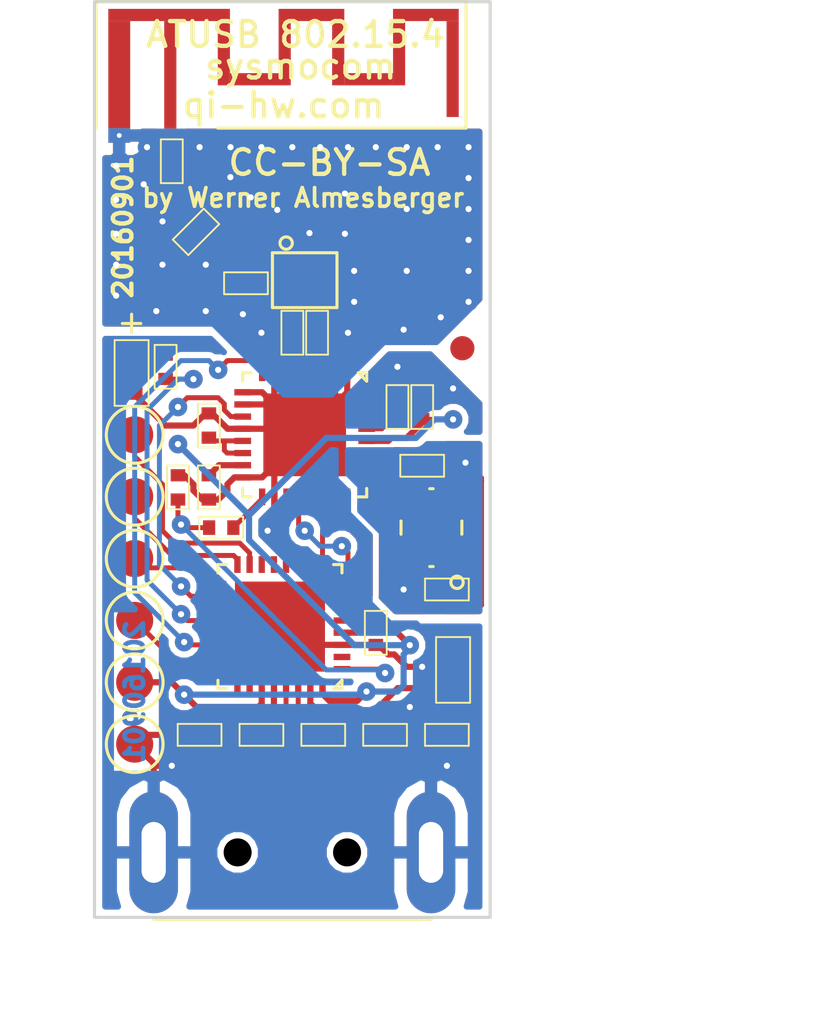
<source format=kicad_pcb>
(kicad_pcb (version 20160815) (host pcbnew 4.1.0-alpha+201608211231+7083~46~ubuntu16.04.1-product)

  (general
    (links 90)
    (no_connects 0)
    (area 117.665499 93.789499 134.048501 131.508501)
    (thickness 1.6002)
    (drawings 29)
    (tracks 501)
    (zones 0)
    (modules 36)
    (nets 45)
  )

  (page A4)
  (title_block
    (title "IEEE 802.15.4 USB Transceiver (AT86RF231)")
    (date "7 jun 2011")
    (rev 20110607)
    (company "Werner Almesberger")
  )

  (layers
    (0 Front signal)
    (31 Back signal)
    (35 F.Paste user)
    (37 F.SilkS user)
    (38 B.Mask user)
    (39 F.Mask user)
    (40 Dwgs.User user)
    (41 Cmts.User user)
    (44 Edge.Cuts user)
  )

  (setup
    (last_trace_width 0.2032)
    (user_trace_width 1.4732)
    (trace_clearance 0.2032)
    (zone_clearance 0.254)
    (zone_45_only no)
    (trace_min 0.2032)
    (segment_width 0.127)
    (edge_width 0.127)
    (via_size 0.762)
    (via_drill 0.254)
    (via_min_size 0.762)
    (via_min_drill 0.254)
    (uvia_size 0.508)
    (uvia_drill 0.127)
    (uvias_allowed no)
    (uvia_min_size 0.508)
    (uvia_min_drill 0.127)
    (pcb_text_width 0.3048)
    (pcb_text_size 1.524 2.032)
    (mod_edge_width 0.381)
    (mod_text_size 1.524 1.524)
    (mod_text_width 0.3048)
    (pad_size 1.524 1.524)
    (pad_drill 0.8128)
    (pad_to_mask_clearance 0)
    (pad_to_paste_clearance -0.0254)
    (aux_axis_origin 117.729 131.445)
    (visible_elements FFFFFF7F)
    (pcbplotparams
      (layerselection 0x00030_ffffffff)
      (usegerberextensions false)
      (excludeedgelayer true)
      (linewidth 0.100000)
      (plotframeref false)
      (viasonmask false)
      (mode 1)
      (useauxorigin false)
      (hpglpennumber 1)
      (hpglpenspeed 20)
      (hpglpendiameter 15)
      (psnegative false)
      (psa4output false)
      (plotreference true)
      (plotvalue true)
      (plotinvisibletext false)
      (padsonsilk false)
      (subtractmaskfromsilk false)
      (outputformat 1)
      (mirror false)
      (drillshape 1)
      (scaleselection 1)
      (outputdirectory ""))
  )

  (net 0 "")
  (net 1 /RF/CLK)
  (net 2 /RF/CLKM)
  (net 3 /RF/FEED)
  (net 4 /RF/MISO)
  (net 5 /RF/RFN)
  (net 6 /RF/RPF)
  (net 7 /RF/SLP_TR)
  (net 8 /RF/nRST_RF)
  (net 9 /RF/nSS)
  (net 10 /USB/D+)
  (net 11 /USB/D-)
  (net 12 /USB/DN)
  (net 13 /USB/DP)
  (net 14 /USB/LED)
  (net 15 /USB/PDI)
  (net 16 /USB/PDO)
  (net 17 /USB/SCK)
  (net 18 /USB/VBUS)
  (net 19 /USB/nRESET)
  (net 20 VDD)
  (net 21 GND)
  (net 22 "Net-(ANT1-Pad2)")
  (net 23 "Net-(B1-Pad2)")
  (net 24 "Net-(B1-Pad3)")
  (net 25 "Net-(B1-Pad4)")
  (net 26 "Net-(C11-Pad2)")
  (net 27 "Net-(C12-Pad1)")
  (net 28 "Net-(C14-Pad1)")
  (net 29 "Net-(C15-Pad1)")
  (net 30 "Net-(D1-Pad1)")
  (net 31 "Net-(U1-Pad2)")
  (net 32 "Net-(U1-Pad5)")
  (net 33 /RF/IRQ_RF)
  (net 34 /RF/MOSI)
  (net 35 "Net-(U1-Pad10)")
  (net 36 /RF/SCLK)
  (net 37 "Net-(U1-Pad12)")
  (net 38 "Net-(U1-Pad13)")
  (net 39 "Net-(U1-Pad14)")
  (net 40 "Net-(U1-Pad19)")
  (net 41 "Net-(U1-Pad21)")
  (net 42 "Net-(U1-Pad23)")
  (net 43 "Net-(U1-Pad25)")
  (net 44 "Net-(U1-Pad26)")

  (net_class Default "This is the default net class."
    (clearance 0.2032)
    (trace_width 0.2032)
    (via_dia 0.762)
    (via_drill 0.254)
    (uvia_dia 0.508)
    (uvia_drill 0.127)
    (diff_pair_gap 0.25)
    (diff_pair_width 0.2)
    (add_net /RF/CLK)
    (add_net /RF/CLKM)
    (add_net /RF/IRQ_RF)
    (add_net /RF/MISO)
    (add_net /RF/MOSI)
    (add_net /RF/RFN)
    (add_net /RF/RPF)
    (add_net /RF/SCLK)
    (add_net /RF/SLP_TR)
    (add_net /RF/nRST_RF)
    (add_net /RF/nSS)
    (add_net /USB/D+)
    (add_net /USB/D-)
    (add_net /USB/DN)
    (add_net /USB/DP)
    (add_net /USB/LED)
    (add_net /USB/PDI)
    (add_net /USB/PDO)
    (add_net /USB/SCK)
    (add_net /USB/nRESET)
    (add_net GND)
    (add_net "Net-(ANT1-Pad2)")
    (add_net "Net-(B1-Pad2)")
    (add_net "Net-(B1-Pad3)")
    (add_net "Net-(B1-Pad4)")
    (add_net "Net-(C11-Pad2)")
    (add_net "Net-(C12-Pad1)")
    (add_net "Net-(C14-Pad1)")
    (add_net "Net-(C15-Pad1)")
    (add_net "Net-(D1-Pad1)")
    (add_net "Net-(U1-Pad10)")
    (add_net "Net-(U1-Pad12)")
    (add_net "Net-(U1-Pad13)")
    (add_net "Net-(U1-Pad14)")
    (add_net "Net-(U1-Pad19)")
    (add_net "Net-(U1-Pad2)")
    (add_net "Net-(U1-Pad21)")
    (add_net "Net-(U1-Pad23)")
    (add_net "Net-(U1-Pad25)")
    (add_net "Net-(U1-Pad26)")
    (add_net "Net-(U1-Pad5)")
  )

  (net_class 50R ""
    (clearance 0.2032)
    (trace_width 0.4826)
    (via_dia 0.762)
    (via_drill 0.254)
    (uvia_dia 0.508)
    (uvia_drill 0.127)
    (diff_pair_gap 0.25)
    (diff_pair_width 0.2)
    (add_net /RF/FEED)
  )

  (net_class Power ""
    (clearance 0.2032)
    (trace_width 0.254)
    (via_dia 0.762)
    (via_drill 0.254)
    (uvia_dia 0.508)
    (uvia_drill 0.127)
    (diff_pair_gap 0.25)
    (diff_pair_width 0.2)
    (add_net /USB/VBUS)
    (add_net VDD)
  )

  (module FIDUCIAL (layer Front) (tedit 4DEE809A) (tstamp 4D8A16F0)
    (at 125.857 128.778)
    (solder_mask_margin 0.00254)
    (attr smd)
    (fp_text reference FIDUCI-2 (at 0 1.524) (layer Cmts.User)
      (effects (font (size 0.508 0.508) (thickness 0.1016)))
    )
    (fp_text value Val* (at 0 0.381) (layer Cmts.User) hide
      (effects (font (size 0.508 0.508) (thickness 0.1016)))
    )
    (pad ? smd oval (at 0 0) (size 0.99568 0.99568) (layers Front))
    (pad "" smd oval (at 0 0) (size 1.99644 1.99644) (layers F.Mask))
  )

  (module FIDUCIAL (layer Front) (tedit 4DEE8067) (tstamp 4D8A175F)
    (at 132.842 108.077)
    (solder_mask_margin 0.00254)
    (attr smd)
    (fp_text reference FIDUCI-1 (at -1.143 -1.397) (layer Cmts.User)
      (effects (font (size 0.508 0.508) (thickness 0.1016)))
    )
    (fp_text value Val* (at 0 0.381) (layer Cmts.User) hide
      (effects (font (size 0.508 0.508) (thickness 0.1016)))
    )
    (pad ? smd oval (at 0 0) (size 0.99568 0.99568) (layers Front))
    (pad "" smd oval (at 0 0) (size 1.99644 1.99644) (layers F.Mask))
  )

  (module meander-2450MHz:MEANDER-2450MHz-right-1.0mm-RELAXED (layer Front) (tedit 57C7A9FE) (tstamp 57C7C06C)
    (at 118.745 99.441)
    (path /4C609C08/4C63FE17)
    (attr smd)
    (fp_text reference ANT1 (at 0 -0.381) (layer Cmts.User)
      (effects (font (size 0.508 0.508) (thickness 0.1016)))
    )
    (fp_text value 50R (at 0 0.381) (layer Cmts.User) hide
      (effects (font (size 0.508 0.508) (thickness 0.1016)))
    )
    (fp_line (start -0.94996 -0.39878) (end -0.94996 -5.59816) (layer F.SilkS) (width 0.127))
    (fp_line (start 14.2494 -5.59816) (end -0.94996 -5.59816) (layer F.SilkS) (width 0.127))
    (fp_line (start 14.2494 -5.59816) (end 14.2494 -0.39878) (layer F.SilkS) (width 0.127))
    (fp_line (start 14.2494 -0.39878) (end 4.04876 -0.39878) (layer F.SilkS) (width 0.127))
    (pad 1 thru_hole rect (at 0 -0.09906) (size 0.89916 0.5969) (drill 0.19812) (layers *.Cu)
      (net 21 GND))
    (pad X smd rect (at 0 -2.59842) (size 0.89916 4.39928) (layers Front))
    (pad X smd rect (at 2.04978 -5.04698) (size 4.99872 0.50038) (layers Front))
    (pad 2 smd rect (at 2.09804 -0.09906) (size 0.50038 0.5969) (layers Front)
      (net 22 "Net-(ANT1-Pad2)"))
    (pad X smd rect (at 2.09804 -2.59842) (size 0.50038 4.39928) (layers Front))
    (pad X smd rect (at 4.29768 -3.47726) (size 0.50038 2.63906) (layers Front))
    (pad X smd rect (at 5.54736 -2.40792) (size 1.99898 0.50038) (layers Front))
    (pad X smd rect (at 7.89686 -5.04698) (size 2.70002 0.50038) (layers Front))
    (pad X smd rect (at 8.99668 -3.47726) (size 0.50038 2.63906) (layers Front))
    (pad X smd rect (at 6.79704 -3.47726) (size 0.50038 2.63906) (layers Front))
    (pad X smd rect (at 11.49858 -3.47726) (size 0.49784 2.63906) (layers Front))
    (pad X smd rect (at 10.2489 -2.40792) (size 2.00152 0.50038) (layers Front))
    (pad X smd rect (at 12.5984 -5.04698) (size 2.70002 0.50038) (layers Front))
    (pad X smd rect (at 13.69822 -2.82702) (size 0.50038 3.93954) (layers Front))
  )

  (module 0805-6:0805-6 (layer Front) (tedit 56B455C5) (tstamp 57C7C081)
    (at 126.365 105.283 90)
    (path /4C609C08/4CF4B034)
    (attr smd)
    (fp_text reference B1 (at 0 -0.381 90) (layer Cmts.User)
      (effects (font (size 0.508 0.508) (thickness 0.1016)))
    )
    (fp_text value 2450FB15L0001 (at 0 0.381 90) (layer Cmts.User) hide
      (effects (font (size 0.508 0.508) (thickness 0.1016)))
    )
    (fp_line (start -1.12522 1.32588) (end -1.12522 -1.32588) (layer F.SilkS) (width 0.127))
    (fp_line (start -1.12522 -1.32588) (end 1.12522 -1.32588) (layer F.SilkS) (width 0.127))
    (fp_line (start 1.12522 -1.32588) (end 1.12522 1.32588) (layer F.SilkS) (width 0.127))
    (fp_line (start 1.12522 1.32588) (end -1.12522 1.32588) (layer F.SilkS) (width 0.127))
    (pad 1 smd rect (at 0.6477 -0.79756 90) (size 0.34798 0.8001) (layers Front F.Paste F.Mask)
      (net 3 /RF/FEED))
    (pad 2 smd rect (at 0 -0.79756 90) (size 0.34544 0.8001) (layers Front F.Paste F.Mask)
      (net 23 "Net-(B1-Pad2)"))
    (pad 3 smd rect (at -0.6477 -0.79756 90) (size 0.34798 0.8001) (layers Front F.Paste F.Mask)
      (net 24 "Net-(B1-Pad3)"))
    (pad 4 smd rect (at -0.6477 0.79756 90) (size 0.34798 0.8001) (layers Front F.Paste F.Mask)
      (net 25 "Net-(B1-Pad4)"))
    (pad 5 smd rect (at 0 0.79756 90) (size 0.34544 0.8001) (layers Front F.Paste F.Mask)
      (net 21 GND))
    (pad 6 smd rect (at 0.6477 0.79756 90) (size 0.34798 0.8001) (layers Front F.Paste F.Mask)
      (net 21 GND))
  )

  (module stdpass:0603 (layer Front) (tedit 537B9575) (tstamp 57C7C08E)
    (at 132.461 121.285 90)
    (path /4C609BEF/4C6401AA)
    (attr smd)
    (fp_text reference C1 (at 0 -0.381 90) (layer Cmts.User)
      (effects (font (size 0.508 0.508) (thickness 0.1016)))
    )
    (fp_text value 10uF (at 0 0.381 90) (layer Cmts.User) hide
      (effects (font (size 0.508 0.508) (thickness 0.1016)))
    )
    (fp_line (start -1.34874 0.6985) (end -1.34874 -0.6985) (layer F.SilkS) (width 0.0762))
    (fp_line (start -1.34874 -0.6985) (end 1.34874 -0.6985) (layer F.SilkS) (width 0.0762))
    (fp_line (start 1.34874 -0.6985) (end 1.34874 0.6985) (layer F.SilkS) (width 0.0762))
    (fp_line (start 1.34874 0.6985) (end -1.34874 0.6985) (layer F.SilkS) (width 0.0762))
    (pad 1 smd rect (at -0.7493 0 90) (size 0.70104 0.89916) (layers Front F.Paste F.Mask)
      (net 18 /USB/VBUS))
    (pad 2 smd rect (at 0.7493 0 90) (size 0.70104 0.89916) (layers Front F.Paste F.Mask)
      (net 21 GND))
  )

  (module stdpass:0402 (layer Front) (tedit 537B9575) (tstamp 57C7C097)
    (at 129.286 119.761 270)
    (path /4C609BEF/4C6401B3)
    (attr smd)
    (fp_text reference C2 (at 0 -0.381 270) (layer Cmts.User)
      (effects (font (size 0.508 0.508) (thickness 0.1016)))
    )
    (fp_text value 1uF (at 0 0.381 270) (layer Cmts.User) hide
      (effects (font (size 0.508 0.508) (thickness 0.1016)))
    )
    (fp_line (start -0.89916 0.44958) (end -0.89916 -0.44958) (layer F.SilkS) (width 0.0762))
    (fp_line (start -0.89916 -0.44958) (end 0.89916 -0.44958) (layer F.SilkS) (width 0.0762))
    (fp_line (start 0.89916 -0.44958) (end 0.89916 0.44958) (layer F.SilkS) (width 0.0762))
    (fp_line (start 0.89916 0.44958) (end -0.89916 0.44958) (layer F.SilkS) (width 0.0762))
    (pad 1 smd rect (at -0.49784 0 270) (size 0.50038 0.59944) (layers Front F.Paste F.Mask)
      (net 20 VDD))
    (pad 2 smd rect (at 0.49784 0 270) (size 0.50038 0.59944) (layers Front F.Paste F.Mask)
      (net 21 GND))
  )

  (module stdpass:0402 (layer Front) (tedit 537B9575) (tstamp 57C7C0A0)
    (at 123.952 105.41 180)
    (path /4C609C08/4C641710)
    (attr smd)
    (fp_text reference C3 (at 0 -0.381 180) (layer Cmts.User)
      (effects (font (size 0.508 0.508) (thickness 0.1016)))
    )
    (fp_text value 22pF/RF (at 0 0.381 180) (layer Cmts.User) hide
      (effects (font (size 0.508 0.508) (thickness 0.1016)))
    )
    (fp_line (start -0.89916 0.44958) (end -0.89916 -0.44958) (layer F.SilkS) (width 0.0762))
    (fp_line (start -0.89916 -0.44958) (end 0.89916 -0.44958) (layer F.SilkS) (width 0.0762))
    (fp_line (start 0.89916 -0.44958) (end 0.89916 0.44958) (layer F.SilkS) (width 0.0762))
    (fp_line (start 0.89916 0.44958) (end -0.89916 0.44958) (layer F.SilkS) (width 0.0762))
    (pad 1 smd rect (at -0.49784 0 180) (size 0.50038 0.59944) (layers Front F.Paste F.Mask)
      (net 23 "Net-(B1-Pad2)"))
    (pad 2 smd rect (at 0.49784 0 180) (size 0.50038 0.59944) (layers Front F.Paste F.Mask)
      (net 21 GND))
  )

  (module stdpass:0402 (layer Front) (tedit 537B9575) (tstamp 57C7C0A9)
    (at 125.857 107.442 270)
    (path /4C609C08/4C641506)
    (attr smd)
    (fp_text reference C8 (at 0 -0.381 270) (layer Cmts.User)
      (effects (font (size 0.508 0.508) (thickness 0.1016)))
    )
    (fp_text value 22pF/RF (at 0 0.381 270) (layer Cmts.User) hide
      (effects (font (size 0.508 0.508) (thickness 0.1016)))
    )
    (fp_line (start -0.89916 0.44958) (end -0.89916 -0.44958) (layer F.SilkS) (width 0.0762))
    (fp_line (start -0.89916 -0.44958) (end 0.89916 -0.44958) (layer F.SilkS) (width 0.0762))
    (fp_line (start 0.89916 -0.44958) (end 0.89916 0.44958) (layer F.SilkS) (width 0.0762))
    (fp_line (start 0.89916 0.44958) (end -0.89916 0.44958) (layer F.SilkS) (width 0.0762))
    (pad 1 smd rect (at -0.49784 0 270) (size 0.50038 0.59944) (layers Front F.Paste F.Mask)
      (net 24 "Net-(B1-Pad3)"))
    (pad 2 smd rect (at 0.49784 0 270) (size 0.50038 0.59944) (layers Front F.Paste F.Mask)
      (net 5 /RF/RFN))
  )

  (module stdpass:0402 (layer Front) (tedit 537B9575) (tstamp 57C7C0B2)
    (at 126.873 107.442 270)
    (path /4C609C08/4C641509)
    (attr smd)
    (fp_text reference C9 (at 0 -0.381 270) (layer Cmts.User)
      (effects (font (size 0.508 0.508) (thickness 0.1016)))
    )
    (fp_text value 22pF/RF (at 0 0.381 270) (layer Cmts.User) hide
      (effects (font (size 0.508 0.508) (thickness 0.1016)))
    )
    (fp_line (start -0.89916 0.44958) (end -0.89916 -0.44958) (layer F.SilkS) (width 0.0762))
    (fp_line (start -0.89916 -0.44958) (end 0.89916 -0.44958) (layer F.SilkS) (width 0.0762))
    (fp_line (start 0.89916 -0.44958) (end 0.89916 0.44958) (layer F.SilkS) (width 0.0762))
    (fp_line (start 0.89916 0.44958) (end -0.89916 0.44958) (layer F.SilkS) (width 0.0762))
    (pad 1 smd rect (at -0.49784 0 270) (size 0.50038 0.59944) (layers Front F.Paste F.Mask)
      (net 25 "Net-(B1-Pad4)"))
    (pad 2 smd rect (at 0.49784 0 270) (size 0.50038 0.59944) (layers Front F.Paste F.Mask)
      (net 6 /RF/RPF))
  )

  (module stdpass:0402 (layer Front) (tedit 537B9575) (tstamp 57C7C0BB)
    (at 122.428 113.792 270)
    (path /4C609C08/4C640A7E)
    (attr smd)
    (fp_text reference C10 (at 0 -0.381 270) (layer Cmts.User)
      (effects (font (size 0.508 0.508) (thickness 0.1016)))
    )
    (fp_text value 1uF (at 0 0.381 270) (layer Cmts.User) hide
      (effects (font (size 0.508 0.508) (thickness 0.1016)))
    )
    (fp_line (start -0.89916 0.44958) (end -0.89916 -0.44958) (layer F.SilkS) (width 0.0762))
    (fp_line (start -0.89916 -0.44958) (end 0.89916 -0.44958) (layer F.SilkS) (width 0.0762))
    (fp_line (start 0.89916 -0.44958) (end 0.89916 0.44958) (layer F.SilkS) (width 0.0762))
    (fp_line (start 0.89916 0.44958) (end -0.89916 0.44958) (layer F.SilkS) (width 0.0762))
    (pad 1 smd rect (at -0.49784 0 270) (size 0.50038 0.59944) (layers Front F.Paste F.Mask)
      (net 20 VDD))
    (pad 2 smd rect (at 0.49784 0 270) (size 0.50038 0.59944) (layers Front F.Paste F.Mask)
      (net 21 GND))
  )

  (module stdpass:0402 (layer Front) (tedit 537B9575) (tstamp 57C7C0C4)
    (at 130.175 110.49 270)
    (path /4C609C08/4C641004)
    (attr smd)
    (fp_text reference C11 (at 0 -0.381 270) (layer Cmts.User)
      (effects (font (size 0.508 0.508) (thickness 0.1016)))
    )
    (fp_text value 1uF (at 0 0.381 270) (layer Cmts.User) hide
      (effects (font (size 0.508 0.508) (thickness 0.1016)))
    )
    (fp_line (start -0.89916 0.44958) (end -0.89916 -0.44958) (layer F.SilkS) (width 0.0762))
    (fp_line (start -0.89916 -0.44958) (end 0.89916 -0.44958) (layer F.SilkS) (width 0.0762))
    (fp_line (start 0.89916 -0.44958) (end 0.89916 0.44958) (layer F.SilkS) (width 0.0762))
    (fp_line (start 0.89916 0.44958) (end -0.89916 0.44958) (layer F.SilkS) (width 0.0762))
    (pad 1 smd rect (at -0.49784 0 270) (size 0.50038 0.59944) (layers Front F.Paste F.Mask)
      (net 21 GND))
    (pad 2 smd rect (at 0.49784 0 270) (size 0.50038 0.59944) (layers Front F.Paste F.Mask)
      (net 26 "Net-(C11-Pad2)"))
  )

  (module stdpass:0402 (layer Front) (tedit 537B9575) (tstamp 57C7C0CD)
    (at 122.428 111.252 90)
    (path /4C609C08/4C640A84)
    (attr smd)
    (fp_text reference C12 (at 0 -0.381 90) (layer Cmts.User)
      (effects (font (size 0.508 0.508) (thickness 0.1016)))
    )
    (fp_text value 1uF (at 0 0.381 90) (layer Cmts.User) hide
      (effects (font (size 0.508 0.508) (thickness 0.1016)))
    )
    (fp_line (start -0.89916 0.44958) (end -0.89916 -0.44958) (layer F.SilkS) (width 0.0762))
    (fp_line (start -0.89916 -0.44958) (end 0.89916 -0.44958) (layer F.SilkS) (width 0.0762))
    (fp_line (start 0.89916 -0.44958) (end 0.89916 0.44958) (layer F.SilkS) (width 0.0762))
    (fp_line (start 0.89916 0.44958) (end -0.89916 0.44958) (layer F.SilkS) (width 0.0762))
    (pad 1 smd rect (at -0.49784 0 90) (size 0.50038 0.59944) (layers Front F.Paste F.Mask)
      (net 27 "Net-(C12-Pad1)"))
    (pad 2 smd rect (at 0.49784 0 90) (size 0.50038 0.59944) (layers Front F.Paste F.Mask)
      (net 21 GND))
  )

  (module stdpass:0402 (layer Front) (tedit 537B9575) (tstamp 57C7C0D6)
    (at 131.191 110.49 90)
    (path /4C609C08/4C640A76)
    (attr smd)
    (fp_text reference C13 (at 0 -0.381 90) (layer Cmts.User)
      (effects (font (size 0.508 0.508) (thickness 0.1016)))
    )
    (fp_text value 1uF (at 0 0.381 90) (layer Cmts.User) hide
      (effects (font (size 0.508 0.508) (thickness 0.1016)))
    )
    (fp_line (start -0.89916 0.44958) (end -0.89916 -0.44958) (layer F.SilkS) (width 0.0762))
    (fp_line (start -0.89916 -0.44958) (end 0.89916 -0.44958) (layer F.SilkS) (width 0.0762))
    (fp_line (start 0.89916 -0.44958) (end 0.89916 0.44958) (layer F.SilkS) (width 0.0762))
    (fp_line (start 0.89916 0.44958) (end -0.89916 0.44958) (layer F.SilkS) (width 0.0762))
    (pad 1 smd rect (at -0.49784 0 90) (size 0.50038 0.59944) (layers Front F.Paste F.Mask)
      (net 20 VDD))
    (pad 2 smd rect (at 0.49784 0 90) (size 0.50038 0.59944) (layers Front F.Paste F.Mask)
      (net 21 GND))
  )

  (module stdpass:0402 (layer Front) (tedit 537B9575) (tstamp 57C7C0DF)
    (at 131.191 112.903)
    (path /4C609C08/4C640A73)
    (attr smd)
    (fp_text reference C14 (at 0 -0.381) (layer Cmts.User)
      (effects (font (size 0.508 0.508) (thickness 0.1016)))
    )
    (fp_text value 12pF (at 0 0.381) (layer Cmts.User) hide
      (effects (font (size 0.508 0.508) (thickness 0.1016)))
    )
    (fp_line (start -0.89916 0.44958) (end -0.89916 -0.44958) (layer F.SilkS) (width 0.0762))
    (fp_line (start -0.89916 -0.44958) (end 0.89916 -0.44958) (layer F.SilkS) (width 0.0762))
    (fp_line (start 0.89916 -0.44958) (end 0.89916 0.44958) (layer F.SilkS) (width 0.0762))
    (fp_line (start 0.89916 0.44958) (end -0.89916 0.44958) (layer F.SilkS) (width 0.0762))
    (pad 1 smd rect (at -0.49784 0) (size 0.50038 0.59944) (layers Front F.Paste F.Mask)
      (net 28 "Net-(C14-Pad1)"))
    (pad 2 smd rect (at 0.49784 0) (size 0.50038 0.59944) (layers Front F.Paste F.Mask)
      (net 21 GND))
  )

  (module stdpass:0402 (layer Front) (tedit 537B9575) (tstamp 57C7C0E8)
    (at 132.207 117.983 180)
    (path /4C609C08/4C640A7B)
    (attr smd)
    (fp_text reference C15 (at 0 -0.381 180) (layer Cmts.User)
      (effects (font (size 0.508 0.508) (thickness 0.1016)))
    )
    (fp_text value 12pF (at 0 0.381 180) (layer Cmts.User) hide
      (effects (font (size 0.508 0.508) (thickness 0.1016)))
    )
    (fp_line (start -0.89916 0.44958) (end -0.89916 -0.44958) (layer F.SilkS) (width 0.0762))
    (fp_line (start -0.89916 -0.44958) (end 0.89916 -0.44958) (layer F.SilkS) (width 0.0762))
    (fp_line (start 0.89916 -0.44958) (end 0.89916 0.44958) (layer F.SilkS) (width 0.0762))
    (fp_line (start 0.89916 0.44958) (end -0.89916 0.44958) (layer F.SilkS) (width 0.0762))
    (pad 1 smd rect (at -0.49784 0 180) (size 0.50038 0.59944) (layers Front F.Paste F.Mask)
      (net 29 "Net-(C15-Pad1)"))
    (pad 2 smd rect (at 0.49784 0 180) (size 0.50038 0.59944) (layers Front F.Paste F.Mask)
      (net 21 GND))
  )

  (module stdpass:0402 (layer Front) (tedit 537B9575) (tstamp 57C7C0F1)
    (at 121.9 103.3 225)
    (path /4C609C08/4D3B018B)
    (attr smd)
    (fp_text reference C16 (at 0 -0.381 225) (layer Cmts.User)
      (effects (font (size 0.508 0.508) (thickness 0.1016)))
    )
    (fp_text value NC (at 0 0.381 225) (layer Cmts.User) hide
      (effects (font (size 0.508 0.508) (thickness 0.1016)))
    )
    (fp_line (start -0.89916 0.44958) (end -0.89916 -0.44958) (layer F.SilkS) (width 0.0762))
    (fp_line (start -0.89916 -0.44958) (end 0.89916 -0.44958) (layer F.SilkS) (width 0.0762))
    (fp_line (start 0.89916 -0.44958) (end 0.89916 0.44958) (layer F.SilkS) (width 0.0762))
    (fp_line (start 0.89916 0.44958) (end -0.89916 0.44958) (layer F.SilkS) (width 0.0762))
    (pad 1 smd rect (at -0.49784 0 225) (size 0.50038 0.59944) (layers Front F.Paste F.Mask)
      (net 3 /RF/FEED))
    (pad 2 smd rect (at 0.49784 0 225) (size 0.50038 0.59944) (layers Front F.Paste F.Mask)
      (net 21 GND))
  )

  (module stdpass:0402 (layer Front) (tedit 537B9575) (tstamp 57C7C0FA)
    (at 121.158 113.792 90)
    (path /4C609C08/4D425FF1)
    (attr smd)
    (fp_text reference C17 (at 0 -0.381 90) (layer Cmts.User)
      (effects (font (size 0.508 0.508) (thickness 0.1016)))
    )
    (fp_text value 2.2pF (at 0 0.381 90) (layer Cmts.User) hide
      (effects (font (size 0.508 0.508) (thickness 0.1016)))
    )
    (fp_line (start -0.89916 0.44958) (end -0.89916 -0.44958) (layer F.SilkS) (width 0.0762))
    (fp_line (start -0.89916 -0.44958) (end 0.89916 -0.44958) (layer F.SilkS) (width 0.0762))
    (fp_line (start 0.89916 -0.44958) (end 0.89916 0.44958) (layer F.SilkS) (width 0.0762))
    (fp_line (start 0.89916 0.44958) (end -0.89916 0.44958) (layer F.SilkS) (width 0.0762))
    (pad 1 smd rect (at -0.49784 0 90) (size 0.50038 0.59944) (layers Front F.Paste F.Mask)
      (net 1 /RF/CLK))
    (pad 2 smd rect (at 0.49784 0 90) (size 0.50038 0.59944) (layers Front F.Paste F.Mask)
      (net 21 GND))
  )

  (module usb_a_plug_smt:USB-A-PLUG-SMT (layer Front) (tedit 51C3B150) (tstamp 57C7C103)
    (at 125.857 128.778)
    (path /4C609BEF/4FBDA09F)
    (attr smd)
    (fp_text reference CON1 (at 0 -0.381) (layer Cmts.User)
      (effects (font (size 0.508 0.508) (thickness 0.1016)))
    )
    (fp_text value USB_A_PLUG (at 0 0.381) (layer Cmts.User) hide
      (effects (font (size 0.508 0.508) (thickness 0.1016)))
    )
    (fp_line (start -5.69976 2.74828) (end 5.69976 2.74828) (layer F.SilkS) (width 0.127))
    (pad 1 smd rect (at 3.49758 -2.69748) (size 1.20142 2.20218) (layers Front F.Paste F.Mask)
      (net 18 /USB/VBUS))
    (pad 2 smd rect (at 0.99822 -2.69748) (size 1.19888 2.20218) (layers Front F.Paste F.Mask)
      (net 11 /USB/D-))
    (pad 3 smd rect (at -0.99822 -2.69748) (size 1.19888 2.20218) (layers Front F.Paste F.Mask)
      (net 10 /USB/D+))
    (pad 4 smd rect (at -3.49758 -2.69748) (size 1.20142 2.20218) (layers Front F.Paste F.Mask)
      (net 21 GND))
    (pad 5 thru_hole oval (at -5.69722 0) (size 1.99898 4.99872) (drill oval 0.99822 2.49936) (layers *.Cu *.Mask)
      (net 21 GND))
    (pad 6 thru_hole oval (at 5.69722 0) (size 1.99898 4.99872) (drill oval 0.99822 2.49936) (layers *.Cu *.Mask)
      (net 21 GND))
    (pad HOLE np_thru_hole circle (at -2.2479 0) (size 1.15062 1.15062) (drill 1.15062) (layers *.Mask))
    (pad HOLE np_thru_hole circle (at 2.2479 0) (size 1.15062 1.15062) (drill 1.15062) (layers *.Mask))
  )

  (module stdpass:0603 (layer Front) (tedit 537B9575) (tstamp 57C7C10F)
    (at 119.253 109.093 270)
    (path /4C609BEF/4C6402EE)
    (attr smd)
    (fp_text reference D1 (at 0 -0.381 270) (layer Cmts.User)
      (effects (font (size 0.508 0.508) (thickness 0.1016)))
    )
    (fp_text value LTST-C190KRKT (at 0 0.381 270) (layer Cmts.User) hide
      (effects (font (size 0.508 0.508) (thickness 0.1016)))
    )
    (fp_line (start -1.34874 0.6985) (end -1.34874 -0.6985) (layer F.SilkS) (width 0.0762))
    (fp_line (start -1.34874 -0.6985) (end 1.34874 -0.6985) (layer F.SilkS) (width 0.0762))
    (fp_line (start 1.34874 -0.6985) (end 1.34874 0.6985) (layer F.SilkS) (width 0.0762))
    (fp_line (start 1.34874 0.6985) (end -1.34874 0.6985) (layer F.SilkS) (width 0.0762))
    (pad 1 smd rect (at -0.7493 0 270) (size 0.70104 0.89916) (layers Front F.Paste F.Mask)
      (net 30 "Net-(D1-Pad1)"))
    (pad 2 smd rect (at 0.7493 0 270) (size 0.70104 0.89916) (layers Front F.Paste F.Mask)
      (net 21 GND))
  )

  (module pads:PAD_C_60x60 (layer Front) (tedit 52D9BA48) (tstamp 57C7C118)
    (at 119.38 124.333)
    (path /4C609BEF/4C6401FE)
    (attr smd)
    (fp_text reference P11 (at 0 -0.381) (layer Cmts.User)
      (effects (font (size 0.508 0.508) (thickness 0.1016)))
    )
    (fp_text value TESTPOINT (at 0 0.381) (layer Cmts.User) hide
      (effects (font (size 0.508 0.508) (thickness 0.1016)))
    )
    (fp_circle (center 0 0) (end 0 -1.16586) (layer F.SilkS) (width 0.127))
    (pad 1 smd oval (at 0 0) (size 1.524 1.524) (layers Front F.Mask)
      (net 21 GND))
  )

  (module pads:PAD_C_60x60 (layer Front) (tedit 52D9BA48) (tstamp 57C7C11D)
    (at 119.38 121.793)
    (path /4C609BEF/4C640200)
    (attr smd)
    (fp_text reference P12 (at 0 -0.381) (layer Cmts.User)
      (effects (font (size 0.508 0.508) (thickness 0.1016)))
    )
    (fp_text value TESTPOINT (at 0 0.381) (layer Cmts.User) hide
      (effects (font (size 0.508 0.508) (thickness 0.1016)))
    )
    (fp_circle (center 0 0) (end 0 -1.16586) (layer F.SilkS) (width 0.127))
    (pad 1 smd oval (at 0 0) (size 1.524 1.524) (layers Front F.Mask)
      (net 20 VDD))
  )

  (module pads:PAD_C_60x60 (layer Front) (tedit 52D9BA48) (tstamp 57C7C122)
    (at 119.38 119.253)
    (path /4C609BEF/4C640202)
    (attr smd)
    (fp_text reference P13 (at 0 -0.381) (layer Cmts.User)
      (effects (font (size 0.508 0.508) (thickness 0.1016)))
    )
    (fp_text value TESTPOINT (at 0 0.381) (layer Cmts.User) hide
      (effects (font (size 0.508 0.508) (thickness 0.1016)))
    )
    (fp_circle (center 0 0) (end 0 -1.16586) (layer F.SilkS) (width 0.127))
    (pad 1 smd oval (at 0 0) (size 1.524 1.524) (layers Front F.Mask)
      (net 19 /USB/nRESET))
  )

  (module pads:PAD_C_60x60 (layer Front) (tedit 52D9BA48) (tstamp 57C7C127)
    (at 119.38 116.713)
    (path /4C609BEF/4C640203)
    (attr smd)
    (fp_text reference P14 (at 0 -0.381) (layer Cmts.User)
      (effects (font (size 0.508 0.508) (thickness 0.1016)))
    )
    (fp_text value TESTPOINT (at 0 0.381) (layer Cmts.User) hide
      (effects (font (size 0.508 0.508) (thickness 0.1016)))
    )
    (fp_circle (center 0 0) (end 0 -1.16586) (layer F.SilkS) (width 0.127))
    (pad 1 smd oval (at 0 0) (size 1.524 1.524) (layers Front F.Mask)
      (net 16 /USB/PDO))
  )

  (module pads:PAD_C_60x60 (layer Front) (tedit 52D9BA48) (tstamp 57C7C12C)
    (at 119.38 114.173)
    (path /4C609BEF/4D425D53)
    (attr smd)
    (fp_text reference P15 (at 0 -0.381) (layer Cmts.User)
      (effects (font (size 0.508 0.508) (thickness 0.1016)))
    )
    (fp_text value TESTPOINT (at 0 0.381) (layer Cmts.User) hide
      (effects (font (size 0.508 0.508) (thickness 0.1016)))
    )
    (fp_circle (center 0 0) (end 0 -1.16586) (layer F.SilkS) (width 0.127))
    (pad 1 smd oval (at 0 0) (size 1.524 1.524) (layers Front F.Mask)
      (net 15 /USB/PDI))
  )

  (module pads:PAD_C_60x60 (layer Front) (tedit 52D9BA48) (tstamp 57C7C131)
    (at 119.38 111.633)
    (path /4C609BEF/4D425D62)
    (attr smd)
    (fp_text reference P16 (at 0 -0.381) (layer Cmts.User)
      (effects (font (size 0.508 0.508) (thickness 0.1016)))
    )
    (fp_text value TESTPOINT (at 0 0.381) (layer Cmts.User) hide
      (effects (font (size 0.508 0.508) (thickness 0.1016)))
    )
    (fp_circle (center 0 0) (end 0 -1.16586) (layer F.SilkS) (width 0.127))
    (pad 1 smd oval (at 0 0) (size 1.524 1.524) (layers Front F.Mask)
      (net 17 /USB/SCK))
  )

  (module stdpass:0402 (layer Front) (tedit 537B9575) (tstamp 57C7C136)
    (at 120.65 108.839 270)
    (path /4C609BEF/4C6402F2)
    (attr smd)
    (fp_text reference R1 (at 0 -0.381 270) (layer Cmts.User)
      (effects (font (size 0.508 0.508) (thickness 0.1016)))
    )
    (fp_text value 180 (at 0 0.381 270) (layer Cmts.User) hide
      (effects (font (size 0.508 0.508) (thickness 0.1016)))
    )
    (fp_line (start -0.89916 0.44958) (end -0.89916 -0.44958) (layer F.SilkS) (width 0.0762))
    (fp_line (start -0.89916 -0.44958) (end 0.89916 -0.44958) (layer F.SilkS) (width 0.0762))
    (fp_line (start 0.89916 -0.44958) (end 0.89916 0.44958) (layer F.SilkS) (width 0.0762))
    (fp_line (start 0.89916 0.44958) (end -0.89916 0.44958) (layer F.SilkS) (width 0.0762))
    (pad 1 smd rect (at -0.49784 0 270) (size 0.50038 0.59944) (layers Front F.Paste F.Mask)
      (net 30 "Net-(D1-Pad1)"))
    (pad 2 smd rect (at 0.49784 0 270) (size 0.50038 0.59944) (layers Front F.Paste F.Mask)
      (net 14 /USB/LED))
  )

  (module stdpass:0402 (layer Front) (tedit 537B9575) (tstamp 57C7C13F)
    (at 120.904 100.4 270)
    (path /4C609C08/4CF4B07E)
    (attr smd)
    (fp_text reference R3 (at 0 -0.381 270) (layer Cmts.User)
      (effects (font (size 0.508 0.508) (thickness 0.1016)))
    )
    (fp_text value 0R (at 0 0.381 270) (layer Cmts.User) hide
      (effects (font (size 0.508 0.508) (thickness 0.1016)))
    )
    (fp_line (start -0.89916 0.44958) (end -0.89916 -0.44958) (layer F.SilkS) (width 0.0762))
    (fp_line (start -0.89916 -0.44958) (end 0.89916 -0.44958) (layer F.SilkS) (width 0.0762))
    (fp_line (start 0.89916 -0.44958) (end 0.89916 0.44958) (layer F.SilkS) (width 0.0762))
    (fp_line (start 0.89916 0.44958) (end -0.89916 0.44958) (layer F.SilkS) (width 0.0762))
    (pad 1 smd rect (at -0.49784 0 270) (size 0.50038 0.59944) (layers Front F.Paste F.Mask)
      (net 22 "Net-(ANT1-Pad2)"))
    (pad 2 smd rect (at 0.49784 0 270) (size 0.50038 0.59944) (layers Front F.Paste F.Mask)
      (net 3 /RF/FEED))
  )

  (module stdpass:0402 (layer Front) (tedit 537B9575) (tstamp 57C7C148)
    (at 124.587 123.952)
    (path /4C609BEF/4D4258D9)
    (attr smd)
    (fp_text reference R4 (at 0 -0.381) (layer Cmts.User)
      (effects (font (size 0.508 0.508) (thickness 0.1016)))
    )
    (fp_text value 22 (at 0 0.381) (layer Cmts.User) hide
      (effects (font (size 0.508 0.508) (thickness 0.1016)))
    )
    (fp_line (start -0.89916 0.44958) (end -0.89916 -0.44958) (layer F.SilkS) (width 0.0762))
    (fp_line (start -0.89916 -0.44958) (end 0.89916 -0.44958) (layer F.SilkS) (width 0.0762))
    (fp_line (start 0.89916 -0.44958) (end 0.89916 0.44958) (layer F.SilkS) (width 0.0762))
    (fp_line (start 0.89916 0.44958) (end -0.89916 0.44958) (layer F.SilkS) (width 0.0762))
    (pad 1 smd rect (at -0.49784 0) (size 0.50038 0.59944) (layers Front F.Paste F.Mask)
      (net 10 /USB/D+))
    (pad 2 smd rect (at 0.49784 0) (size 0.50038 0.59944) (layers Front F.Paste F.Mask)
      (net 13 /USB/DP))
  )

  (module stdpass:0402 (layer Front) (tedit 537B9575) (tstamp 57C7C151)
    (at 127.127 123.952)
    (path /4C609BEF/4D4258DC)
    (attr smd)
    (fp_text reference R5 (at 0 -0.381) (layer Cmts.User)
      (effects (font (size 0.508 0.508) (thickness 0.1016)))
    )
    (fp_text value 22 (at 0 0.381) (layer Cmts.User) hide
      (effects (font (size 0.508 0.508) (thickness 0.1016)))
    )
    (fp_line (start -0.89916 0.44958) (end -0.89916 -0.44958) (layer F.SilkS) (width 0.0762))
    (fp_line (start -0.89916 -0.44958) (end 0.89916 -0.44958) (layer F.SilkS) (width 0.0762))
    (fp_line (start 0.89916 -0.44958) (end 0.89916 0.44958) (layer F.SilkS) (width 0.0762))
    (fp_line (start 0.89916 0.44958) (end -0.89916 0.44958) (layer F.SilkS) (width 0.0762))
    (pad 1 smd rect (at -0.49784 0) (size 0.50038 0.59944) (layers Front F.Paste F.Mask)
      (net 12 /USB/DN))
    (pad 2 smd rect (at 0.49784 0) (size 0.50038 0.59944) (layers Front F.Paste F.Mask)
      (net 11 /USB/D-))
  )

  (module stdpass:0402 (layer Front) (tedit 537B9575) (tstamp 57C7C15A)
    (at 122.936 115.443 180)
    (path /4C609C08/4D425FEE)
    (attr smd)
    (fp_text reference R6 (at 0 -0.381 180) (layer Cmts.User)
      (effects (font (size 0.508 0.508) (thickness 0.1016)))
    )
    (fp_text value 180 (at 0 0.381 180) (layer Cmts.User) hide
      (effects (font (size 0.508 0.508) (thickness 0.1016)))
    )
    (fp_line (start -0.89916 0.44958) (end -0.89916 -0.44958) (layer F.SilkS) (width 0.0762))
    (fp_line (start -0.89916 -0.44958) (end 0.89916 -0.44958) (layer F.SilkS) (width 0.0762))
    (fp_line (start 0.89916 -0.44958) (end 0.89916 0.44958) (layer F.SilkS) (width 0.0762))
    (fp_line (start 0.89916 0.44958) (end -0.89916 0.44958) (layer F.SilkS) (width 0.0762))
    (pad 1 smd rect (at -0.49784 0 180) (size 0.50038 0.59944) (layers Front F.Paste F.Mask)
      (net 2 /RF/CLKM))
    (pad 2 smd rect (at 0.49784 0 180) (size 0.50038 0.59944) (layers Front F.Paste F.Mask)
      (net 1 /RF/CLK))
  )

  (module qfn:QFN32-VHHD-2 (layer Front) (tedit 56B74EE7) (tstamp 57C7C163)
    (at 125.349 119.507 180)
    (path /4C609BEF/579F67AD)
    (attr smd)
    (fp_text reference U1 (at 0 -0.381 180) (layer Cmts.User)
      (effects (font (size 0.508 0.508) (thickness 0.1016)))
    )
    (fp_text value ATmega32U2 (at 0 0.381 180) (layer Cmts.User) hide
      (effects (font (size 0.508 0.508) (thickness 0.1016)))
    )
    (fp_line (start -2.54762 -2.54762) (end -2.20472 -2.54762) (layer F.SilkS) (width 0.127))
    (fp_line (start -2.54762 -2.54762) (end -2.54762 -2.20472) (layer F.SilkS) (width 0.127))
    (fp_line (start -2.54762 -2.20472) (end -2.20472 -2.54762) (layer F.SilkS) (width 0.127))
    (fp_line (start -2.54762 2.54762) (end -2.54762 2.20472) (layer F.SilkS) (width 0.127))
    (fp_line (start -2.54762 2.54762) (end -2.20472 2.54762) (layer F.SilkS) (width 0.127))
    (fp_line (start -2.20472 2.54762) (end -2.20472 2.54762) (layer F.SilkS) (width 0.127))
    (fp_line (start 2.54762 2.54762) (end 2.20472 2.54762) (layer F.SilkS) (width 0.127))
    (fp_line (start 2.54762 2.54762) (end 2.54762 2.20472) (layer F.SilkS) (width 0.127))
    (fp_line (start 2.54762 2.20472) (end 2.54762 2.20472) (layer F.SilkS) (width 0.127))
    (fp_line (start 2.54762 -2.54762) (end 2.54762 -2.20472) (layer F.SilkS) (width 0.127))
    (fp_line (start 2.54762 -2.54762) (end 2.20472 -2.54762) (layer F.SilkS) (width 0.127))
    (fp_line (start 2.20472 -2.54762) (end 2.20472 -2.54762) (layer F.SilkS) (width 0.127))
    (pad 1 smd rect (at -2.54762 -1.74752 180) (size 0.68834 0.26162) (layers Front F.Paste F.Mask)
      (net 1 /RF/CLK))
    (pad 2 smd rect (at -2.54762 -1.24714 180) (size 0.68834 0.26162) (layers Front F.Paste F.Mask)
      (net 31 "Net-(U1-Pad2)"))
    (pad 3 smd rect (at -2.54762 -0.7493 180) (size 0.68834 0.25908) (layers Front F.Paste F.Mask)
      (net 21 GND))
    (pad 4 smd rect (at -2.54762 -0.24892 180) (size 0.68834 0.25908) (layers Front F.Paste F.Mask)
      (net 20 VDD))
    (pad 5 smd rect (at -2.54762 0.24892 180) (size 0.68834 0.25908) (layers Front F.Paste F.Mask)
      (net 32 "Net-(U1-Pad5)"))
    (pad 6 smd rect (at -2.54762 0.7493 180) (size 0.68834 0.25908) (layers Front F.Paste F.Mask)
      (net 33 /RF/IRQ_RF))
    (pad 7 smd rect (at -2.54762 1.24714 180) (size 0.68834 0.26162) (layers Front F.Paste F.Mask)
      (net 9 /RF/nSS))
    (pad 8 smd rect (at -2.54762 1.74752 180) (size 0.68834 0.26162) (layers Front F.Paste F.Mask)
      (net 4 /RF/MISO))
    (pad 9 smd rect (at -1.74752 2.54762 180) (size 0.26162 0.68834) (layers Front F.Paste F.Mask)
      (net 34 /RF/MOSI))
    (pad 10 smd rect (at -1.24714 2.54762 180) (size 0.26162 0.68834) (layers Front F.Paste F.Mask)
      (net 35 "Net-(U1-Pad10)"))
    (pad 11 smd rect (at -0.7493 2.54762 180) (size 0.25908 0.68834) (layers Front F.Paste F.Mask)
      (net 36 /RF/SCLK))
    (pad 12 smd rect (at -0.24892 2.54762 180) (size 0.25908 0.68834) (layers Front F.Paste F.Mask)
      (net 37 "Net-(U1-Pad12)"))
    (pad 13 smd rect (at 0.24892 2.54762 180) (size 0.25908 0.68834) (layers Front F.Paste F.Mask)
      (net 38 "Net-(U1-Pad13)"))
    (pad 14 smd rect (at 0.7493 2.54762 180) (size 0.25908 0.68834) (layers Front F.Paste F.Mask)
      (net 39 "Net-(U1-Pad14)"))
    (pad 15 smd rect (at 1.24714 2.54762 180) (size 0.26162 0.68834) (layers Front F.Paste F.Mask)
      (net 17 /USB/SCK))
    (pad 16 smd rect (at 1.74752 2.54762 180) (size 0.26162 0.68834) (layers Front F.Paste F.Mask)
      (net 15 /USB/PDI))
    (pad 17 smd rect (at 2.54762 1.74752 180) (size 0.68834 0.26162) (layers Front F.Paste F.Mask)
      (net 16 /USB/PDO))
    (pad 18 smd rect (at 2.54762 1.24714 180) (size 0.68834 0.26162) (layers Front F.Paste F.Mask)
      (net 7 /RF/SLP_TR))
    (pad 19 smd rect (at 2.54762 0.7493 180) (size 0.68834 0.25908) (layers Front F.Paste F.Mask)
      (net 40 "Net-(U1-Pad19)"))
    (pad 20 smd rect (at 2.54762 0.24892 180) (size 0.68834 0.25908) (layers Front F.Paste F.Mask)
      (net 14 /USB/LED))
    (pad 21 smd rect (at 2.54762 -0.24892 180) (size 0.68834 0.25908) (layers Front F.Paste F.Mask)
      (net 41 "Net-(U1-Pad21)"))
    (pad 22 smd rect (at 2.54762 -0.7493 180) (size 0.68834 0.25908) (layers Front F.Paste F.Mask)
      (net 8 /RF/nRST_RF))
    (pad 23 smd rect (at 2.54762 -1.24714 180) (size 0.68834 0.26162) (layers Front F.Paste F.Mask)
      (net 42 "Net-(U1-Pad23)"))
    (pad 24 smd rect (at 2.54762 -1.74752 180) (size 0.68834 0.26162) (layers Front F.Paste F.Mask)
      (net 19 /USB/nRESET))
    (pad 25 smd rect (at 1.74752 -2.54762 180) (size 0.26162 0.68834) (layers Front F.Paste F.Mask)
      (net 43 "Net-(U1-Pad25)"))
    (pad 26 smd rect (at 1.24714 -2.54762 180) (size 0.26162 0.68834) (layers Front F.Paste F.Mask)
      (net 44 "Net-(U1-Pad26)"))
    (pad 27 smd rect (at 0.7493 -2.54762 180) (size 0.25908 0.68834) (layers Front F.Paste F.Mask)
      (net 20 VDD))
    (pad 28 smd rect (at 0.24892 -2.54762 180) (size 0.25908 0.68834) (layers Front F.Paste F.Mask)
      (net 21 GND))
    (pad 29 smd rect (at -0.24892 -2.54762 180) (size 0.25908 0.68834) (layers Front F.Paste F.Mask)
      (net 13 /USB/DP))
    (pad 30 smd rect (at -0.7493 -2.54762 180) (size 0.25908 0.68834) (layers Front F.Paste F.Mask)
      (net 12 /USB/DN))
    (pad 31 smd rect (at -1.24714 -2.54762 180) (size 0.26162 0.68834) (layers Front F.Paste F.Mask)
      (net 18 /USB/VBUS))
    (pad 32 smd rect (at -1.74752 -2.54762 180) (size 0.26162 0.68834) (layers Front F.Paste F.Mask)
      (net 20 VDD))
    (pad 33 smd rect (at 0 0 180) (size 3.69824 3.69824) (layers Front F.Mask)
      (net 21 GND))
    (pad " " smd rect (at -0.79756 0.79756 180) (size 0.55118 0.55118) (layers F.Paste))
    (pad " " smd rect (at -0.79756 0 180) (size 0.55118 0.54864) (layers F.Paste))
    (pad " " smd rect (at -0.79756 -0.79756 180) (size 0.55118 0.55118) (layers F.Paste))
    (pad " " smd rect (at 0 0.79756 180) (size 0.54864 0.55118) (layers F.Paste))
    (pad " " smd rect (at 0 0 180) (size 0.54864 0.54864) (layers F.Paste))
    (pad " " smd rect (at 0 -0.79756 180) (size 0.54864 0.55118) (layers F.Paste))
    (pad " " smd rect (at 0.79756 0.79756 180) (size 0.55118 0.55118) (layers F.Paste))
    (pad " " smd rect (at 0.79756 0 180) (size 0.55118 0.54864) (layers F.Paste))
    (pad " " smd rect (at 0.79756 -0.79756 180) (size 0.55118 0.55118) (layers F.Paste))
  )

  (module qfn:QFN32-VHHD-6 (layer Front) (tedit 56B74EE7) (tstamp 57C7C19C)
    (at 126.365 111.633 270)
    (path /4C609C08/4D229690)
    (attr smd)
    (fp_text reference U2 (at 0 -0.381 270) (layer Cmts.User)
      (effects (font (size 0.508 0.508) (thickness 0.1016)))
    )
    (fp_text value AT86RF231 (at 0 0.381 270) (layer Cmts.User) hide
      (effects (font (size 0.508 0.508) (thickness 0.1016)))
    )
    (fp_line (start -2.54762 -2.54762) (end -2.20472 -2.54762) (layer F.SilkS) (width 0.127))
    (fp_line (start -2.54762 -2.54762) (end -2.54762 -2.20472) (layer F.SilkS) (width 0.127))
    (fp_line (start -2.54762 -2.20472) (end -2.20472 -2.54762) (layer F.SilkS) (width 0.127))
    (fp_line (start -2.54762 2.54762) (end -2.54762 2.20472) (layer F.SilkS) (width 0.127))
    (fp_line (start -2.54762 2.54762) (end -2.20472 2.54762) (layer F.SilkS) (width 0.127))
    (fp_line (start -2.20472 2.54762) (end -2.20472 2.54762) (layer F.SilkS) (width 0.127))
    (fp_line (start 2.54762 2.54762) (end 2.20472 2.54762) (layer F.SilkS) (width 0.127))
    (fp_line (start 2.54762 2.54762) (end 2.54762 2.20472) (layer F.SilkS) (width 0.127))
    (fp_line (start 2.54762 2.20472) (end 2.54762 2.20472) (layer F.SilkS) (width 0.127))
    (fp_line (start 2.54762 -2.54762) (end 2.54762 -2.20472) (layer F.SilkS) (width 0.127))
    (fp_line (start 2.54762 -2.54762) (end 2.20472 -2.54762) (layer F.SilkS) (width 0.127))
    (fp_line (start 2.20472 -2.54762) (end 2.20472 -2.54762) (layer F.SilkS) (width 0.127))
    (pad 1 smd rect (at -2.54762 -1.74752 270) (size 0.68834 0.26162) (layers Front F.Paste F.Mask)
      (net 21 GND))
    (pad 2 smd rect (at -2.54762 -1.24714 270) (size 0.68834 0.26162) (layers Front F.Paste F.Mask)
      (net 21 GND))
    (pad 3 smd rect (at -2.54762 -0.7493 270) (size 0.68834 0.25908) (layers Front F.Paste F.Mask)
      (net 21 GND))
    (pad 4 smd rect (at -2.54762 -0.24892 270) (size 0.68834 0.25908) (layers Front F.Paste F.Mask)
      (net 6 /RF/RPF))
    (pad 5 smd rect (at -2.54762 0.24892 270) (size 0.68834 0.25908) (layers Front F.Paste F.Mask)
      (net 5 /RF/RFN))
    (pad 6 smd rect (at -2.54762 0.7493 270) (size 0.68834 0.25908) (layers Front F.Paste F.Mask)
      (net 21 GND))
    (pad 7 smd rect (at -2.54762 1.24714 270) (size 0.68834 0.26162) (layers Front F.Paste F.Mask)
      (net 21 GND))
    (pad 8 smd rect (at -2.54762 1.74752 270) (size 0.68834 0.26162) (layers Front F.Paste F.Mask)
      (net 8 /RF/nRST_RF))
    (pad 9 smd rect (at -1.74752 2.54762 270) (size 0.26162 0.68834) (layers Front F.Paste F.Mask)
      (net 21 GND))
    (pad 10 smd rect (at -1.24714 2.54762 270) (size 0.26162 0.68834) (layers Front F.Paste F.Mask)
      (net 21 GND))
    (pad 11 smd rect (at -0.7493 2.54762 270) (size 0.25908 0.68834) (layers Front F.Paste F.Mask)
      (net 7 /RF/SLP_TR))
    (pad 12 smd rect (at -0.24892 2.54762 270) (size 0.25908 0.68834) (layers Front F.Paste F.Mask)
      (net 21 GND))
    (pad 13 smd rect (at 0.24892 2.54762 270) (size 0.25908 0.68834) (layers Front F.Paste F.Mask)
      (net 27 "Net-(C12-Pad1)"))
    (pad 14 smd rect (at 0.7493 2.54762 270) (size 0.25908 0.68834) (layers Front F.Paste F.Mask)
      (net 27 "Net-(C12-Pad1)"))
    (pad 15 smd rect (at 1.24714 2.54762 270) (size 0.26162 0.68834) (layers Front F.Paste F.Mask)
      (net 20 VDD))
    (pad 16 smd rect (at 1.74752 2.54762 270) (size 0.26162 0.68834) (layers Front F.Paste F.Mask)
      (net 21 GND))
    (pad 17 smd rect (at 2.54762 1.74752 270) (size 0.68834 0.26162) (layers Front F.Paste F.Mask)
      (net 2 /RF/CLKM))
    (pad 18 smd rect (at 2.54762 1.24714 270) (size 0.68834 0.26162) (layers Front F.Paste F.Mask)
      (net 21 GND))
    (pad 19 smd rect (at 2.54762 0.7493 270) (size 0.68834 0.25908) (layers Front F.Paste F.Mask)
      (net 36 /RF/SCLK))
    (pad 20 smd rect (at 2.54762 0.24892 270) (size 0.68834 0.25908) (layers Front F.Paste F.Mask)
      (net 4 /RF/MISO))
    (pad 21 smd rect (at 2.54762 -0.24892 270) (size 0.68834 0.25908) (layers Front F.Paste F.Mask)
      (net 21 GND))
    (pad 22 smd rect (at 2.54762 -0.7493 270) (size 0.68834 0.25908) (layers Front F.Paste F.Mask)
      (net 34 /RF/MOSI))
    (pad 23 smd rect (at 2.54762 -1.24714 270) (size 0.68834 0.26162) (layers Front F.Paste F.Mask)
      (net 9 /RF/nSS))
    (pad 24 smd rect (at 2.54762 -1.74752 270) (size 0.68834 0.26162) (layers Front F.Paste F.Mask)
      (net 33 /RF/IRQ_RF))
    (pad 25 smd rect (at 1.74752 -2.54762 270) (size 0.26162 0.68834) (layers Front F.Paste F.Mask)
      (net 29 "Net-(C15-Pad1)"))
    (pad 26 smd rect (at 1.24714 -2.54762 270) (size 0.26162 0.68834) (layers Front F.Paste F.Mask)
      (net 28 "Net-(C14-Pad1)"))
    (pad 27 smd rect (at 0.7493 -2.54762 270) (size 0.25908 0.68834) (layers Front F.Paste F.Mask)
      (net 21 GND))
    (pad 28 smd rect (at 0.24892 -2.54762 270) (size 0.25908 0.68834) (layers Front F.Paste F.Mask)
      (net 20 VDD))
    (pad 29 smd rect (at -0.24892 -2.54762 270) (size 0.25908 0.68834) (layers Front F.Paste F.Mask)
      (net 26 "Net-(C11-Pad2)"))
    (pad 30 smd rect (at -0.7493 -2.54762 270) (size 0.25908 0.68834) (layers Front F.Paste F.Mask)
      (net 21 GND))
    (pad 31 smd rect (at -1.24714 -2.54762 270) (size 0.26162 0.68834) (layers Front F.Paste F.Mask)
      (net 21 GND))
    (pad 32 smd rect (at -1.74752 -2.54762 270) (size 0.26162 0.68834) (layers Front F.Paste F.Mask)
      (net 21 GND))
    (pad 33 smd rect (at 0 0 270) (size 3.39852 3.39852) (layers Front F.Mask)
      (net 21 GND))
    (pad " " smd rect (at -0.5969 0.5969 270) (size 0.7493 0.7493) (layers F.Paste))
    (pad " " smd rect (at -0.5969 -0.5969 270) (size 0.7493 0.7493) (layers F.Paste))
    (pad " " smd rect (at 0.5969 0.5969 270) (size 0.7493 0.7493) (layers F.Paste))
    (pad " " smd rect (at 0.5969 -0.5969 270) (size 0.7493 0.7493) (layers F.Paste))
  )

  (module stdpass:0402 (layer Front) (tedit 537B9575) (tstamp 57C7C1D0)
    (at 122.047 123.952 180)
    (path /4C609BEF/4C6402FB)
    (attr smd)
    (fp_text reference VR1 (at 0 -0.381 180) (layer Cmts.User)
      (effects (font (size 0.508 0.508) (thickness 0.1016)))
    )
    (fp_text value 5.5Vdc (at 0 0.381 180) (layer Cmts.User) hide
      (effects (font (size 0.508 0.508) (thickness 0.1016)))
    )
    (fp_line (start -0.89916 0.44958) (end -0.89916 -0.44958) (layer F.SilkS) (width 0.0762))
    (fp_line (start -0.89916 -0.44958) (end 0.89916 -0.44958) (layer F.SilkS) (width 0.0762))
    (fp_line (start 0.89916 -0.44958) (end 0.89916 0.44958) (layer F.SilkS) (width 0.0762))
    (fp_line (start 0.89916 0.44958) (end -0.89916 0.44958) (layer F.SilkS) (width 0.0762))
    (pad 1 smd rect (at -0.49784 0 180) (size 0.50038 0.59944) (layers Front F.Paste F.Mask)
      (net 10 /USB/D+))
    (pad 2 smd rect (at 0.49784 0 180) (size 0.50038 0.59944) (layers Front F.Paste F.Mask)
      (net 21 GND))
  )

  (module stdpass:0402 (layer Front) (tedit 537B9575) (tstamp 57C7C1D9)
    (at 129.667 123.952)
    (path /4C609BEF/4C640343)
    (attr smd)
    (fp_text reference VR2 (at 0 -0.381) (layer Cmts.User)
      (effects (font (size 0.508 0.508) (thickness 0.1016)))
    )
    (fp_text value 5.5Vdc (at 0 0.381) (layer Cmts.User) hide
      (effects (font (size 0.508 0.508) (thickness 0.1016)))
    )
    (fp_line (start -0.89916 0.44958) (end -0.89916 -0.44958) (layer F.SilkS) (width 0.0762))
    (fp_line (start -0.89916 -0.44958) (end 0.89916 -0.44958) (layer F.SilkS) (width 0.0762))
    (fp_line (start 0.89916 -0.44958) (end 0.89916 0.44958) (layer F.SilkS) (width 0.0762))
    (fp_line (start 0.89916 0.44958) (end -0.89916 0.44958) (layer F.SilkS) (width 0.0762))
    (pad 1 smd rect (at -0.49784 0) (size 0.50038 0.59944) (layers Front F.Paste F.Mask)
      (net 11 /USB/D-))
    (pad 2 smd rect (at 0.49784 0) (size 0.50038 0.59944) (layers Front F.Paste F.Mask)
      (net 21 GND))
  )

  (module stdpass:0402 (layer Front) (tedit 537B9575) (tstamp 57C7C1E2)
    (at 132.207 123.952)
    (path /4C609BEF/4C64034D)
    (attr smd)
    (fp_text reference VR3 (at 0 -0.381) (layer Cmts.User)
      (effects (font (size 0.508 0.508) (thickness 0.1016)))
    )
    (fp_text value 5.5Vdc (at 0 0.381) (layer Cmts.User) hide
      (effects (font (size 0.508 0.508) (thickness 0.1016)))
    )
    (fp_line (start -0.89916 0.44958) (end -0.89916 -0.44958) (layer F.SilkS) (width 0.0762))
    (fp_line (start -0.89916 -0.44958) (end 0.89916 -0.44958) (layer F.SilkS) (width 0.0762))
    (fp_line (start 0.89916 -0.44958) (end 0.89916 0.44958) (layer F.SilkS) (width 0.0762))
    (fp_line (start 0.89916 0.44958) (end -0.89916 0.44958) (layer F.SilkS) (width 0.0762))
    (pad 1 smd rect (at -0.49784 0) (size 0.50038 0.59944) (layers Front F.Paste F.Mask)
      (net 18 /USB/VBUS))
    (pad 2 smd rect (at 0.49784 0) (size 0.50038 0.59944) (layers Front F.Paste F.Mask)
      (net 21 GND))
  )

  (module xtal-4:xtal4-3.2mmx2.5mm (layer Front) (tedit 51C3B151) (tstamp 57C7C1EB)
    (at 131.572 115.443 90)
    (path /4C609C08/4C63FA9F)
    (attr smd)
    (fp_text reference X1 (at 0 -0.381 90) (layer Cmts.User)
      (effects (font (size 0.508 0.508) (thickness 0.1016)))
    )
    (fp_text value 16MHz (at 0 0.381 90) (layer Cmts.User) hide
      (effects (font (size 0.508 0.508) (thickness 0.1016)))
    )
    (fp_circle (center -2.24536 1.05156) (end -2.24536 0.79756) (layer F.SilkS) (width 0.127))
    (fp_line (start -0.27178 -1.24968) (end 0.27178 -1.24968) (layer F.SilkS) (width 0.127))
    (fp_line (start -0.27178 1.24968) (end 0.27178 1.24968) (layer F.SilkS) (width 0.127))
    (fp_line (start -1.59766 0.07112) (end -1.59766 -0.07112) (layer F.SilkS) (width 0.127))
    (fp_line (start 1.59766 0.07112) (end 1.59766 -0.07112) (layer F.SilkS) (width 0.127))
    (pad 1 smd rect (at -1.09728 0.79756 90) (size 1.39954 1.20142) (layers Front F.Paste F.Mask)
      (net 29 "Net-(C15-Pad1)"))
    (pad 2 smd rect (at 1.09728 0.79756 90) (size 1.39954 1.20142) (layers Front F.Paste F.Mask)
      (net 21 GND))
    (pad 3 smd rect (at 1.09728 -0.79756 90) (size 1.39954 1.20142) (layers Front F.Paste F.Mask)
      (net 28 "Net-(C14-Pad1)"))
    (pad 4 smd rect (at -1.09728 -0.79756 90) (size 1.39954 1.20142) (layers Front F.Paste F.Mask)
      (net 21 GND))
  )

  (gr_text sysmocom (at 126.2 96.5) (layer F.SilkS) (tstamp 57C7C297)
    (effects (font (size 1.016 1.016) (thickness 0.1778)))
  )
  (gr_text "37.6 mm" (at 115.57 114.173 90) (layer Dwgs.User)
    (effects (font (size 2.032 1.524) (thickness 0.3048)))
  )
  (gr_line (start 118.872 107.061) (end 119.634 107.061) (angle 90) (layer F.SilkS) (width 0.127))
  (gr_line (start 119.253 107.442) (end 119.253 106.68) (angle 90) (layer F.SilkS) (width 0.127))
  (gr_circle (center 125.603 103.759) (end 125.603 104.013) (layer F.SilkS) (width 0.127))
  (gr_line (start 117.729 127.762) (end 117.729 131.445) (angle 90) (layer Edge.Cuts) (width 0.127))
  (gr_line (start 133.985 131.445) (end 133.985 127.762) (angle 90) (layer Edge.Cuts) (width 0.127))
  (gr_line (start 117.221 126.873) (end 117.221 127.762) (angle 90) (layer Dwgs.User) (width 0.127))
  (gr_line (start 133.985 127) (end 133.985 127.762) (angle 90) (layer Edge.Cuts) (width 0.127))
  (gr_line (start 117.729 127) (end 117.729 127.762) (angle 90) (layer Edge.Cuts) (width 0.127))
  (gr_text "by Werner Almesberger" (at 126.29896 101.89972) (layer F.SilkS)
    (effects (font (size 0.762 0.762) (thickness 0.1524)))
  )
  (gr_text CC-BY-SA (at 127.381 100.457) (layer F.SilkS)
    (effects (font (size 1.016 1.016) (thickness 0.1778)))
  )
  (gr_text qi-hw.com (at 125.5 98.1) (layer F.SilkS)
    (effects (font (size 1.016 1.016) (thickness 0.1778)))
  )
  (gr_text "ATUSB 802.15.4" (at 125.984 95.2) (layer F.SilkS)
    (effects (font (size 1.016 1.016) (thickness 0.1778)))
  )
  (gr_line (start 117.221 131.572) (end 117.221 127.635) (angle 90) (layer Dwgs.User) (width 0.127))
  (gr_text 20160901 (at 119.38 122.174 90) (layer Back)
    (effects (font (size 0.762 0.762) (thickness 0.1905)) (justify mirror))
  )
  (gr_text "Grid: 5 mil" (at 141.50086 113.40084) (layer Dwgs.User)
    (effects (font (thickness 0.3048)))
  )
  (gr_line (start 117.221 93.98) (end 117.221 126.873) (angle 90) (layer Dwgs.User) (width 0.127))
  (gr_line (start 117.475 93.853) (end 116.967 93.853) (angle 90) (layer Dwgs.User) (width 0.127))
  (gr_line (start 117.475 131.572) (end 116.967 131.572) (angle 90) (layer Dwgs.User) (width 0.127))
  (gr_text "16.3 mm" (at 125.857 134.112) (layer Dwgs.User)
    (effects (font (size 2.032 1.524) (thickness 0.3048)))
  )
  (gr_line (start 117.856 131.953) (end 133.858 131.953) (angle 90) (layer Dwgs.User) (width 0.127))
  (gr_line (start 133.985 131.699) (end 133.985 132.207) (angle 90) (layer Dwgs.User) (width 0.127))
  (gr_line (start 117.729 131.699) (end 117.729 132.207) (angle 90) (layer Dwgs.User) (width 0.127))
  (gr_line (start 133.985 131.445) (end 117.729 131.445) (angle 90) (layer Edge.Cuts) (width 0.127))
  (gr_line (start 117.729 93.853) (end 117.729 127) (angle 90) (layer Edge.Cuts) (width 0.127))
  (gr_line (start 133.985 93.853) (end 133.985 127) (angle 90) (layer Edge.Cuts) (width 0.127))
  (gr_line (start 117.729 93.853) (end 133.985 93.853) (angle 90) (layer Edge.Cuts) (width 0.127))
  (gr_text 20160901 (at 118.89994 103.10114 90) (layer F.SilkS)
    (effects (font (size 0.762 0.762) (thickness 0.1778)))
  )

  (segment (start 121.412 115.443) (end 121.285 115.316) (width 0.2032) (layer Front) (net 1))
  (segment (start 121.158 115.189) (end 121.158 114.28984) (width 0.2032) (layer Front) (net 1) (status 400))
  (segment (start 121.158 115.189) (end 121.285 115.316) (width 0.2032) (layer Front) (net 1))
  (segment (start 122.43816 115.443) (end 121.412 115.443) (width 0.2032) (layer Front) (net 1) (status 800))
  (segment (start 127.254 121.285) (end 129.54 121.285) (width 0.2032) (layer Back) (net 1))
  (segment (start 129.54 121.285) (end 129.667 121.412) (width 0.2032) (layer Back) (net 1))
  (segment (start 129.50952 121.25452) (end 129.667 121.412) (width 0.2032) (layer Front) (net 1))
  (via (at 129.667 121.412) (size 0.762) (layers Front Back) (net 1))
  (segment (start 129.50952 121.25452) (end 127.89662 121.25452) (width 0.2032) (layer Front) (net 1) (status 400))
  (via (at 121.285 115.316) (size 0.762) (layers Front Back) (net 1))
  (segment (start 121.285 115.316) (end 127.254 121.285) (width 0.2032) (layer Back) (net 1))
  (segment (start 124.61748 114.25936) (end 123.43384 115.443) (width 0.2032) (layer Front) (net 2) (status 400))
  (segment (start 124.61748 114.18062) (end 124.61748 114.25936) (width 0.2032) (layer Front) (net 2) (status 800))
  (segment (start 122.499647 102.700353) (end 124.434594 104.6353) (width 0.4826) (layer Front) (net 3))
  (segment (start 124.434594 104.6353) (end 125.56744 104.6353) (width 0.4826) (layer Front) (net 3))
  (segment (start 122.252026 102.947974) (end 122.499647 102.700353) (width 0.4826) (layer Front) (net 3))
  (segment (start 122.499647 102.700353) (end 122.499647 102.560647) (width 0.4826) (layer Front) (net 3))
  (segment (start 122.499647 102.560647) (end 121.415111 101.476111) (width 0.4826) (layer Front) (net 3))
  (segment (start 120.904 100.89784) (end 120.904 100.965) (width 0.4826) (layer Front) (net 3))
  (segment (start 120.904 100.965) (end 121.415111 101.476111) (width 0.4826) (layer Front) (net 3))
  (segment (start 125.139455 103.92767) (end 123.86667 103.92767) (width 1.9) (layer Front) (net 3))
  (segment (start 123.86667 103.92767) (end 121.415111 101.476111) (width 1.9) (layer Front) (net 3))
  (segment (start 121.415111 101.476111) (end 121.415111 101.474906) (width 1.9) (layer Front) (net 3))
  (segment (start 128.143 116.459) (end 127.889 116.205) (width 0.2032) (layer Front) (net 4))
  (segment (start 127.889 116.205) (end 127 116.205) (width 0.2032) (layer Back) (net 4))
  (segment (start 126.11608 115.32108) (end 126.365 115.57) (width 0.2032) (layer Front) (net 4))
  (via (at 126.365 115.57) (size 0.762) (layers Front Back) (net 4))
  (segment (start 126.11608 115.32108) (end 126.11608 114.18062) (width 0.2032) (layer Front) (net 4) (status 400))
  (segment (start 127.98552 117.75948) (end 128.143 117.602) (width 0.2032) (layer Front) (net 4))
  (via (at 127.889 116.205) (size 0.762) (layers Front Back) (net 4))
  (segment (start 127.89662 117.75948) (end 127.98552 117.75948) (width 0.2032) (layer Front) (net 4) (status 800))
  (segment (start 127 116.205) (end 126.365 115.57) (width 0.2032) (layer Back) (net 4))
  (segment (start 128.143 117.602) (end 128.143 116.459) (width 0.2032) (layer Front) (net 4))
  (segment (start 126.11608 108.19892) (end 125.857 107.93984) (width 0.2032) (layer Front) (net 5) (status 400))
  (segment (start 126.11608 109.08538) (end 126.11608 108.19892) (width 0.2032) (layer Front) (net 5) (status 800))
  (segment (start 126.61392 108.19892) (end 126.873 107.93984) (width 0.2032) (layer Front) (net 6) (status 400))
  (segment (start 126.61392 109.08538) (end 126.61392 108.19892) (width 0.2032) (layer Front) (net 6) (status 800))
  (segment (start 123.3297 110.8837) (end 123.063 110.617) (width 0.2032) (layer Front) (net 7))
  (segment (start 123.063 110.617) (end 123.063 110.363) (width 0.2032) (layer Front) (net 7))
  (segment (start 123.063 110.363) (end 122.809 110.109) (width 0.2032) (layer Front) (net 7))
  (segment (start 122.809 110.109) (end 121.539 110.109) (width 0.2032) (layer Front) (net 7))
  (segment (start 121.539 110.109) (end 121.158 110.49) (width 0.2032) (layer Front) (net 7))
  (segment (start 120.396 112.014) (end 120.396 111.252) (width 0.2032) (layer Back) (net 7))
  (segment (start 121.285 117.856) (end 120.396 116.967) (width 0.2032) (layer Back) (net 7))
  (segment (start 121.68886 118.25986) (end 121.285 117.856) (width 0.2032) (layer Front) (net 7))
  (via (at 121.285 117.856) (size 0.762) (layers Front Back) (net 7))
  (segment (start 121.68886 118.25986) (end 122.80138 118.25986) (width 0.2032) (layer Front) (net 7) (status 400))
  (segment (start 120.396 116.967) (end 120.396 112.014) (width 0.2032) (layer Back) (net 7))
  (via (at 121.158 110.49) (size 0.762) (layers Front Back) (net 7))
  (segment (start 120.396 111.252) (end 121.158 110.49) (width 0.2032) (layer Back) (net 7))
  (segment (start 123.81738 110.8837) (end 123.3297 110.8837) (width 0.2032) (layer Front) (net 7) (status 800))
  (segment (start 124.61748 108.74248) (end 124.46 108.585) (width 0.2032) (layer Front) (net 8))
  (segment (start 124.46 108.585) (end 123.19 108.585) (width 0.2032) (layer Front) (net 8))
  (segment (start 123.19 108.585) (end 122.809 108.966) (width 0.2032) (layer Front) (net 8))
  (via (at 122.809 108.966) (size 0.762) (layers Front Back) (net 8))
  (segment (start 122.809 108.966) (end 122.428 108.585) (width 0.2032) (layer Back) (net 8))
  (segment (start 122.428 108.585) (end 121.666 108.585) (width 0.2032) (layer Back) (net 8))
  (segment (start 119.38 110.871) (end 119.38 110.49) (width 0.2032) (layer Back) (net 8))
  (segment (start 121.412 120.142) (end 119.38 118.11) (width 0.2032) (layer Back) (net 8))
  (segment (start 121.5263 120.2563) (end 121.412 120.142) (width 0.2032) (layer Front) (net 8))
  (via (at 121.412 120.142) (size 0.762) (layers Front Back) (net 8))
  (segment (start 121.5263 120.2563) (end 122.80138 120.2563) (width 0.2032) (layer Front) (net 8) (status 400))
  (segment (start 119.38 118.11) (end 119.38 110.871) (width 0.2032) (layer Back) (net 8))
  (segment (start 121.285 108.585) (end 121.666 108.585) (width 0.2032) (layer Back) (net 8))
  (segment (start 119.38 110.49) (end 121.285 108.585) (width 0.2032) (layer Back) (net 8))
  (segment (start 124.61748 109.08538) (end 124.61748 108.74248) (width 0.2032) (layer Front) (net 8) (status 800))
  (segment (start 128.651 115.951) (end 127.61214 114.91214) (width 0.2032) (layer Front) (net 9))
  (segment (start 127.61214 114.91214) (end 127.61214 114.18062) (width 0.2032) (layer Front) (net 9) (status 400))
  (segment (start 127.89662 118.25986) (end 128.37414 118.25986) (width 0.2032) (layer Front) (net 9) (status 800))
  (segment (start 128.37414 118.25986) (end 128.651 117.983) (width 0.2032) (layer Front) (net 9))
  (segment (start 128.651 117.983) (end 128.651 115.951) (width 0.2032) (layer Front) (net 9))
  (segment (start 124.85878 125.23978) (end 124.08916 124.47016) (width 0.2032) (layer Front) (net 10))
  (segment (start 124.08916 124.47016) (end 124.08916 123.952) (width 0.2032) (layer Front) (net 10) (status 400))
  (segment (start 124.85878 126.08052) (end 124.85878 125.23978) (width 0.2032) (layer Front) (net 10) (status 800))
  (segment (start 122.54484 123.952) (end 124.08916 123.952) (width 0.2032) (layer Front) (net 10) (status C00))
  (segment (start 126.85522 125.23978) (end 127.62484 124.47016) (width 0.2032) (layer Front) (net 11))
  (segment (start 127.62484 124.47016) (end 127.62484 123.952) (width 0.2032) (layer Front) (net 11) (status 400))
  (segment (start 126.85522 126.08052) (end 126.85522 125.23978) (width 0.2032) (layer Front) (net 11) (status 800))
  (segment (start 127.62484 123.952) (end 129.16916 123.952) (width 0.2032) (layer Front) (net 11) (status C00))
  (segment (start 126.0983 123.42114) (end 126.62916 123.952) (width 0.2032) (layer Front) (net 12) (status 400))
  (segment (start 126.0983 122.05462) (end 126.0983 123.42114) (width 0.2032) (layer Front) (net 12) (status 800))
  (segment (start 125.59792 123.43892) (end 125.08484 123.952) (width 0.2032) (layer Front) (net 13) (status 400))
  (segment (start 125.59792 122.05462) (end 125.59792 123.43892) (width 0.2032) (layer Front) (net 13) (status 800))
  (segment (start 120.66016 109.347) (end 120.65 109.33684) (width 0.2032) (layer Front) (net 14) (status 400))
  (via (at 121.793 109.347) (size 0.762) (layers Front Back) (net 14))
  (segment (start 121.793 109.347) (end 120.66016 109.347) (width 0.2032) (layer Front) (net 14))
  (segment (start 121.793 109.347) (end 121.158 109.347) (width 0.2032) (layer Back) (net 14))
  (segment (start 119.888 110.617) (end 121.158 109.347) (width 0.2032) (layer Back) (net 14))
  (segment (start 121.285 118.999) (end 119.888 117.602) (width 0.2032) (layer Back) (net 14))
  (segment (start 121.54408 119.25808) (end 121.285 118.999) (width 0.2032) (layer Front) (net 14))
  (via (at 121.285 118.999) (size 0.762) (layers Front Back) (net 14))
  (segment (start 122.80138 119.25808) (end 121.54408 119.25808) (width 0.2032) (layer Front) (net 14) (status 800))
  (segment (start 119.888 117.602) (end 119.888 111.379) (width 0.2032) (layer Back) (net 14))
  (segment (start 119.888 111.379) (end 119.888 110.617) (width 0.2032) (layer Back) (net 14))
  (segment (start 123.60148 116.74348) (end 123.444 116.586) (width 0.2032) (layer Front) (net 15))
  (segment (start 123.444 116.586) (end 120.904 116.586) (width 0.2032) (layer Front) (net 15))
  (segment (start 120.904 116.586) (end 119.38 115.062) (width 0.2032) (layer Front) (net 15))
  (segment (start 119.38 115.062) (end 119.38 114.173) (width 0.2032) (layer Front) (net 15) (status 400))
  (segment (start 123.60148 116.95938) (end 123.60148 116.74348) (width 0.2032) (layer Front) (net 15) (status 800))
  (segment (start 122.58548 117.75948) (end 121.92 117.094) (width 0.2032) (layer Front) (net 16))
  (segment (start 121.92 117.094) (end 119.761 117.094) (width 0.2032) (layer Front) (net 16))
  (segment (start 119.761 117.094) (end 119.38 116.713) (width 0.2032) (layer Front) (net 16) (status 400))
  (segment (start 122.80138 117.75948) (end 122.58548 117.75948) (width 0.2032) (layer Front) (net 16) (status 800))
  (segment (start 124.10186 116.48186) (end 123.698 116.078) (width 0.2032) (layer Front) (net 17))
  (segment (start 123.698 116.078) (end 121.031 116.078) (width 0.2032) (layer Front) (net 17))
  (segment (start 121.031 116.078) (end 120.523 115.57) (width 0.2032) (layer Front) (net 17))
  (segment (start 120.523 115.57) (end 120.523 113.665) (width 0.2032) (layer Front) (net 17))
  (segment (start 119.38 112.522) (end 119.38 111.633) (width 0.2032) (layer Front) (net 17) (status 400))
  (segment (start 120.523 113.665) (end 119.38 112.522) (width 0.2032) (layer Front) (net 17))
  (segment (start 124.10186 116.95938) (end 124.10186 116.48186) (width 0.2032) (layer Front) (net 17) (status 800))
  (segment (start 129.35458 125.66142) (end 130.302 124.714) (width 0.254) (layer Front) (net 18))
  (segment (start 130.302 124.714) (end 130.94716 124.714) (width 0.254) (layer Front) (net 18))
  (segment (start 130.94716 124.714) (end 131.70916 123.952) (width 0.254) (layer Front) (net 18) (status 400))
  (segment (start 129.35458 126.08052) (end 129.35458 125.66142) (width 0.254) (layer Front) (net 18) (status 800))
  (segment (start 131.70916 123.17984) (end 132.461 122.428) (width 0.254) (layer Front) (net 18))
  (segment (start 132.461 122.428) (end 132.461 122.0343) (width 0.254) (layer Front) (net 18) (status 400))
  (segment (start 131.70916 123.952) (end 131.70916 123.17984) (width 0.254) (layer Front) (net 18) (status 800))
  (segment (start 126.59614 122.65914) (end 127 123.063) (width 0.254) (layer Front) (net 18))
  (segment (start 127 123.063) (end 129.159 123.063) (width 0.254) (layer Front) (net 18))
  (segment (start 129.159 123.063) (end 130.1877 122.0343) (width 0.254) (layer Front) (net 18))
  (segment (start 130.1877 122.0343) (end 132.461 122.0343) (width 0.254) (layer Front) (net 18) (status 400))
  (segment (start 126.59614 122.05462) (end 126.59614 122.65914) (width 0.254) (layer Front) (net 18) (status 800))
  (segment (start 121.38152 121.25452) (end 119.38 119.253) (width 0.2032) (layer Front) (net 19) (status 400))
  (segment (start 122.80138 121.25452) (end 121.38152 121.25452) (width 0.2032) (layer Front) (net 19) (status 800))
  (segment (start 128.52908 119.75592) (end 129.02184 119.26316) (width 0.254) (layer Front) (net 20))
  (segment (start 129.02184 119.26316) (end 129.286 119.26316) (width 0.254) (layer Front) (net 20) (status 400))
  (segment (start 127.89662 119.75592) (end 128.52908 119.75592) (width 0.254) (layer Front) (net 20) (status 800))
  (segment (start 120.904 121.793) (end 121.412 122.301) (width 0.254) (layer Front) (net 20))
  (segment (start 124.46 122.809) (end 121.92 122.809) (width 0.254) (layer Front) (net 20))
  (segment (start 124.5997 122.6693) (end 124.46 122.809) (width 0.254) (layer Front) (net 20))
  (segment (start 124.5997 122.6693) (end 124.5997 122.05462) (width 0.254) (layer Front) (net 20) (status 400))
  (segment (start 121.92 122.809) (end 121.412 122.301) (width 0.254) (layer Front) (net 20))
  (segment (start 119.38 121.793) (end 120.904 121.793) (width 0.254) (layer Front) (net 20) (status 800))
  (segment (start 127.09652 122.27052) (end 127.09652 122.05462) (width 0.254) (layer Front) (net 20) (status 400))
  (via (at 128.905 122.174) (size 0.762) (layers Front Back) (net 20))
  (segment (start 128.524 122.555) (end 128.905 122.174) (width 0.254) (layer Front) (net 20))
  (segment (start 127.381 122.555) (end 128.524 122.555) (width 0.254) (layer Front) (net 20))
  (segment (start 127.09652 122.27052) (end 127.381 122.555) (width 0.254) (layer Front) (net 20))
  (segment (start 128.778 122.301) (end 128.905 122.174) (width 0.254) (layer Back) (net 20))
  (via (at 121.412 122.301) (size 0.762) (layers Front Back) (net 20))
  (segment (start 121.412 122.301) (end 128.778 122.301) (width 0.254) (layer Back) (net 20))
  (segment (start 130.683 120.396) (end 130.429 120.65) (width 0.254) (layer Back) (net 20))
  (segment (start 130.429 120.65) (end 130.429 121.92) (width 0.254) (layer Back) (net 20))
  (segment (start 130.429 121.92) (end 130.175 122.174) (width 0.254) (layer Back) (net 20))
  (segment (start 130.175 122.174) (end 128.905 122.174) (width 0.254) (layer Back) (net 20))
  (segment (start 129.286 119.26316) (end 129.67716 119.26316) (width 0.254) (layer Front) (net 20) (status 800))
  (via (at 130.683 120.269) (size 0.762) (layers Front Back) (net 20))
  (segment (start 129.67716 119.26316) (end 130.683 120.269) (width 0.254) (layer Front) (net 20))
  (segment (start 130.683 120.269) (end 130.683 120.396) (width 0.254) (layer Back) (net 20))
  (segment (start 129.79908 111.88192) (end 129.921 111.76) (width 0.254) (layer Front) (net 20))
  (segment (start 128.91262 111.88192) (end 129.79908 111.88192) (width 0.254) (layer Front) (net 20) (status 800))
  (segment (start 131.191 111.125) (end 131.191 110.98784) (width 0.254) (layer Front) (net 20) (status 400))
  (segment (start 130.556 111.76) (end 131.191 111.125) (width 0.254) (layer Front) (net 20))
  (segment (start 129.921 111.76) (end 130.556 111.76) (width 0.254) (layer Front) (net 20))
  (segment (start 124.079 114.935) (end 121.158 112.014) (width 0.254) (layer Back) (net 20))
  (segment (start 122.428 113.284) (end 122.428 113.29416) (width 0.254) (layer Front) (net 20) (status 400))
  (via (at 121.158 112.014) (size 0.762) (layers Front Back) (net 20))
  (segment (start 122.428 113.284) (end 121.158 112.014) (width 0.254) (layer Front) (net 20))
  (segment (start 130.683 120.269) (end 128.397 120.269) (width 0.254) (layer Back) (net 20))
  (segment (start 128.397 120.269) (end 124.079 115.951) (width 0.254) (layer Back) (net 20))
  (segment (start 124.079 115.951) (end 124.079 114.935) (width 0.254) (layer Back) (net 20))
  (segment (start 132.461 110.998) (end 131.20116 110.998) (width 0.2032) (layer Front) (net 20))
  (segment (start 128.27 111.76) (end 130.937 111.76) (width 0.254) (layer Back) (net 20))
  (segment (start 130.937 111.76) (end 131.699 110.998) (width 0.254) (layer Back) (net 20))
  (segment (start 131.699 110.998) (end 132.461 110.998) (width 0.254) (layer Back) (net 20))
  (via (at 132.461 110.998) (size 0.762) (layers Front Back) (net 20))
  (segment (start 127.254 111.76) (end 128.27 111.76) (width 0.254) (layer Back) (net 20))
  (segment (start 131.20116 110.998) (end 131.191 110.98784) (width 0.2032) (layer Front) (net 20) (status 400))
  (segment (start 124.079 114.935) (end 127.254 111.76) (width 0.254) (layer Back) (net 20))
  (segment (start 122.84202 112.88014) (end 122.428 113.29416) (width 0.254) (layer Front) (net 20) (status 400))
  (segment (start 123.81738 112.88014) (end 122.84202 112.88014) (width 0.254) (layer Front) (net 20) (status 800))
  (segment (start 120.523 102.87) (end 119.75079 102.09779) (width 0.2032) (layer Front) (net 21))
  (segment (start 119.75079 102.09779) (end 119.75079 101.346) (width 0.2032) (layer Front) (net 21))
  (segment (start 120.523 104.648) (end 122.301 104.648) (width 0.2032) (layer Front) (net 21))
  (segment (start 122.301 104.648) (end 122.301 104.405052) (width 0.2032) (layer Front) (net 21))
  (segment (start 122.301 104.405052) (end 121.547974 103.652026) (width 0.2032) (layer Front) (net 21))
  (segment (start 122.301 106.553) (end 122.301 104.648) (width 0.2032) (layer Front) (net 21))
  (segment (start 123.317 101.049033) (end 123.312129 101.053904) (width 0.254) (layer Front) (net 21))
  (segment (start 123.317 99.822) (end 123.317 101.049033) (width 0.254) (layer Front) (net 21))
  (segment (start 123.317933 101.053904) (end 123.312129 101.053904) (width 0.254) (layer Back) (net 21))
  (segment (start 124.147928 101.883899) (end 123.317933 101.053904) (width 0.254) (layer Back) (net 21))
  (via (at 123.312129 101.053904) (size 0.762) (drill 0.254) (layers Front Back) (net 21))
  (segment (start 124.528927 102.264898) (end 124.147928 101.883899) (width 0.254) (layer Front) (net 21))
  (segment (start 124.660619 102.39659) (end 124.528927 102.264898) (width 0.254) (layer Front) (net 21))
  (segment (start 125.237421 102.39659) (end 124.660619 102.39659) (width 0.254) (layer Front) (net 21))
  (via (at 124.147928 101.883899) (size 0.762) (drill 0.254) (layers Front Back) (net 21))
  (segment (start 125.607819 102.39659) (end 125.237421 102.39659) (width 0.254) (layer Back) (net 21))
  (segment (start 128.016 103.378) (end 126.589229 103.378) (width 0.254) (layer Front) (net 21))
  (segment (start 126.589229 103.378) (end 126.560433 103.349204) (width 0.254) (layer Front) (net 21))
  (via (at 125.237421 102.39659) (size 0.762) (drill 0.254) (layers Front Back) (net 21))
  (segment (start 126.560433 103.349204) (end 125.607819 102.39659) (width 0.254) (layer Back) (net 21))
  (segment (start 119.888 101.20879) (end 119.75079 101.346) (width 0.254) (layer Back) (net 21))
  (via (at 119.75079 101.346) (size 0.762) (drill 0.254) (layers Front Back) (net 21))
  (via (at 126.560433 103.349204) (size 0.762) (drill 0.254) (layers Front Back) (net 21))
  (segment (start 119.888 99.822) (end 119.888 101.20879) (width 0.254) (layer Back) (net 21))
  (segment (start 128.397 104.902) (end 128.397 103.759) (width 0.2032) (layer Front) (net 21))
  (segment (start 128.397 103.759) (end 128.016 103.378) (width 0.2032) (layer Front) (net 21))
  (segment (start 118.745 99.34194) (end 119.40794 99.34194) (width 0.2032) (layer Back) (net 21))
  (segment (start 119.40794 99.34194) (end 119.888 99.822) (width 0.2032) (layer Back) (net 21))
  (segment (start 118.618 100.584) (end 118.618 99.46894) (width 0.2032) (layer Back) (net 21))
  (segment (start 118.618 99.46894) (end 118.745 99.34194) (width 0.2032) (layer Back) (net 21))
  (segment (start 129.667 128.778) (end 128.143 130.302) (width 0.254) (layer Back) (net 21))
  (segment (start 128.143 130.302) (end 123.698 130.302) (width 0.254) (layer Back) (net 21))
  (segment (start 123.698 130.302) (end 122.174 128.778) (width 0.254) (layer Back) (net 21))
  (segment (start 122.174 128.778) (end 120.15978 128.778) (width 0.254) (layer Back) (net 21) (status 400))
  (segment (start 131.55422 128.778) (end 129.667 128.778) (width 0.254) (layer Back) (net 21) (status 800))
  (via (at 122.047 99.822) (size 0.762) (layers Front Back) (net 21))
  (segment (start 122.047 99.822) (end 119.888 99.822) (width 0.254) (layer Back) (net 21))
  (via (at 119.888 99.822) (size 0.762) (layers Front Back) (net 21))
  (segment (start 118.745 106.045) (end 118.618 105.918) (width 0.254) (layer Front) (net 21))
  (segment (start 118.618 101.981) (end 118.618 103.378) (width 0.254) (layer Back) (net 21))
  (via (at 118.618 103.378) (size 0.762) (layers Front Back) (net 21))
  (segment (start 118.618 103.378) (end 118.618 104.648) (width 0.254) (layer Front) (net 21))
  (segment (start 118.618 100.584) (end 118.618 101.981) (width 0.254) (layer Front) (net 21))
  (via (at 118.618 100.584) (size 0.762) (layers Front Back) (net 21))
  (via (at 118.618 101.981) (size 0.762) (layers Front Back) (net 21))
  (via (at 118.618 105.918) (size 0.762) (layers Front Back) (net 21))
  (via (at 118.618 104.648) (size 0.762) (layers Front Back) (net 21))
  (segment (start 118.618 104.648) (end 118.618 105.918) (width 0.254) (layer Back) (net 21))
  (segment (start 118.745 106.045) (end 118.618 105.918) (width 0.254) (layer Front) (net 21))
  (segment (start 129.28346 120.2563) (end 129.286 120.25884) (width 0.254) (layer Front) (net 21) (status 400))
  (segment (start 127.89662 120.2563) (end 129.28346 120.2563) (width 0.254) (layer Front) (net 21) (status 800))
  (segment (start 125.10008 122.93092) (end 124.714 123.317) (width 0.254) (layer Front) (net 21))
  (segment (start 124.714 123.317) (end 121.92 123.317) (width 0.254) (layer Front) (net 21))
  (segment (start 121.92 123.317) (end 121.666 123.571) (width 0.254) (layer Front) (net 21))
  (segment (start 121.666 123.571) (end 121.666 123.83516) (width 0.254) (layer Front) (net 21))
  (segment (start 121.666 123.83516) (end 121.54916 123.952) (width 0.254) (layer Front) (net 21) (status 400))
  (segment (start 125.10008 122.05462) (end 125.10008 122.93092) (width 0.254) (layer Front) (net 21) (status 800))
  (segment (start 120.15978 125.11278) (end 119.38 124.333) (width 0.254) (layer Front) (net 21) (status 400))
  (segment (start 120.15978 128.778) (end 120.15978 125.11278) (width 0.254) (layer Front) (net 21) (status 800))
  (segment (start 121.54916 124.72416) (end 122.35942 125.53442) (width 0.254) (layer Front) (net 21))
  (segment (start 122.35942 125.53442) (end 122.35942 126.08052) (width 0.254) (layer Front) (net 21) (status 400))
  (segment (start 121.54916 123.952) (end 121.54916 124.72416) (width 0.254) (layer Front) (net 21) (status 800))
  (segment (start 119.761 123.952) (end 119.38 124.333) (width 0.254) (layer Front) (net 21) (status 400))
  (segment (start 121.54916 123.952) (end 119.761 123.952) (width 0.254) (layer Front) (net 21) (status 800))
  (segment (start 129.40284 120.25884) (end 129.794 120.65) (width 0.254) (layer Front) (net 21))
  (segment (start 129.794 120.65) (end 130.048 120.65) (width 0.254) (layer Front) (net 21))
  (segment (start 130.048 120.65) (end 130.556 121.158) (width 0.254) (layer Front) (net 21))
  (segment (start 130.556 121.158) (end 131.191 121.158) (width 0.254) (layer Front) (net 21))
  (segment (start 131.191 121.158) (end 131.191 122.301) (width 0.254) (layer Back) (net 21))
  (segment (start 131.191 122.301) (end 130.683 122.809) (width 0.254) (layer Back) (net 21))
  (via (at 130.683 122.809) (size 0.762) (layers Front Back) (net 21))
  (segment (start 130.16484 123.32716) (end 130.16484 123.952) (width 0.254) (layer Front) (net 21) (status 400))
  (segment (start 130.16484 123.32716) (end 130.683 122.809) (width 0.254) (layer Front) (net 21))
  (via (at 131.191 121.158) (size 0.762) (layers Front Back) (net 21))
  (segment (start 129.286 120.25884) (end 129.40284 120.25884) (width 0.254) (layer Front) (net 21) (status 800))
  (segment (start 131.8387 121.158) (end 132.461 120.5357) (width 0.254) (layer Front) (net 21) (status 400))
  (segment (start 131.191 121.158) (end 131.8387 121.158) (width 0.254) (layer Front) (net 21))
  (segment (start 130.77444 117.25656) (end 130.429 117.602) (width 0.254) (layer Front) (net 21))
  (segment (start 130.429 117.602) (end 130.429 117.983) (width 0.254) (layer Front) (net 21))
  (segment (start 130.429 117.983) (end 131.70916 117.983) (width 0.254) (layer Front) (net 21) (status 400))
  (segment (start 130.77444 116.54028) (end 130.77444 117.25656) (width 0.254) (layer Front) (net 21) (status 800))
  (via (at 133.096 99.822) (size 0.762) (layers Front Back) (net 21))
  (segment (start 131.826 99.822) (end 133.096 99.822) (width 0.254) (layer Back) (net 21))
  (via (at 131.826 99.822) (size 0.762) (layers Front Back) (net 21))
  (segment (start 130.556 99.822) (end 131.826 99.822) (width 0.254) (layer Front) (net 21))
  (via (at 130.556 99.822) (size 0.762) (layers Front Back) (net 21))
  (segment (start 129.286 99.822) (end 130.556 99.822) (width 0.254) (layer Back) (net 21))
  (via (at 129.286 99.822) (size 0.762) (layers Front Back) (net 21))
  (segment (start 128.143 99.822) (end 129.286 99.822) (width 0.254) (layer Front) (net 21))
  (via (at 128.143 99.822) (size 0.762) (layers Front Back) (net 21))
  (segment (start 127 99.822) (end 128.143 99.822) (width 0.254) (layer Back) (net 21))
  (via (at 127 99.822) (size 0.762) (layers Front Back) (net 21))
  (segment (start 125.857 99.822) (end 127 99.822) (width 0.254) (layer Front) (net 21))
  (via (at 125.857 99.822) (size 0.762) (layers Front Back) (net 21))
  (segment (start 124.587 99.822) (end 125.857 99.822) (width 0.254) (layer Back) (net 21))
  (via (at 124.587 99.822) (size 0.762) (layers Front Back) (net 21))
  (segment (start 123.952 99.822) (end 124.587 99.822) (width 0.254) (layer Front) (net 21))
  (segment (start 133.096 103.632) (end 133.096 104.902) (width 0.254) (layer Back) (net 21))
  (via (at 133.096 103.632) (size 0.762) (layers Front Back) (net 21))
  (segment (start 133.096 102.362) (end 133.096 103.632) (width 0.254) (layer Front) (net 21))
  (via (at 133.096 102.362) (size 0.762) (layers Front Back) (net 21))
  (segment (start 133.096 101.092) (end 133.096 102.362) (width 0.254) (layer Back) (net 21))
  (via (at 133.096 101.092) (size 0.762) (layers Front Back) (net 21))
  (segment (start 122.047 99.822) (end 123.317 99.822) (width 0.254) (layer Front) (net 21))
  (segment (start 123.317 99.822) (end 123.952 99.822) (width 0.254) (layer Front) (net 21))
  (via (at 123.317 99.822) (size 0.762) (layers Front Back) (net 21))
  (segment (start 133.096 99.822) (end 133.096 101.092) (width 0.254) (layer Front) (net 21))
  (segment (start 133.096 106.172) (end 133.096 106.172) (width 0.254) (layer Back) (net 21))
  (via (at 133.096 106.172) (size 0.762) (layers Front Back) (net 21))
  (segment (start 133.096 106.172) (end 133.096 104.902) (width 0.254) (layer Front) (net 21))
  (via (at 133.096 104.902) (size 0.762) (layers Front Back) (net 21))
  (via (at 131.953 106.807) (size 0.762) (layers Front Back) (net 21))
  (segment (start 133.096 106.172) (end 131.953 106.807) (width 0.254) (layer Back) (net 21))
  (segment (start 129.9337 112.3823) (end 130.048 112.268) (width 0.254) (layer Front) (net 21))
  (segment (start 130.048 112.268) (end 131.43484 112.268) (width 0.254) (layer Front) (net 21))
  (segment (start 128.91262 112.3823) (end 129.9337 112.3823) (width 0.254) (layer Front) (net 21) (status 800))
  (segment (start 130.06832 109.88548) (end 130.175 109.99216) (width 0.254) (layer Front) (net 21) (status 400))
  (segment (start 129.54 109.88548) (end 130.06832 109.88548) (width 0.254) (layer Front) (net 21))
  (segment (start 128.91262 109.88548) (end 129.54 109.88548) (width 0.254) (layer Front) (net 21) (status 800))
  (segment (start 129.39014 110.38586) (end 129.54 110.236) (width 0.254) (layer Front) (net 21))
  (segment (start 129.54 110.236) (end 129.54 109.88548) (width 0.254) (layer Front) (net 21))
  (segment (start 128.91262 110.38586) (end 129.39014 110.38586) (width 0.254) (layer Front) (net 21) (status 800))
  (segment (start 130.175 109.99216) (end 131.191 109.99216) (width 0.254) (layer Front) (net 21) (status C00))
  (segment (start 132.19684 109.99216) (end 132.461 109.728) (width 0.254) (layer Front) (net 21))
  (via (at 132.461 109.728) (size 0.762) (layers Front Back) (net 21))
  (segment (start 131.191 109.99216) (end 132.19684 109.99216) (width 0.254) (layer Front) (net 21) (status 800))
  (segment (start 129.54 109.474) (end 130.175 108.839) (width 0.254) (layer Front) (net 21))
  (via (at 130.175 108.839) (size 0.762) (layers Front Back) (net 21))
  (segment (start 129.54 109.88548) (end 129.54 109.474) (width 0.254) (layer Front) (net 21))
  (segment (start 122.29084 110.75416) (end 121.793 111.252) (width 0.254) (layer Front) (net 21))
  (segment (start 121.793 111.252) (end 120.65 111.252) (width 0.254) (layer Front) (net 21))
  (segment (start 120.65 111.252) (end 119.253 109.855) (width 0.254) (layer Front) (net 21))
  (segment (start 119.253 109.855) (end 119.253 109.8423) (width 0.254) (layer Front) (net 21) (status 400))
  (segment (start 122.428 110.75416) (end 122.29084 110.75416) (width 0.254) (layer Front) (net 21) (status 800))
  (segment (start 123.19508 111.38408) (end 122.56516 110.75416) (width 0.254) (layer Front) (net 21))
  (segment (start 122.56516 110.75416) (end 122.428 110.75416) (width 0.254) (layer Front) (net 21) (status 400))
  (segment (start 123.81738 111.38408) (end 123.19508 111.38408) (width 0.254) (layer Front) (net 21) (status 800))
  (segment (start 123.47448 113.38052) (end 123.19 113.665) (width 0.254) (layer Front) (net 21))
  (segment (start 123.19 113.665) (end 123.19 113.919) (width 0.254) (layer Front) (net 21))
  (segment (start 123.19 113.919) (end 122.81916 114.28984) (width 0.254) (layer Front) (net 21))
  (segment (start 122.81916 114.28984) (end 122.428 114.28984) (width 0.254) (layer Front) (net 21) (status 400))
  (segment (start 123.81738 113.38052) (end 123.47448 113.38052) (width 0.254) (layer Front) (net 21) (status 800))
  (segment (start 122.16384 114.28984) (end 121.793 113.919) (width 0.254) (layer Front) (net 21))
  (segment (start 121.793 113.919) (end 121.793 113.665) (width 0.254) (layer Front) (net 21))
  (segment (start 121.793 113.665) (end 121.42216 113.29416) (width 0.254) (layer Front) (net 21))
  (segment (start 121.42216 113.29416) (end 121.158 113.29416) (width 0.254) (layer Front) (net 21) (status 400))
  (segment (start 122.428 114.28984) (end 122.16384 114.28984) (width 0.254) (layer Front) (net 21) (status 800))
  (segment (start 125.11786 107.97286) (end 124.587 107.442) (width 0.254) (layer Front) (net 21))
  (via (at 124.587 107.442) (size 0.762) (layers Front Back) (net 21))
  (segment (start 125.11786 108.585) (end 125.11786 107.97286) (width 0.254) (layer Front) (net 21))
  (segment (start 125.11786 109.08538) (end 125.11786 108.585) (width 0.254) (layer Front) (net 21) (status 800))
  (segment (start 127.61214 107.97286) (end 128.143 107.442) (width 0.254) (layer Front) (net 21))
  (via (at 128.143 107.442) (size 0.762) (layers Front Back) (net 21))
  (segment (start 127.61214 108.585) (end 127.61214 107.97286) (width 0.254) (layer Front) (net 21))
  (segment (start 127.61214 109.08538) (end 127.61214 108.585) (width 0.254) (layer Front) (net 21) (status 800))
  (segment (start 127.1143 108.7247) (end 127.254 108.585) (width 0.254) (layer Front) (net 21))
  (segment (start 127.254 108.585) (end 127.61214 108.585) (width 0.254) (layer Front) (net 21))
  (segment (start 127.1143 109.08538) (end 127.1143 108.7247) (width 0.254) (layer Front) (net 21) (status 800))
  (segment (start 125.6157 108.7247) (end 125.476 108.585) (width 0.254) (layer Front) (net 21))
  (segment (start 125.476 108.585) (end 125.11786 108.585) (width 0.254) (layer Front) (net 21))
  (segment (start 125.6157 109.08538) (end 125.6157 108.7247) (width 0.254) (layer Front) (net 21) (status 800))
  (segment (start 125.11786 110.38586) (end 126.365 111.633) (width 0.254) (layer Front) (net 21) (status 400))
  (segment (start 125.11786 109.08538) (end 125.11786 110.38586) (width 0.254) (layer Front) (net 21) (status 800))
  (segment (start 125.6157 110.8837) (end 126.365 111.633) (width 0.254) (layer Front) (net 21) (status 400))
  (segment (start 125.6157 109.08538) (end 125.6157 110.8837) (width 0.254) (layer Front) (net 21) (status 800))
  (segment (start 127.1143 110.8837) (end 126.365 111.633) (width 0.254) (layer Front) (net 21) (status 400))
  (segment (start 127.1143 109.08538) (end 127.1143 110.8837) (width 0.254) (layer Front) (net 21) (status 800))
  (segment (start 127.61214 110.38586) (end 126.365 111.633) (width 0.254) (layer Front) (net 21) (status 400))
  (segment (start 127.61214 109.08538) (end 127.61214 110.38586) (width 0.254) (layer Front) (net 21) (status 800))
  (segment (start 124.61748 109.88548) (end 126.365 111.633) (width 0.254) (layer Front) (net 21) (status 400))
  (segment (start 123.81738 109.88548) (end 124.61748 109.88548) (width 0.254) (layer Front) (net 21) (status 800))
  (segment (start 125.11786 110.38586) (end 126.365 111.633) (width 0.254) (layer Front) (net 21) (status 400))
  (segment (start 123.81738 110.38586) (end 125.11786 110.38586) (width 0.254) (layer Front) (net 21) (status 800))
  (segment (start 126.11608 111.38408) (end 126.365 111.633) (width 0.254) (layer Front) (net 21) (status 400))
  (segment (start 123.81738 111.38408) (end 126.11608 111.38408) (width 0.254) (layer Front) (net 21) (status 800))
  (segment (start 128.11252 109.88548) (end 126.365 111.633) (width 0.254) (layer Front) (net 21) (status 400))
  (segment (start 128.11252 109.08538) (end 128.11252 109.88548) (width 0.254) (layer Front) (net 21) (status 800))
  (segment (start 128.11252 109.88548) (end 126.365 111.633) (width 0.254) (layer Front) (net 21) (status 400))
  (segment (start 128.91262 109.88548) (end 128.11252 109.88548) (width 0.254) (layer Front) (net 21) (status 800))
  (segment (start 127.61214 110.38586) (end 126.365 111.633) (width 0.254) (layer Front) (net 21) (status 400))
  (segment (start 128.91262 110.38586) (end 127.61214 110.38586) (width 0.254) (layer Front) (net 21) (status 800))
  (segment (start 127.1143 110.8837) (end 126.365 111.633) (width 0.254) (layer Front) (net 21) (status 400))
  (segment (start 128.91262 110.8837) (end 127.1143 110.8837) (width 0.254) (layer Front) (net 21) (status 800))
  (segment (start 127.1143 112.3823) (end 126.365 111.633) (width 0.254) (layer Front) (net 21) (status 400))
  (segment (start 128.91262 112.3823) (end 127.1143 112.3823) (width 0.254) (layer Front) (net 21) (status 800))
  (segment (start 126.61392 111.88192) (end 126.365 111.633) (width 0.254) (layer Front) (net 21) (status 400))
  (segment (start 126.61392 114.18062) (end 126.61392 111.88192) (width 0.254) (layer Front) (net 21) (status 800))
  (segment (start 124.61748 113.38052) (end 126.365 111.633) (width 0.254) (layer Front) (net 21) (status 400))
  (segment (start 123.81738 113.38052) (end 124.61748 113.38052) (width 0.254) (layer Front) (net 21) (status 800))
  (segment (start 125.11786 112.88014) (end 126.365 111.633) (width 0.254) (layer Front) (net 21) (status 400))
  (segment (start 125.11786 114.18062) (end 125.11786 112.88014) (width 0.254) (layer Front) (net 21) (status 800))
  (via (at 123.825 106.68) (size 0.762) (layers Front Back) (net 21))
  (segment (start 124.587 107.442) (end 123.825 106.68) (width 0.254) (layer Front) (net 21))
  (segment (start 123.45416 106.30916) (end 123.825 106.68) (width 0.254) (layer Front) (net 21))
  (segment (start 123.45416 106.299) (end 123.45416 106.30916) (width 0.254) (layer Front) (net 21))
  (segment (start 123.45416 105.41) (end 123.45416 106.299) (width 0.254) (layer Front) (net 21) (status 800))
  (segment (start 131.572 108.839) (end 132.461 109.728) (width 0.254) (layer Back) (net 21))
  (segment (start 130.175 108.839) (end 131.572 108.839) (width 0.254) (layer Back) (net 21))
  (segment (start 126.0983 120.2563) (end 125.349 119.507) (width 0.254) (layer Front) (net 21) (status 400))
  (segment (start 127.89662 120.2563) (end 126.0983 120.2563) (width 0.254) (layer Front) (net 21) (status 800))
  (segment (start 125.10008 119.75592) (end 125.349 119.507) (width 0.254) (layer Front) (net 21) (status 400))
  (segment (start 125.10008 122.05462) (end 125.10008 119.75592) (width 0.254) (layer Front) (net 21) (status 800))
  (via (at 128.397 106.172) (size 0.762) (layers Front Back) (net 21))
  (segment (start 128.143 106.426) (end 128.397 106.172) (width 0.2032) (layer Front) (net 21))
  (segment (start 128.143 107.442) (end 128.143 106.426) (width 0.2032) (layer Front) (net 21))
  (via (at 128.397 104.902) (size 0.762) (layers Front Back) (net 21))
  (segment (start 128.397 106.172) (end 128.397 104.902) (width 0.254) (layer Front) (net 21))
  (segment (start 128.1303 104.6353) (end 128.397 104.902) (width 0.254) (layer Front) (net 21))
  (segment (start 127.16256 104.6353) (end 128.1303 104.6353) (width 0.254) (layer Front) (net 21) (status 800))
  (segment (start 128.016 105.283) (end 128.397 104.902) (width 0.254) (layer Front) (net 21))
  (segment (start 127.16256 105.283) (end 128.016 105.283) (width 0.254) (layer Front) (net 21) (status 800))
  (via (at 122.301 104.648) (size 0.762) (layers Front Back) (net 21))
  (via (at 128.016 103.378) (size 0.762) (layers Front Back) (net 21))
  (via (at 120.523 104.648) (size 0.762) (layers Front Back) (net 21))
  (segment (start 120.523 102.87) (end 120.523 104.648) (width 0.254) (layer Back) (net 21))
  (via (at 120.523 102.87) (size 0.762) (layers Front Back) (net 21))
  (via (at 128.016 101.727) (size 0.762) (layers Front Back) (net 21))
  (segment (start 129.921 101.727) (end 128.016 101.727) (width 0.254) (layer Back) (net 21))
  (segment (start 130.556 102.362) (end 129.921 101.727) (width 0.254) (layer Back) (net 21))
  (via (at 130.556 102.362) (size 0.762) (layers Front Back) (net 21))
  (segment (start 133.096 102.362) (end 130.556 102.362) (width 0.254) (layer Front) (net 21))
  (via (at 130.556 104.902) (size 0.762) (layers Front Back) (net 21))
  (segment (start 130.556 102.362) (end 130.556 104.902) (width 0.254) (layer Front) (net 21))
  (via (at 130.429 107.315) (size 0.762) (layers Front Back) (net 21))
  (segment (start 131.953 106.807) (end 130.429 107.315) (width 0.254) (layer Back) (net 21))
  (segment (start 128.11252 107.47248) (end 128.143 107.442) (width 0.254) (layer Front) (net 21))
  (segment (start 128.11252 109.08538) (end 128.11252 107.47248) (width 0.254) (layer Front) (net 21) (status 800))
  (via (at 120.269 106.553) (size 0.762) (layers Front Back) (net 21))
  (segment (start 122.301 106.553) (end 120.269 106.553) (width 0.254) (layer Back) (net 21))
  (via (at 122.301 106.553) (size 0.762) (layers Front Back) (net 21))
  (segment (start 122.428 106.68) (end 122.301 106.553) (width 0.254) (layer Front) (net 21))
  (segment (start 123.825 106.68) (end 122.428 106.68) (width 0.254) (layer Front) (net 21))
  (segment (start 128.651 119.38) (end 124.841 115.57) (width 0.254) (layer Back) (net 21))
  (segment (start 125.11786 115.29314) (end 125.11786 114.18062) (width 0.254) (layer Front) (net 21) (status 400))
  (via (at 124.841 115.57) (size 0.762) (layers Front Back) (net 21))
  (segment (start 125.11786 115.29314) (end 124.841 115.57) (width 0.254) (layer Front) (net 21))
  (segment (start 131.191 121.158) (end 131.572 120.777) (width 0.254) (layer Back) (net 21))
  (segment (start 130.937 119.38) (end 128.778 119.38) (width 0.254) (layer Back) (net 21))
  (segment (start 131.572 120.015) (end 130.937 119.38) (width 0.254) (layer Back) (net 21))
  (segment (start 131.572 120.777) (end 131.572 120.015) (width 0.254) (layer Back) (net 21))
  (segment (start 128.778 119.38) (end 128.651 119.38) (width 0.254) (layer Back) (net 21))
  (segment (start 129.159 115.189) (end 128.651 114.681) (width 0.254) (layer Front) (net 21))
  (segment (start 128.651 114.681) (end 128.651 114.427) (width 0.254) (layer Front) (net 21))
  (segment (start 130.429 117.983) (end 130.175 117.983) (width 0.254) (layer Front) (net 21))
  (segment (start 129.54 117.348) (end 129.54 115.57) (width 0.254) (layer Front) (net 21))
  (segment (start 129.794 117.602) (end 129.54 117.348) (width 0.254) (layer Front) (net 21))
  (segment (start 130.175 117.983) (end 129.794 117.602) (width 0.254) (layer Front) (net 21))
  (segment (start 129.54 115.57) (end 129.159 115.189) (width 0.254) (layer Front) (net 21))
  (segment (start 129.794 115.824) (end 129.54 115.57) (width 0.254) (layer Front) (net 21))
  (segment (start 129.794 117.602) (end 129.794 115.824) (width 0.254) (layer Front) (net 21))
  (segment (start 129.54 118.237) (end 129.54 117.348) (width 0.254) (layer Front) (net 21))
  (segment (start 129.921 118.618) (end 129.54 118.237) (width 0.254) (layer Front) (net 21))
  (segment (start 130.175 118.872) (end 129.921 118.618) (width 0.254) (layer Front) (net 21))
  (segment (start 133.35 118.872) (end 130.175 118.872) (width 0.254) (layer Front) (net 21))
  (segment (start 133.604 118.618) (end 133.35 118.872) (width 0.254) (layer Front) (net 21))
  (segment (start 133.604 113.538) (end 133.604 118.618) (width 0.254) (layer Front) (net 21))
  (segment (start 133.35 113.284) (end 133.604 113.538) (width 0.254) (layer Front) (net 21))
  (segment (start 133.35 118.618) (end 133.604 118.618) (width 0.254) (layer Front) (net 21))
  (segment (start 129.921 118.618) (end 133.35 118.618) (width 0.254) (layer Front) (net 21))
  (segment (start 133.35 113.284) (end 133.35 118.618) (width 0.254) (layer Front) (net 21))
  (via (at 132.969 112.776) (size 0.762) (layers Front Back) (net 21))
  (segment (start 132.969 112.776) (end 130.429 115.316) (width 0.254) (layer Back) (net 21))
  (segment (start 130.429 115.316) (end 130.429 117.983) (width 0.254) (layer Back) (net 21))
  (via (at 130.429 117.983) (size 0.762) (layers Front Back) (net 21))
  (segment (start 132.36956 113.37544) (end 132.969 112.776) (width 0.254) (layer Front) (net 21))
  (segment (start 132.36956 114.34572) (end 132.36956 113.37544) (width 0.254) (layer Front) (net 21) (status 800))
  (segment (start 132.461 112.268) (end 132.969 112.776) (width 0.254) (layer Front) (net 21))
  (segment (start 131.68884 112.268) (end 132.461 112.268) (width 0.254) (layer Front) (net 21))
  (segment (start 131.43484 112.268) (end 131.68884 112.268) (width 0.254) (layer Front) (net 21))
  (segment (start 133.604 113.411) (end 132.969 112.776) (width 0.254) (layer Front) (net 21))
  (segment (start 133.604 113.538) (end 133.604 113.411) (width 0.254) (layer Front) (net 21))
  (segment (start 131.68884 112.903) (end 131.68884 112.268) (width 0.254) (layer Front) (net 21) (status 800))
  (segment (start 131.55422 123.68022) (end 130.683 122.809) (width 0.254) (layer Back) (net 21))
  (segment (start 131.55422 125.222) (end 131.55422 123.68022) (width 0.254) (layer Back) (net 21))
  (segment (start 131.55422 125.87478) (end 131.55422 128.778) (width 0.254) (layer Front) (net 21) (status 400))
  (via (at 132.207 125.222) (size 0.762) (layers Front Back) (net 21))
  (segment (start 131.55422 125.87478) (end 132.207 125.222) (width 0.254) (layer Front) (net 21))
  (segment (start 131.55422 125.222) (end 132.207 125.222) (width 0.254) (layer Back) (net 21))
  (segment (start 132.70484 124.72416) (end 132.207 125.222) (width 0.254) (layer Front) (net 21))
  (segment (start 132.70484 123.952) (end 132.70484 124.72416) (width 0.254) (layer Front) (net 21) (status 800))
  (segment (start 131.55422 128.778) (end 131.55422 125.222) (width 0.254) (layer Back) (net 21) (status 800))
  (segment (start 120.15978 125.96622) (end 120.15978 128.778) (width 0.254) (layer Back) (net 21) (status 400))
  (segment (start 120.904 125.222) (end 120.15978 125.96622) (width 0.254) (layer Back) (net 21))
  (via (at 120.904 125.222) (size 0.762) (layers Front Back) (net 21))
  (segment (start 120.269 125.222) (end 120.904 125.222) (width 0.254) (layer Front) (net 21))
  (segment (start 119.38 124.333) (end 120.269 125.222) (width 0.254) (layer Front) (net 21) (status 800))
  (segment (start 120.904 99.90216) (end 120.904 99.4029) (width 0.2032) (layer Front) (net 22))
  (segment (start 120.904 99.4029) (end 120.848121 99.347021) (width 0.2032) (layer Front) (net 22))
  (segment (start 124.57684 105.283) (end 124.44984 105.41) (width 0.2032) (layer Front) (net 23) (status 400))
  (segment (start 125.56744 105.283) (end 124.57684 105.283) (width 0.2032) (layer Front) (net 23) (status 800))
  (segment (start 125.857 106.22026) (end 125.56744 105.9307) (width 0.2032) (layer Front) (net 24) (status 400))
  (segment (start 125.857 106.94416) (end 125.857 106.22026) (width 0.2032) (layer Front) (net 24) (status 800))
  (segment (start 126.873 106.22026) (end 127.16256 105.9307) (width 0.2032) (layer Front) (net 25) (status 400))
  (segment (start 126.873 106.94416) (end 126.873 106.22026) (width 0.2032) (layer Front) (net 25) (status 800))
  (segment (start 129.93116 110.98784) (end 129.667 111.252) (width 0.2032) (layer Front) (net 26))
  (segment (start 129.53492 111.38408) (end 128.91262 111.38408) (width 0.2032) (layer Front) (net 26) (status 400))
  (segment (start 129.53492 111.38408) (end 129.667 111.252) (width 0.2032) (layer Front) (net 26))
  (segment (start 130.175 110.98784) (end 129.93116 110.98784) (width 0.2032) (layer Front) (net 26) (status 800))
  (segment (start 122.56008 111.88192) (end 122.428 111.74984) (width 0.2032) (layer Front) (net 27) (status 400))
  (segment (start 123.063 111.88192) (end 122.56008 111.88192) (width 0.2032) (layer Front) (net 27))
  (segment (start 123.81738 111.88192) (end 123.063 111.88192) (width 0.2032) (layer Front) (net 27) (status 800))
  (segment (start 123.1773 112.3823) (end 123.063 112.268) (width 0.2032) (layer Front) (net 27))
  (segment (start 123.063 112.268) (end 123.063 111.88192) (width 0.2032) (layer Front) (net 27))
  (segment (start 123.81738 112.3823) (end 123.1773 112.3823) (width 0.2032) (layer Front) (net 27) (status 800))
  (segment (start 130.6703 112.88014) (end 130.69316 112.903) (width 0.2032) (layer Front) (net 28) (status 400))
  (segment (start 128.91262 112.88014) (end 130.6703 112.88014) (width 0.2032) (layer Front) (net 28) (status 800))
  (segment (start 130.77444 112.98428) (end 130.69316 112.903) (width 0.2032) (layer Front) (net 28) (status 400))
  (segment (start 130.77444 114.34572) (end 130.77444 112.98428) (width 0.2032) (layer Front) (net 28) (status 800))
  (segment (start 132.70484 116.87556) (end 132.36956 116.54028) (width 0.2032) (layer Front) (net 29) (status 400))
  (segment (start 132.70484 117.983) (end 132.70484 116.87556) (width 0.2032) (layer Front) (net 29) (status 800))
  (segment (start 132.36956 116.24056) (end 131.572 115.443) (width 0.2032) (layer Front) (net 29))
  (segment (start 131.572 115.443) (end 130.048 115.443) (width 0.2032) (layer Front) (net 29))
  (segment (start 130.048 115.443) (end 129.794 115.189) (width 0.2032) (layer Front) (net 29))
  (segment (start 129.794 115.189) (end 129.794 113.919) (width 0.2032) (layer Front) (net 29))
  (segment (start 129.25552 113.38052) (end 128.91262 113.38052) (width 0.2032) (layer Front) (net 29) (status 400))
  (segment (start 129.25552 113.38052) (end 129.794 113.919) (width 0.2032) (layer Front) (net 29))
  (segment (start 132.36956 116.54028) (end 132.36956 116.24056) (width 0.2032) (layer Front) (net 29) (status 800))
  (segment (start 120.64746 108.3437) (end 120.65 108.34116) (width 0.2032) (layer Front) (net 30) (status 400))
  (segment (start 119.253 108.3437) (end 120.64746 108.3437) (width 0.2032) (layer Front) (net 30) (status 800))
  (segment (start 128.5113 118.7577) (end 129.06248 118.20652) (width 0.2032) (layer Front) (net 33))
  (segment (start 129.06248 118.20652) (end 129.06248 115.77828) (width 0.2032) (layer Front) (net 33))
  (segment (start 129.06248 115.77828) (end 128.11252 114.82832) (width 0.2032) (layer Front) (net 33))
  (segment (start 128.11252 114.82832) (end 128.11252 114.18062) (width 0.2032) (layer Front) (net 33) (status 400))
  (segment (start 127.89662 118.7577) (end 128.5113 118.7577) (width 0.2032) (layer Front) (net 33) (status 800))
  (segment (start 127.1143 115.5573) (end 127.09652 115.57508) (width 0.2032) (layer Front) (net 34))
  (segment (start 127.09652 115.57508) (end 127.09652 116.95938) (width 0.2032) (layer Front) (net 34) (status 400))
  (segment (start 127.1143 114.18062) (end 127.1143 115.5573) (width 0.2032) (layer Front) (net 34) (status 800))
  (segment (start 126.0983 116.4463) (end 125.6157 115.9637) (width 0.2032) (layer Front) (net 36))
  (segment (start 125.6157 115.9637) (end 125.6157 114.18062) (width 0.2032) (layer Front) (net 36) (status 400))
  (segment (start 126.0983 116.95938) (end 126.0983 116.4463) (width 0.2032) (layer Front) (net 36) (status 800))

  (zone (net 21) (net_name GND) (layer Back) (tstamp 4D4661E3) (hatch edge 0.508)
    (connect_pads (clearance 0.254))
    (min_thickness 0.254)
    (fill yes (mode segment) (arc_segments 16) (thermal_gap 0.508) (thermal_bridge_width 0.508))
    (polygon
      (pts
        (xy 127.508 110.109) (xy 129.667 107.95) (xy 131.826 107.95) (xy 133.731 106.045) (xy 133.731 99.06)
        (xy 117.983 99.06) (xy 117.983 107.188) (xy 122.555 107.188) (xy 125.476 110.109)
      )
    )
    (filled_polygon
      (pts
        (xy 133.5405 106.055894) (xy 131.773394 107.823) (xy 129.667 107.823) (xy 129.618399 107.832667) (xy 129.577197 107.860197)
        (xy 127.455394 109.982) (xy 125.528606 109.982) (xy 122.644803 107.098197) (xy 122.603601 107.070667) (xy 122.555 107.061)
        (xy 118.1735 107.061) (xy 118.1735 100.27539) (xy 118.45925 100.27539) (xy 118.618 100.11664) (xy 118.618 99.46894)
        (xy 118.872 99.46894) (xy 118.872 100.11664) (xy 119.03075 100.27539) (xy 119.320889 100.27539) (xy 119.554278 100.178717)
        (xy 119.732907 100.000089) (xy 119.82958 99.7667) (xy 119.82958 99.62769) (xy 119.67083 99.46894) (xy 118.872 99.46894)
        (xy 118.618 99.46894) (xy 118.598 99.46894) (xy 118.598 99.21494) (xy 118.618 99.21494) (xy 118.618 99.19494)
        (xy 118.872 99.19494) (xy 118.872 99.21494) (xy 119.67083 99.21494) (xy 119.69877 99.187) (xy 133.5405 99.187)
      )
    )
    (fill_segments
      (pts (xy 119.69877 99.187) (xy 133.5405 99.187))
      (pts (xy 118.598 99.4283) (xy 133.5405 99.4283))
      (pts (xy 118.618 99.6696) (xy 118.872 99.6696))
      (pts (xy 119.82958 99.6696) (xy 133.5405 99.6696))
      (pts (xy 118.618 99.9109) (xy 118.872 99.9109))
      (pts (xy 119.76985 99.9109) (xy 133.5405 99.9109))
      (pts (xy 118.58244 100.1522) (xy 118.90756 100.1522))
      (pts (xy 119.580795 100.1522) (xy 133.5405 100.1522))
      (pts (xy 118.1735 100.3935) (xy 133.5405 100.3935))
      (pts (xy 118.1735 100.6348) (xy 133.5405 100.6348))
      (pts (xy 118.1735 100.8761) (xy 133.5405 100.8761))
      (pts (xy 118.1735 101.1174) (xy 133.5405 101.1174))
      (pts (xy 118.1735 101.3587) (xy 133.5405 101.3587))
      (pts (xy 118.1735 101.6) (xy 133.5405 101.6))
      (pts (xy 118.1735 101.8413) (xy 133.5405 101.8413))
      (pts (xy 118.1735 102.0826) (xy 133.5405 102.0826))
      (pts (xy 118.1735 102.3239) (xy 133.5405 102.3239))
      (pts (xy 118.1735 102.5652) (xy 133.5405 102.5652))
      (pts (xy 118.1735 102.8065) (xy 133.5405 102.8065))
      (pts (xy 118.1735 103.0478) (xy 133.5405 103.0478))
      (pts (xy 118.1735 103.2891) (xy 133.5405 103.2891))
      (pts (xy 118.1735 103.5304) (xy 133.5405 103.5304))
      (pts (xy 118.1735 103.7717) (xy 133.5405 103.7717))
      (pts (xy 118.1735 104.013) (xy 133.5405 104.013))
      (pts (xy 118.1735 104.2543) (xy 133.5405 104.2543))
      (pts (xy 118.1735 104.4956) (xy 133.5405 104.4956))
      (pts (xy 118.1735 104.7369) (xy 133.5405 104.7369))
      (pts (xy 118.1735 104.9782) (xy 133.5405 104.9782))
      (pts (xy 118.1735 105.2195) (xy 133.5405 105.2195))
      (pts (xy 118.1735 105.4608) (xy 133.5405 105.4608))
      (pts (xy 118.1735 105.7021) (xy 133.5405 105.7021))
      (pts (xy 118.1735 105.9434) (xy 133.5405 105.9434))
      (pts (xy 118.1735 106.1847) (xy 133.411694 106.1847))
      (pts (xy 118.1735 106.426) (xy 133.170394 106.426))
      (pts (xy 118.1735 106.6673) (xy 132.929094 106.6673))
      (pts (xy 118.1735 106.9086) (xy 132.687794 106.9086))
      (pts (xy 122.696506 107.1499) (xy 132.446494 107.1499))
      (pts (xy 122.937806 107.3912) (xy 132.205194 107.3912))
      (pts (xy 123.179106 107.6325) (xy 131.963894 107.6325))
      (pts (xy 123.420406 107.8738) (xy 129.563594 107.8738))
      (pts (xy 123.661706 108.1151) (xy 129.322294 108.1151))
      (pts (xy 123.903006 108.3564) (xy 129.080994 108.3564))
      (pts (xy 124.144306 108.5977) (xy 128.839694 108.5977))
      (pts (xy 124.385606 108.839) (xy 128.598394 108.839))
      (pts (xy 124.626906 109.0803) (xy 128.357094 109.0803))
      (pts (xy 124.868206 109.3216) (xy 128.115794 109.3216))
      (pts (xy 125.109506 109.5629) (xy 127.874494 109.5629))
      (pts (xy 125.350806 109.8042) (xy 127.633194 109.8042))
      (pts (xy 133.5405 99.187) (xy 133.5405 106.055894))
      (pts (xy 133.2992 99.187) (xy 133.2992 106.297194))
      (pts (xy 133.0579 99.187) (xy 133.0579 106.538494))
      (pts (xy 132.8166 99.187) (xy 132.8166 106.779794))
      (pts (xy 132.5753 99.187) (xy 132.5753 107.021094))
      (pts (xy 132.334 99.187) (xy 132.334 107.262394))
      (pts (xy 132.0927 99.187) (xy 132.0927 107.503694))
      (pts (xy 131.8514 99.187) (xy 131.8514 107.744994))
      (pts (xy 131.6101 99.187) (xy 131.6101 107.823))
      (pts (xy 131.3688 99.187) (xy 131.3688 107.823))
      (pts (xy 131.1275 99.187) (xy 131.1275 107.823))
      (pts (xy 130.8862 99.187) (xy 130.8862 107.823))
      (pts (xy 130.6449 99.187) (xy 130.6449 107.823))
      (pts (xy 130.4036 99.187) (xy 130.4036 107.823))
      (pts (xy 130.1623 99.187) (xy 130.1623 107.823))
      (pts (xy 129.921 99.187) (xy 129.921 107.823))
      (pts (xy 129.6797 99.187) (xy 129.6797 107.823))
      (pts (xy 129.4384 99.187) (xy 129.4384 107.998994))
      (pts (xy 129.1971 99.187) (xy 129.1971 108.240294))
      (pts (xy 128.9558 99.187) (xy 128.9558 108.481594))
      (pts (xy 128.7145 99.187) (xy 128.7145 108.722894))
      (pts (xy 128.4732 99.187) (xy 128.4732 108.964194))
      (pts (xy 128.2319 99.187) (xy 128.2319 109.205494))
      (pts (xy 127.9906 99.187) (xy 127.9906 109.446794))
      (pts (xy 127.7493 99.187) (xy 127.7493 109.688094))
      (pts (xy 127.508 99.187) (xy 127.508 109.929394))
      (pts (xy 127.2667 99.187) (xy 127.2667 109.982))
      (pts (xy 127.0254 99.187) (xy 127.0254 109.982))
      (pts (xy 126.7841 99.187) (xy 126.7841 109.982))
      (pts (xy 126.5428 99.187) (xy 126.5428 109.982))
      (pts (xy 126.3015 99.187) (xy 126.3015 109.982))
      (pts (xy 126.0602 99.187) (xy 126.0602 109.982))
      (pts (xy 125.8189 99.187) (xy 125.8189 109.982))
      (pts (xy 125.5776 99.187) (xy 125.5776 109.982))
      (pts (xy 125.3363 99.187) (xy 125.3363 109.789694))
      (pts (xy 125.095 99.187) (xy 125.095 109.548394))
      (pts (xy 124.8537 99.187) (xy 124.8537 109.307094))
      (pts (xy 124.6124 99.187) (xy 124.6124 109.065794))
      (pts (xy 124.3711 99.187) (xy 124.3711 108.824494))
      (pts (xy 124.1298 99.187) (xy 124.1298 108.583194))
      (pts (xy 123.8885 99.187) (xy 123.8885 108.341894))
      (pts (xy 123.6472 99.187) (xy 123.6472 108.100594))
      (pts (xy 123.4059 99.187) (xy 123.4059 107.859294))
      (pts (xy 123.1646 99.187) (xy 123.1646 107.617994))
      (pts (xy 122.9233 99.187) (xy 122.9233 107.376694))
      (pts (xy 122.682 99.187) (xy 122.682 107.135394))
      (pts (xy 122.4407 99.187) (xy 122.4407 107.061))
      (pts (xy 122.1994 99.187) (xy 122.1994 107.061))
      (pts (xy 121.9581 99.187) (xy 121.9581 107.061))
      (pts (xy 121.7168 99.187) (xy 121.7168 107.061))
      (pts (xy 121.4755 99.187) (xy 121.4755 107.061))
      (pts (xy 121.2342 99.187) (xy 121.2342 107.061))
      (pts (xy 120.9929 99.187) (xy 120.9929 107.061))
      (pts (xy 120.7516 99.187) (xy 120.7516 107.061))
      (pts (xy 120.5103 99.187) (xy 120.5103 107.061))
      (pts (xy 120.269 99.187) (xy 120.269 107.061))
      (pts (xy 120.0277 99.187) (xy 120.0277 107.061))
      (pts (xy 119.7864 99.187) (xy 119.7864 99.58451))
      (pts (xy 119.7864 99.870946) (xy 119.7864 107.061))
      (pts (xy 119.5451 99.21494) (xy 119.5451 99.46894))
      (pts (xy 119.5451 100.182519) (xy 119.5451 107.061))
      (pts (xy 119.3038 99.21494) (xy 119.3038 99.46894))
      (pts (xy 119.3038 100.27539) (xy 119.3038 107.061))
      (pts (xy 119.0625 99.21494) (xy 119.0625 99.46894))
      (pts (xy 119.0625 100.27539) (xy 119.0625 107.061))
      (pts (xy 118.8212 99.19494) (xy 118.8212 99.46894))
      (pts (xy 118.8212 99.46894) (xy 118.8212 107.061))
      (pts (xy 118.5799 100.15474) (xy 118.5799 107.061))
      (pts (xy 118.3386 100.27539) (xy 118.3386 107.061))
    )
  )
  (zone (net 21) (net_name GND) (layer Back) (tstamp 4D466268) (hatch edge 0.508)
    (connect_pads (clearance 0.254))
    (min_thickness 0.254)
    (fill yes (mode segment) (arc_segments 16) (thermal_gap 0.508) (thermal_bridge_width 0.508))
    (polygon
      (pts
        (xy 133.731 111.633) (xy 133.731 110.363) (xy 131.572 108.204) (xy 129.794 108.204) (xy 128.016 109.982)
        (xy 128.016 111.633)
      )
    )
    (filled_polygon
      (pts
        (xy 133.5405 110.352106) (xy 133.5405 111.506) (xy 133.030684 111.506) (xy 133.106615 111.430202) (xy 133.222867 111.150236)
        (xy 133.223132 110.847094) (xy 133.107368 110.566926) (xy 132.893202 110.352385) (xy 132.613236 110.236133) (xy 132.310094 110.235868)
        (xy 132.029926 110.351632) (xy 131.891316 110.49) (xy 131.699 110.49) (xy 131.504597 110.528669) (xy 131.33979 110.63879)
        (xy 130.72658 111.252) (xy 128.143 111.252) (xy 128.143 110.034606) (xy 129.846606 108.331) (xy 131.519394 108.331)
      )
    )
    (fill_segments
      (pts (xy 129.846606 108.331) (xy 131.519394 108.331))
      (pts (xy 129.605306 108.5723) (xy 131.760694 108.5723))
      (pts (xy 129.364006 108.8136) (xy 132.001994 108.8136))
      (pts (xy 129.122706 109.0549) (xy 132.243294 109.0549))
      (pts (xy 128.881406 109.2962) (xy 132.484594 109.2962))
      (pts (xy 128.640106 109.5375) (xy 132.725894 109.5375))
      (pts (xy 128.398806 109.7788) (xy 132.967194 109.7788))
      (pts (xy 128.157506 110.0201) (xy 133.208494 110.0201))
      (pts (xy 128.143 110.2614) (xy 132.248303 110.2614))
      (pts (xy 132.674086 110.2614) (xy 133.449794 110.2614))
      (pts (xy 128.143 110.5027) (xy 131.635153 110.5027))
      (pts (xy 133.043255 110.5027) (xy 133.5405 110.5027))
      (pts (xy 128.143 110.744) (xy 131.23458 110.744))
      (pts (xy 133.180535 110.744) (xy 133.5405 110.744))
      (pts (xy 128.143 110.9853) (xy 130.99328 110.9853))
      (pts (xy 133.223011 110.9853) (xy 133.5405 110.9853))
      (pts (xy 128.143 111.2266) (xy 130.75198 111.2266))
      (pts (xy 133.191157 111.2266) (xy 133.5405 111.2266))
      (pts (xy 133.06885 111.4679) (xy 133.5405 111.4679))
      (pts (xy 133.5405 110.352106) (xy 133.5405 111.506))
      (pts (xy 133.2992 110.110806) (xy 133.2992 111.506))
      (pts (xy 133.0579 109.869506) (xy 133.0579 110.517372))
      (pts (xy 133.0579 111.478832) (xy 133.0579 111.506))
      (pts (xy 132.8166 109.628206) (xy 132.8166 110.320578))
      (pts (xy 132.5753 109.386906) (xy 132.5753 110.2361))
      (pts (xy 132.334 109.145606) (xy 132.334 110.235889))
      (pts (xy 132.0927 108.904306) (xy 132.0927 110.325694))
      (pts (xy 131.8514 108.663006) (xy 131.8514 110.49))
      (pts (xy 131.6101 108.421706) (xy 131.6101 110.507683))
      (pts (xy 131.3688 108.331) (xy 131.3688 110.619406))
      (pts (xy 131.1275 108.331) (xy 131.1275 110.85108))
      (pts (xy 130.8862 108.331) (xy 130.8862 111.09238))
      (pts (xy 130.6449 108.331) (xy 130.6449 111.252))
      (pts (xy 130.4036 108.331) (xy 130.4036 111.252))
      (pts (xy 130.1623 108.331) (xy 130.1623 111.252))
      (pts (xy 129.921 108.331) (xy 129.921 111.252))
      (pts (xy 129.6797 108.497906) (xy 129.6797 111.252))
      (pts (xy 129.4384 108.739206) (xy 129.4384 111.252))
      (pts (xy 129.1971 108.980506) (xy 129.1971 111.252))
      (pts (xy 128.9558 109.221806) (xy 128.9558 111.252))
      (pts (xy 128.7145 109.463106) (xy 128.7145 111.252))
      (pts (xy 128.4732 109.704406) (xy 128.4732 111.252))
      (pts (xy 128.2319 109.945706) (xy 128.2319 111.252))
    )
  )
  (zone (net 21) (net_name GND) (layer Back) (tstamp 4D4662A4) (hatch edge 0.508)
    (connect_pads (clearance 0.254))
    (min_thickness 0.254)
    (fill yes (mode segment) (arc_segments 16) (thermal_gap 0.508) (thermal_bridge_width 0.508))
    (polygon
      (pts
        (xy 133.731 118.999) (xy 133.731 111.887) (xy 128.016 111.887) (xy 128.016 113.284) (xy 128.524 113.792)
        (xy 128.524 114.808) (xy 129.413 115.697) (xy 129.413 118.364) (xy 130.048 118.999)
      )
    )
    (filled_polygon
      (pts
        (xy 133.5405 118.872) (xy 130.100606 118.872) (xy 129.54 118.311394) (xy 129.54 115.697) (xy 129.530333 115.648399)
        (xy 129.502803 115.607197) (xy 128.651 114.755394) (xy 128.651 113.792) (xy 128.641333 113.743399) (xy 128.613803 113.702197)
        (xy 128.143 113.231394) (xy 128.143 112.268) (xy 130.937 112.268) (xy 131.131403 112.229331) (xy 131.29621 112.11921)
        (xy 131.40142 112.014) (xy 133.5405 112.014)
      )
    )
    (fill_segments
      (pts (xy 131.40142 112.014) (xy 133.5405 112.014))
      (pts (xy 131.000847 112.2553) (xy 133.5405 112.2553))
      (pts (xy 128.143 112.4966) (xy 133.5405 112.4966))
      (pts (xy 128.143 112.7379) (xy 133.5405 112.7379))
      (pts (xy 128.143 112.9792) (xy 133.5405 112.9792))
      (pts (xy 128.143 113.2205) (xy 133.5405 113.2205))
      (pts (xy 128.373406 113.4618) (xy 133.5405 113.4618))
      (pts (xy 128.614407 113.7031) (xy 133.5405 113.7031))
      (pts (xy 128.651 113.9444) (xy 133.5405 113.9444))
      (pts (xy 128.651 114.1857) (xy 133.5405 114.1857))
      (pts (xy 128.651 114.427) (xy 133.5405 114.427))
      (pts (xy 128.651 114.6683) (xy 133.5405 114.6683))
      (pts (xy 128.805206 114.9096) (xy 133.5405 114.9096))
      (pts (xy 129.046506 115.1509) (xy 133.5405 115.1509))
      (pts (xy 129.287806 115.3922) (xy 133.5405 115.3922))
      (pts (xy 129.520378 115.6335) (xy 133.5405 115.6335))
      (pts (xy 129.54 115.8748) (xy 133.5405 115.8748))
      (pts (xy 129.54 116.1161) (xy 133.5405 116.1161))
      (pts (xy 129.54 116.3574) (xy 133.5405 116.3574))
      (pts (xy 129.54 116.5987) (xy 133.5405 116.5987))
      (pts (xy 129.54 116.84) (xy 133.5405 116.84))
      (pts (xy 129.54 117.0813) (xy 133.5405 117.0813))
      (pts (xy 129.54 117.3226) (xy 133.5405 117.3226))
      (pts (xy 129.54 117.5639) (xy 133.5405 117.5639))
      (pts (xy 129.54 117.8052) (xy 133.5405 117.8052))
      (pts (xy 129.54 118.0465) (xy 133.5405 118.0465))
      (pts (xy 129.54 118.2878) (xy 133.5405 118.2878))
      (pts (xy 129.757706 118.5291) (xy 133.5405 118.5291))
      (pts (xy 129.999006 118.7704) (xy 133.5405 118.7704))
      (pts (xy 133.5405 112.014) (xy 133.5405 118.872))
      (pts (xy 133.2992 112.014) (xy 133.2992 118.872))
      (pts (xy 133.0579 112.014) (xy 133.0579 118.872))
      (pts (xy 132.8166 112.014) (xy 132.8166 118.872))
      (pts (xy 132.5753 112.014) (xy 132.5753 118.872))
      (pts (xy 132.334 112.014) (xy 132.334 118.872))
      (pts (xy 132.0927 112.014) (xy 132.0927 118.872))
      (pts (xy 131.8514 112.014) (xy 131.8514 118.872))
      (pts (xy 131.6101 112.014) (xy 131.6101 118.872))
      (pts (xy 131.3688 112.04662) (xy 131.3688 118.872))
      (pts (xy 131.1275 112.230108) (xy 131.1275 118.872))
      (pts (xy 130.8862 112.268) (xy 130.8862 118.872))
      (pts (xy 130.6449 112.268) (xy 130.6449 118.872))
      (pts (xy 130.4036 112.268) (xy 130.4036 118.872))
      (pts (xy 130.1623 112.268) (xy 130.1623 118.872))
      (pts (xy 129.921 112.268) (xy 129.921 118.692394))
      (pts (xy 129.6797 112.268) (xy 129.6797 118.451094))
      (pts (xy 129.4384 112.268) (xy 129.4384 115.542794))
      (pts (xy 129.1971 112.268) (xy 129.1971 115.301494))
      (pts (xy 128.9558 112.268) (xy 128.9558 115.060194))
      (pts (xy 128.7145 112.268) (xy 128.7145 114.818894))
      (pts (xy 128.4732 112.268) (xy 128.4732 113.561594))
      (pts (xy 128.2319 112.268) (xy 128.2319 113.320294))
    )
  )
  (zone (net 21) (net_name GND) (layer Back) (tstamp 4D466301) (hatch edge 0.508)
    (connect_pads (clearance 0.254))
    (min_thickness 0.254)
    (fill yes (mode segment) (arc_segments 16) (thermal_gap 0.508) (thermal_bridge_width 0.508))
    (polygon
      (pts
        (xy 133.731 131.318) (xy 133.731 119.38) (xy 130.048 119.38) (xy 129.159 118.491) (xy 129.159 115.697)
        (xy 128.27 114.808) (xy 128.27 113.919) (xy 127.762 113.411) (xy 127.762 110.363) (xy 125.349 110.363)
        (xy 122.555 107.569) (xy 117.983 107.569) (xy 117.983 131.318)
      )
    )
    (filled_polygon
      (pts
        (xy 123.045528 108.239134) (xy 122.961236 108.204133) (xy 122.709629 108.203913) (xy 122.612683 108.139136) (xy 122.428 108.1024)
        (xy 121.285 108.1024) (xy 121.100317 108.139136) (xy 120.94375 108.24375) (xy 119.03875 110.14875) (xy 118.934136 110.305317)
        (xy 118.8974 110.49) (xy 118.8974 118.11) (xy 118.934136 118.294683) (xy 119.03875 118.45125) (xy 119.382393 118.794893)
        (xy 118.402735 118.794893) (xy 118.402735 125.553107) (xy 120.498235 125.553107) (xy 120.498235 119.910735) (xy 120.650069 120.062569)
        (xy 120.649868 120.292906) (xy 120.765632 120.573074) (xy 120.979798 120.787615) (xy 121.259764 120.903867) (xy 121.562906 120.904132)
        (xy 121.843074 120.788368) (xy 122.057615 120.574202) (xy 122.173867 120.294236) (xy 122.174132 119.991094) (xy 122.058368 119.710926)
        (xy 121.854741 119.506943) (xy 121.930615 119.431202) (xy 122.046867 119.151236) (xy 122.047132 118.848094) (xy 121.931368 118.567926)
        (xy 121.79113 118.427443) (xy 121.930615 118.288202) (xy 122.046867 118.008236) (xy 122.047132 117.705094) (xy 121.931368 117.424926)
        (xy 121.717202 117.210385) (xy 121.437236 117.094133) (xy 121.20543 117.09393) (xy 120.8786 116.7671) (xy 120.8786 115.972329)
        (xy 121.132764 116.077867) (xy 121.36457 116.07807) (xy 126.91275 121.62625) (xy 127.069317 121.730864) (xy 127.254 121.767601)
        (xy 127.254005 121.7676) (xy 128.248671 121.7676) (xy 128.238124 121.793) (xy 121.981576 121.793) (xy 121.844202 121.655385)
        (xy 121.564236 121.539133) (xy 121.261094 121.538868) (xy 120.980926 121.654632) (xy 120.766385 121.868798) (xy 120.650133 122.148764)
        (xy 120.649868 122.451906) (xy 120.765632 122.732074) (xy 120.979798 122.946615) (xy 121.259764 123.062867) (xy 121.562906 123.063132)
        (xy 121.843074 122.947368) (xy 121.981684 122.809) (xy 128.462202 122.809) (xy 128.472798 122.819615) (xy 128.752764 122.935867)
        (xy 129.055906 122.936132) (xy 129.336074 122.820368) (xy 129.474684 122.682) (xy 130.175 122.682) (xy 130.369403 122.643331)
        (xy 130.53421 122.53321) (xy 130.78821 122.27921) (xy 130.898331 122.114404) (xy 130.925145 121.979597) (xy 130.937 121.92)
        (xy 130.937 120.988534) (xy 131.114074 120.915368) (xy 131.328615 120.701202) (xy 131.444867 120.421236) (xy 131.445132 120.118094)
        (xy 131.329368 119.837926) (xy 131.115202 119.623385) (xy 130.835236 119.507133) (xy 130.683093 119.507) (xy 133.5405 119.507)
        (xy 133.5405 131.0005) (xy 133.021365 131.0005) (xy 133.18871 130.40487) (xy 133.18871 128.905) (xy 131.68122 128.905)
        (xy 131.68122 128.925) (xy 131.42722 128.925) (xy 131.42722 128.905) (xy 129.91973 128.905) (xy 129.91973 130.40487)
        (xy 130.087075 131.0005) (xy 121.626925 131.0005) (xy 121.79427 130.40487) (xy 121.79427 128.967387) (xy 122.652625 128.967387)
        (xy 122.797907 129.318998) (xy 123.066687 129.588247) (xy 123.418044 129.734143) (xy 123.798487 129.734475) (xy 124.150098 129.589193)
        (xy 124.419347 129.320413) (xy 124.565243 128.969056) (xy 124.565244 128.967387) (xy 127.148425 128.967387) (xy 127.293707 129.318998)
        (xy 127.562487 129.588247) (xy 127.913844 129.734143) (xy 128.294287 129.734475) (xy 128.645898 129.589193) (xy 128.915147 129.320413)
        (xy 129.061043 128.969056) (xy 129.061375 128.588613) (xy 128.916093 128.237002) (xy 128.647313 127.967753) (xy 128.295956 127.821857)
        (xy 127.915513 127.821525) (xy 127.563902 127.966807) (xy 127.294653 128.235587) (xy 127.148757 128.586944) (xy 127.148425 128.967387)
        (xy 124.565244 128.967387) (xy 124.565575 128.588613) (xy 124.420293 128.237002) (xy 124.151513 127.967753) (xy 123.800156 127.821857)
        (xy 123.419713 127.821525) (xy 123.068102 127.966807) (xy 122.798853 128.235587) (xy 122.652957 128.586944) (xy 122.652625 128.967387)
        (xy 121.79427 128.967387) (xy 121.79427 128.905) (xy 120.28678 128.905) (xy 120.28678 128.925) (xy 120.03278 128.925)
        (xy 120.03278 128.905) (xy 118.52529 128.905) (xy 118.52529 130.40487) (xy 118.692635 131.0005) (xy 118.1735 131.0005)
        (xy 118.1735 127.15113) (xy 118.52529 127.15113) (xy 118.52529 128.651) (xy 120.03278 128.651) (xy 120.03278 125.807865)
        (xy 120.28678 125.807865) (xy 120.28678 128.651) (xy 121.79427 128.651) (xy 121.79427 127.15113) (xy 129.91973 127.15113)
        (xy 129.91973 128.651) (xy 131.42722 128.651) (xy 131.42722 125.807865) (xy 131.68122 125.807865) (xy 131.68122 128.651)
        (xy 133.18871 128.651) (xy 133.18871 127.15113) (xy 133.015691 126.535305) (xy 132.620176 126.032568) (xy 132.062379 125.719457)
        (xy 131.934574 125.688511) (xy 131.68122 125.807865) (xy 131.42722 125.807865) (xy 131.173866 125.688511) (xy 131.046061 125.719457)
        (xy 130.488264 126.032568) (xy 130.092749 126.535305) (xy 129.91973 127.15113) (xy 121.79427 127.15113) (xy 121.621251 126.535305)
        (xy 121.225736 126.032568) (xy 120.667939 125.719457) (xy 120.540134 125.688511) (xy 120.28678 125.807865) (xy 120.03278 125.807865)
        (xy 119.779426 125.688511) (xy 119.651621 125.719457) (xy 119.093824 126.032568) (xy 118.698309 126.535305) (xy 118.52529 127.15113)
        (xy 118.1735 127.15113) (xy 118.1735 107.696) (xy 122.502394 107.696)
      )
    )
    (filled_polygon
      (pts
        (xy 127.635 113.411) (xy 127.644667 113.459601) (xy 127.672197 113.500803) (xy 128.143 113.971606) (xy 128.143 114.808)
        (xy 128.152667 114.856601) (xy 128.180197 114.897803) (xy 129.032 115.749606) (xy 129.032 118.491) (xy 129.041667 118.539601)
        (xy 129.069197 118.580803) (xy 129.958197 119.469803) (xy 129.999399 119.497333) (xy 130.048 119.507) (xy 130.531775 119.507)
        (xy 130.251926 119.622632) (xy 130.113316 119.761) (xy 128.60742 119.761) (xy 124.587 115.74058) (xy 124.587 115.720906)
        (xy 125.602868 115.720906) (xy 125.718632 116.001074) (xy 125.932798 116.215615) (xy 126.212764 116.331867) (xy 126.44457 116.33207)
        (xy 126.658748 116.546247) (xy 126.65875 116.54625) (xy 126.777731 116.62575) (xy 126.815317 116.650864) (xy 127 116.687601)
        (xy 127.000005 116.6876) (xy 127.294068 116.6876) (xy 127.456798 116.850615) (xy 127.736764 116.966867) (xy 128.039906 116.967132)
        (xy 128.320074 116.851368) (xy 128.534615 116.637202) (xy 128.650867 116.357236) (xy 128.651132 116.054094) (xy 128.535368 115.773926)
        (xy 128.321202 115.559385) (xy 128.041236 115.443133) (xy 127.738094 115.442868) (xy 127.457926 115.558632) (xy 127.293871 115.7224)
        (xy 127.199899 115.7224) (xy 127.126931 115.649431) (xy 127.127132 115.419094) (xy 127.011368 115.138926) (xy 126.797202 114.924385)
        (xy 126.517236 114.808133) (xy 126.214094 114.807868) (xy 125.933926 114.923632) (xy 125.719385 115.137798) (xy 125.603133 115.417764)
        (xy 125.602868 115.720906) (xy 124.587 115.720906) (xy 124.587 115.14542) (xy 127.46442 112.268) (xy 127.635 112.268)
      )
    )
    (fill_segments
      (pts (xy 118.1735 107.696) (xy 122.502394 107.696))
      (pts (xy 118.1735 107.9373) (xy 122.743694 107.9373))
      (pts (xy 118.1735 108.1786) (xy 121.041255 108.1786))
      (pts (xy 122.671746 108.1786) (xy 122.984994 108.1786))
      (pts (xy 118.1735 108.4199) (xy 120.7676 108.4199))
      (pts (xy 118.1735 108.6612) (xy 120.5263 108.6612))
      (pts (xy 118.1735 108.9025) (xy 120.285 108.9025))
      (pts (xy 118.1735 109.1438) (xy 120.0437 109.1438))
      (pts (xy 118.1735 109.3851) (xy 119.8024 109.3851))
      (pts (xy 118.1735 109.6264) (xy 119.5611 109.6264))
      (pts (xy 118.1735 109.8677) (xy 119.3198 109.8677))
      (pts (xy 118.1735 110.109) (xy 119.0785 110.109))
      (pts (xy 118.1735 110.3503) (xy 118.925189 110.3503))
      (pts (xy 118.1735 110.5916) (xy 118.8974 110.5916))
      (pts (xy 118.1735 110.8329) (xy 118.8974 110.8329))
      (pts (xy 118.1735 111.0742) (xy 118.8974 111.0742))
      (pts (xy 118.1735 111.3155) (xy 118.8974 111.3155))
      (pts (xy 118.1735 111.5568) (xy 118.8974 111.5568))
      (pts (xy 118.1735 111.7981) (xy 118.8974 111.7981))
      (pts (xy 118.1735 112.0394) (xy 118.8974 112.0394))
      (pts (xy 118.1735 112.2807) (xy 118.8974 112.2807))
      (pts (xy 118.1735 112.522) (xy 118.8974 112.522))
      (pts (xy 118.1735 112.7633) (xy 118.8974 112.7633))
      (pts (xy 118.1735 113.0046) (xy 118.8974 113.0046))
      (pts (xy 118.1735 113.2459) (xy 118.8974 113.2459))
      (pts (xy 118.1735 113.4872) (xy 118.8974 113.4872))
      (pts (xy 118.1735 113.7285) (xy 118.8974 113.7285))
      (pts (xy 118.1735 113.9698) (xy 118.8974 113.9698))
      (pts (xy 118.1735 114.2111) (xy 118.8974 114.2111))
      (pts (xy 118.1735 114.4524) (xy 118.8974 114.4524))
      (pts (xy 118.1735 114.6937) (xy 118.8974 114.6937))
      (pts (xy 118.1735 114.935) (xy 118.8974 114.935))
      (pts (xy 118.1735 115.1763) (xy 118.8974 115.1763))
      (pts (xy 118.1735 115.4176) (xy 118.8974 115.4176))
      (pts (xy 118.1735 115.6589) (xy 118.8974 115.6589))
      (pts (xy 118.1735 115.9002) (xy 118.8974 115.9002))
      (pts (xy 118.1735 116.1415) (xy 118.8974 116.1415))
      (pts (xy 120.8786 116.1415) (xy 121.428 116.1415))
      (pts (xy 118.1735 116.3828) (xy 118.8974 116.3828))
      (pts (xy 120.8786 116.3828) (xy 121.6693 116.3828))
      (pts (xy 118.1735 116.6241) (xy 118.8974 116.6241))
      (pts (xy 120.8786 116.6241) (xy 121.9106 116.6241))
      (pts (xy 118.1735 116.8654) (xy 118.8974 116.8654))
      (pts (xy 120.9769 116.8654) (xy 122.1519 116.8654))
      (pts (xy 118.1735 117.1067) (xy 118.8974 117.1067))
      (pts (xy 121.467501 117.1067) (xy 122.3932 117.1067))
      (pts (xy 118.1735 117.348) (xy 118.8974 117.348))
      (pts (xy 121.854577 117.348) (xy 122.6345 117.348))
      (pts (xy 118.1735 117.5893) (xy 118.8974 117.5893))
      (pts (xy 121.999287 117.5893) (xy 122.8758 117.5893))
      (pts (xy 118.1735 117.8306) (xy 118.8974 117.8306))
      (pts (xy 122.047022 117.8306) (xy 123.1171 117.8306))
      (pts (xy 118.1735 118.0719) (xy 118.8974 118.0719))
      (pts (xy 122.020431 118.0719) (xy 123.3584 118.0719))
      (pts (xy 118.1735 118.3132) (xy 118.946508 118.3132))
      (pts (xy 121.905573 118.3132) (xy 123.5997 118.3132))
      (pts (xy 118.1735 118.5545) (xy 119.142 118.5545))
      (pts (xy 121.917966 118.5545) (xy 123.841 118.5545))
      (pts (xy 118.1735 118.7958) (xy 118.402735 118.7958))
      (pts (xy 122.025525 118.7958) (xy 124.0823 118.7958))
      (pts (xy 118.1735 119.0371) (xy 118.402735 119.0371))
      (pts (xy 122.046966 119.0371) (xy 124.3236 119.0371))
      (pts (xy 118.1735 119.2784) (xy 118.402735 119.2784))
      (pts (xy 121.994063 119.2784) (xy 124.5649 119.2784))
      (pts (xy 118.1735 119.5197) (xy 118.402735 119.5197))
      (pts (xy 121.867476 119.5197) (xy 124.8062 119.5197))
      (pts (xy 130.865501 119.5197) (xy 133.5405 119.5197))
      (pts (xy 118.1735 119.761) (xy 118.402735 119.761))
      (pts (xy 122.079059 119.761) (xy 125.0475 119.761))
      (pts (xy 131.252577 119.761) (xy 133.5405 119.761))
      (pts (xy 118.1735 120.0023) (xy 118.402735 120.0023))
      (pts (xy 120.498235 120.0023) (xy 120.5898 120.0023))
      (pts (xy 122.174122 120.0023) (xy 125.2888 120.0023))
      (pts (xy 131.397287 120.0023) (xy 133.5405 120.0023))
      (pts (xy 118.1735 120.2436) (xy 118.402735 120.2436))
      (pts (xy 120.498235 120.2436) (xy 120.649912 120.2436))
      (pts (xy 122.173911 120.2436) (xy 125.5301 120.2436))
      (pts (xy 131.445022 120.2436) (xy 133.5405 120.2436))
      (pts (xy 118.1735 120.4849) (xy 118.402735 120.4849))
      (pts (xy 120.498235 120.4849) (xy 120.729198 120.4849))
      (pts (xy 122.094696 120.4849) (xy 125.7714 120.4849))
      (pts (xy 131.418431 120.4849) (xy 133.5405 120.4849))
      (pts (xy 118.1735 120.7262) (xy 118.402735 120.7262))
      (pts (xy 120.498235 120.7262) (xy 120.91849 120.7262))
      (pts (xy 121.90535 120.7262) (xy 126.0127 120.7262))
      (pts (xy 131.303573 120.7262) (xy 133.5405 120.7262))
      (pts (xy 118.1735 120.9675) (xy 118.402735 120.9675))
      (pts (xy 120.498235 120.9675) (xy 126.254 120.9675))
      (pts (xy 130.987905 120.9675) (xy 133.5405 120.9675))
      (pts (xy 118.1735 121.2088) (xy 118.402735 121.2088))
      (pts (xy 120.498235 121.2088) (xy 126.4953 121.2088))
      (pts (xy 130.937 121.2088) (xy 133.5405 121.2088))
      (pts (xy 118.1735 121.4501) (xy 118.402735 121.4501))
      (pts (xy 120.498235 121.4501) (xy 126.7366 121.4501))
      (pts (xy 130.937 121.4501) (xy 133.5405 121.4501))
      (pts (xy 118.1735 121.6914) (xy 118.402735 121.6914))
      (pts (xy 120.498235 121.6914) (xy 120.944094 121.6914))
      (pts (xy 121.880154 121.6914) (xy 127.010254 121.6914))
      (pts (xy 130.937 121.6914) (xy 133.5405 121.6914))
      (pts (xy 118.1735 121.9327) (xy 118.402735 121.9327))
      (pts (xy 120.498235 121.9327) (xy 120.739851 121.9327))
      (pts (xy 130.934473 121.9327) (xy 133.5405 121.9327))
      (pts (xy 118.1735 122.174) (xy 118.402735 122.174))
      (pts (xy 120.498235 122.174) (xy 120.650111 122.174))
      (pts (xy 130.858509 122.174) (xy 133.5405 122.174))
      (pts (xy 118.1735 122.4153) (xy 118.402735 122.4153))
      (pts (xy 120.498235 122.4153) (xy 120.649901 122.4153))
      (pts (xy 130.65212 122.4153) (xy 133.5405 122.4153))
      (pts (xy 118.1735 122.6566) (xy 118.402735 122.6566))
      (pts (xy 120.498235 122.6566) (xy 120.734446 122.6566))
      (pts (xy 130.302694 122.6566) (xy 133.5405 122.6566))
      (pts (xy 118.1735 122.8979) (xy 118.402735 122.8979))
      (pts (xy 120.498235 122.8979) (xy 120.931168 122.8979))
      (pts (xy 121.892628 122.8979) (xy 128.661329 122.8979))
      (pts (xy 129.148433 122.8979) (xy 133.5405 122.8979))
      (pts (xy 118.1735 123.1392) (xy 118.402735 123.1392))
      (pts (xy 120.498235 123.1392) (xy 133.5405 123.1392))
      (pts (xy 118.1735 123.3805) (xy 118.402735 123.3805))
      (pts (xy 120.498235 123.3805) (xy 133.5405 123.3805))
      (pts (xy 118.1735 123.6218) (xy 118.402735 123.6218))
      (pts (xy 120.498235 123.6218) (xy 133.5405 123.6218))
      (pts (xy 118.1735 123.8631) (xy 118.402735 123.8631))
      (pts (xy 120.498235 123.8631) (xy 133.5405 123.8631))
      (pts (xy 118.1735 124.1044) (xy 118.402735 124.1044))
      (pts (xy 120.498235 124.1044) (xy 133.5405 124.1044))
      (pts (xy 118.1735 124.3457) (xy 118.402735 124.3457))
      (pts (xy 120.498235 124.3457) (xy 133.5405 124.3457))
      (pts (xy 118.1735 124.587) (xy 118.402735 124.587))
      (pts (xy 120.498235 124.587) (xy 133.5405 124.587))
      (pts (xy 118.1735 124.8283) (xy 118.402735 124.8283))
      (pts (xy 120.498235 124.8283) (xy 133.5405 124.8283))
      (pts (xy 118.1735 125.0696) (xy 118.402735 125.0696))
      (pts (xy 120.498235 125.0696) (xy 133.5405 125.0696))
      (pts (xy 118.1735 125.3109) (xy 118.402735 125.3109))
      (pts (xy 120.498235 125.3109) (xy 133.5405 125.3109))
      (pts (xy 118.1735 125.5522) (xy 118.402735 125.5522))
      (pts (xy 120.498235 125.5522) (xy 133.5405 125.5522))
      (pts (xy 118.1735 125.7935) (xy 119.519716 125.7935))
      (pts (xy 120.002288 125.7935) (xy 120.317273 125.7935))
      (pts (xy 120.799845 125.7935) (xy 130.914156 125.7935))
      (pts (xy 131.396728 125.7935) (xy 131.711713 125.7935))
      (pts (xy 132.194285 125.7935) (xy 133.5405 125.7935))
      (pts (xy 118.1735 126.0348) (xy 119.092069 126.0348))
      (pts (xy 120.03278 126.0348) (xy 120.28678 126.0348))
      (pts (xy 121.227492 126.0348) (xy 130.486509 126.0348))
      (pts (xy 131.42722 126.0348) (xy 131.68122 126.0348))
      (pts (xy 132.621932 126.0348) (xy 133.5405 126.0348))
      (pts (xy 118.1735 126.2761) (xy 118.902232 126.2761))
      (pts (xy 120.03278 126.2761) (xy 120.28678 126.2761))
      (pts (xy 121.417329 126.2761) (xy 130.296672 126.2761))
      (pts (xy 131.42722 126.2761) (xy 131.68122 126.2761))
      (pts (xy 132.811769 126.2761) (xy 133.5405 126.2761))
      (pts (xy 118.1735 126.5174) (xy 118.712396 126.5174))
      (pts (xy 120.03278 126.5174) (xy 120.28678 126.5174))
      (pts (xy 121.607165 126.5174) (xy 130.106836 126.5174))
      (pts (xy 131.42722 126.5174) (xy 131.68122 126.5174))
      (pts (xy 133.001605 126.5174) (xy 133.5405 126.5174))
      (pts (xy 118.1735 126.7587) (xy 118.635546 126.7587))
      (pts (xy 120.03278 126.7587) (xy 120.28678 126.7587))
      (pts (xy 121.684015 126.7587) (xy 130.029986 126.7587))
      (pts (xy 131.42722 126.7587) (xy 131.68122 126.7587))
      (pts (xy 133.078455 126.7587) (xy 133.5405 126.7587))
      (pts (xy 118.1735 127) (xy 118.567751 127))
      (pts (xy 120.03278 127) (xy 120.28678 127))
      (pts (xy 121.75181 127) (xy 129.962191 127))
      (pts (xy 131.42722 127) (xy 131.68122 127))
      (pts (xy 133.14625 127) (xy 133.5405 127))
      (pts (xy 118.1735 127.2413) (xy 118.52529 127.2413))
      (pts (xy 120.03278 127.2413) (xy 120.28678 127.2413))
      (pts (xy 121.79427 127.2413) (xy 129.91973 127.2413))
      (pts (xy 131.42722 127.2413) (xy 131.68122 127.2413))
      (pts (xy 133.18871 127.2413) (xy 133.5405 127.2413))
      (pts (xy 118.1735 127.4826) (xy 118.52529 127.4826))
      (pts (xy 120.03278 127.4826) (xy 120.28678 127.4826))
      (pts (xy 121.79427 127.4826) (xy 129.91973 127.4826))
      (pts (xy 131.42722 127.4826) (xy 131.68122 127.4826))
      (pts (xy 133.18871 127.4826) (xy 133.5405 127.4826))
      (pts (xy 118.1735 127.7239) (xy 118.52529 127.7239))
      (pts (xy 120.03278 127.7239) (xy 120.28678 127.7239))
      (pts (xy 121.79427 127.7239) (xy 129.91973 127.7239))
      (pts (xy 131.42722 127.7239) (xy 131.68122 127.7239))
      (pts (xy 133.18871 127.7239) (xy 133.5405 127.7239))
      (pts (xy 118.1735 127.9652) (xy 118.52529 127.9652))
      (pts (xy 120.03278 127.9652) (xy 120.28678 127.9652))
      (pts (xy 121.79427 127.9652) (xy 123.071992 127.9652))
      (pts (xy 124.145365 127.9652) (xy 127.567792 127.9652))
      (pts (xy 128.641165 127.9652) (xy 129.91973 127.9652))
      (pts (xy 131.42722 127.9652) (xy 131.68122 127.9652))
      (pts (xy 133.18871 127.9652) (xy 133.5405 127.9652))
      (pts (xy 118.1735 128.2065) (xy 118.52529 128.2065))
      (pts (xy 120.03278 128.2065) (xy 120.28678 128.2065))
      (pts (xy 121.79427 128.2065) (xy 122.827991 128.2065))
      (pts (xy 124.389845 128.2065) (xy 127.323791 128.2065))
      (pts (xy 128.885645 128.2065) (xy 129.91973 128.2065))
      (pts (xy 131.42722 128.2065) (xy 131.68122 128.2065))
      (pts (xy 133.18871 128.2065) (xy 133.5405 128.2065))
      (pts (xy 118.1735 128.4478) (xy 118.52529 128.4478))
      (pts (xy 120.03278 128.4478) (xy 120.28678 128.4478))
      (pts (xy 121.79427 128.4478) (xy 122.710735 128.4478))
      (pts (xy 124.507393 128.4478) (xy 127.206535 128.4478))
      (pts (xy 129.003193 128.4478) (xy 129.91973 128.4478))
      (pts (xy 131.42722 128.4478) (xy 131.68122 128.4478))
      (pts (xy 133.18871 128.4478) (xy 133.5405 128.4478))
      (pts (xy 118.1735 128.6891) (xy 122.652868 128.6891))
      (pts (xy 124.565487 128.6891) (xy 127.148668 128.6891))
      (pts (xy 129.061287 128.6891) (xy 133.5405 128.6891))
      (pts (xy 118.1735 128.9304) (xy 118.52529 128.9304))
      (pts (xy 121.79427 128.9304) (xy 122.652658 128.9304))
      (pts (xy 124.565276 128.9304) (xy 127.148458 128.9304))
      (pts (xy 129.061076 128.9304) (xy 129.91973 128.9304))
      (pts (xy 133.18871 128.9304) (xy 133.5405 128.9304))
      (pts (xy 118.1735 129.1717) (xy 118.52529 129.1717))
      (pts (xy 121.79427 129.1717) (xy 122.737045 129.1717))
      (pts (xy 124.481097 129.1717) (xy 127.232845 129.1717))
      (pts (xy 128.976897 129.1717) (xy 129.91973 129.1717))
      (pts (xy 133.18871 129.1717) (xy 133.5405 129.1717))
      (pts (xy 118.1735 129.413) (xy 118.52529 129.413))
      (pts (xy 121.79427 129.413) (xy 122.891745 129.413))
      (pts (xy 124.326598 129.413) (xy 127.387545 129.413))
      (pts (xy 128.822398 129.413) (xy 129.91973 129.413))
      (pts (xy 133.18871 129.413) (xy 133.5405 129.413))
      (pts (xy 118.1735 129.6543) (xy 118.52529 129.6543))
      (pts (xy 121.79427 129.6543) (xy 123.22576 129.6543))
      (pts (xy 123.992526 129.6543) (xy 127.72156 129.6543))
      (pts (xy 128.488326 129.6543) (xy 129.91973 129.6543))
      (pts (xy 133.18871 129.6543) (xy 133.5405 129.6543))
      (pts (xy 118.1735 129.8956) (xy 118.52529 129.8956))
      (pts (xy 121.79427 129.8956) (xy 129.91973 129.8956))
      (pts (xy 133.18871 129.8956) (xy 133.5405 129.8956))
      (pts (xy 118.1735 130.1369) (xy 118.52529 130.1369))
      (pts (xy 121.79427 130.1369) (xy 129.91973 130.1369))
      (pts (xy 133.18871 130.1369) (xy 133.5405 130.1369))
      (pts (xy 118.1735 130.3782) (xy 118.52529 130.3782))
      (pts (xy 121.79427 130.3782) (xy 129.91973 130.3782))
      (pts (xy 133.18871 130.3782) (xy 133.5405 130.3782))
      (pts (xy 118.1735 130.6195) (xy 118.585591 130.6195))
      (pts (xy 121.733968 130.6195) (xy 129.980031 130.6195))
      (pts (xy 133.128408 130.6195) (xy 133.5405 130.6195))
      (pts (xy 118.1735 130.8608) (xy 118.653385 130.8608))
      (pts (xy 121.666174 130.8608) (xy 130.047825 130.8608))
      (pts (xy 133.060614 130.8608) (xy 133.5405 130.8608))
      (pts (xy 133.5405 119.507) (xy 133.5405 131.0005))
      (pts (xy 133.2992 119.507) (xy 133.2992 131.0005))
      (pts (xy 133.0579 119.507) (xy 133.0579 126.68554))
      (pts (xy 133.0579 128.651) (xy 133.0579 128.905))
      (pts (xy 133.0579 130.870462) (xy 133.0579 131.0005))
      (pts (xy 132.8166 119.507) (xy 132.8166 126.282242))
      (pts (xy 132.8166 128.651) (xy 132.8166 128.905))
      (pts (xy 132.5753 119.507) (xy 132.5753 126.007378))
      (pts (xy 132.5753 128.651) (xy 132.5753 128.905))
      (pts (xy 132.334 119.507) (xy 132.334 125.871928))
      (pts (xy 132.334 128.651) (xy 132.334 128.905))
      (pts (xy 132.0927 119.507) (xy 132.0927 125.736478))
      (pts (xy 132.0927 128.651) (xy 132.0927 128.905))
      (pts (xy 131.8514 119.507) (xy 131.8514 125.727693))
      (pts (xy 131.8514 128.651) (xy 131.8514 128.905))
      (pts (xy 131.6101 119.507) (xy 131.6101 125.807865))
      (pts (xy 131.6101 125.807865) (xy 131.6101 128.925))
      (pts (xy 131.3688 119.507) (xy 131.3688 119.933358))
      (pts (xy 131.3688 120.604426) (xy 131.3688 125.780344))
      (pts (xy 131.3688 128.651) (xy 131.3688 128.905))
      (pts (xy 131.1275 119.507) (xy 131.1275 119.635705))
      (pts (xy 131.1275 120.901966) (xy 131.1275 125.699737))
      (pts (xy 131.1275 128.651) (xy 131.1275 128.905))
      (pts (xy 130.8862 119.507) (xy 130.8862 119.528296))
      (pts (xy 130.8862 122.13256) (xy 130.8862 125.809192))
      (pts (xy 130.8862 128.651) (xy 130.8862 128.905))
      (pts (xy 130.6449 122.42252) (xy 130.6449 125.944642))
      (pts (xy 130.6449 128.651) (xy 130.6449 128.905))
      (pts (xy 130.4036 122.620482) (xy 130.4036 126.140183))
      (pts (xy 130.4036 128.651) (xy 130.4036 128.905))
      (pts (xy 130.1623 122.682) (xy 130.1623 126.446899))
      (pts (xy 130.1623 128.651) (xy 130.1623 128.905))
      (pts (xy 129.921 122.682) (xy 129.921 127.146609))
      (pts (xy 129.921 128.651) (xy 129.921 128.905))
      (pts (xy 129.921 130.40939) (xy 129.921 131.0005))
      (pts (xy 129.6797 122.682) (xy 129.6797 127.15113))
      (pts (xy 129.6797 127.15113) (xy 129.6797 131.0005))
      (pts (xy 129.4384 122.718221) (xy 129.4384 127.15113))
      (pts (xy 129.4384 127.15113) (xy 129.4384 131.0005))
      (pts (xy 129.1971 122.877792) (xy 129.1971 127.15113))
      (pts (xy 129.1971 127.15113) (xy 129.1971 131.0005))
      (pts (xy 128.9558 122.936044) (xy 128.9558 127.15113))
      (pts (xy 128.9558 127.15113) (xy 128.9558 128.333101))
      (pts (xy 128.9558 129.22251) (xy 128.9558 131.0005))
      (pts (xy 128.7145 122.919978) (xy 128.7145 127.15113))
      (pts (xy 128.7145 127.15113) (xy 128.7145 128.035058))
      (pts (xy 128.7145 129.520711) (xy 128.7145 131.0005))
      (pts (xy 128.4732 122.819781) (xy 128.4732 127.15113))
      (pts (xy 128.4732 127.15113) (xy 128.4732 127.895456))
      (pts (xy 128.4732 129.660551) (xy 128.4732 131.0005))
      (pts (xy 128.2319 121.7676) (xy 128.2319 121.793))
      (pts (xy 128.2319 122.809) (xy 128.2319 127.15113))
      (pts (xy 128.2319 127.15113) (xy 128.2319 127.821802))
      (pts (xy 128.2319 129.73442) (xy 128.2319 131.0005))
      (pts (xy 127.9906 121.7676) (xy 127.9906 121.793))
      (pts (xy 127.9906 122.809) (xy 127.9906 127.15113))
      (pts (xy 127.9906 127.15113) (xy 127.9906 127.821591))
      (pts (xy 127.9906 129.734209) (xy 127.9906 131.0005))
      (pts (xy 127.7493 121.7676) (xy 127.7493 121.793))
      (pts (xy 127.7493 122.809) (xy 127.7493 127.15113))
      (pts (xy 127.7493 127.15113) (xy 127.7493 127.890202))
      (pts (xy 127.7493 129.665818) (xy 127.7493 131.0005))
      (pts (xy 127.508 121.7676) (xy 127.508 121.793))
      (pts (xy 127.508 122.809) (xy 127.508 127.15113))
      (pts (xy 127.508 127.15113) (xy 127.508 128.022611))
      (pts (xy 127.508 129.533664) (xy 127.508 131.0005))
      (pts (xy 127.2667 121.7676) (xy 127.2667 121.793))
      (pts (xy 127.2667 122.809) (xy 127.2667 127.15113))
      (pts (xy 127.2667 127.15113) (xy 127.2667 128.302905))
      (pts (xy 127.2667 129.253635) (xy 127.2667 131.0005))
      (pts (xy 127.0254 121.701519) (xy 127.0254 121.793))
      (pts (xy 127.0254 122.809) (xy 127.0254 127.15113))
      (pts (xy 127.0254 127.15113) (xy 127.0254 128.967387))
      (pts (xy 127.0254 128.967387) (xy 127.0254 131.0005))
      (pts (xy 126.7841 121.4976) (xy 126.7841 121.793))
      (pts (xy 126.7841 122.809) (xy 126.7841 127.15113))
      (pts (xy 126.7841 127.15113) (xy 126.7841 128.967387))
      (pts (xy 126.7841 128.967387) (xy 126.7841 131.0005))
      (pts (xy 126.5428 121.2563) (xy 126.5428 121.793))
      (pts (xy 126.5428 122.809) (xy 126.5428 127.15113))
      (pts (xy 126.5428 127.15113) (xy 126.5428 128.967387))
      (pts (xy 126.5428 128.967387) (xy 126.5428 131.0005))
      (pts (xy 126.3015 121.015) (xy 126.3015 121.793))
      (pts (xy 126.3015 122.809) (xy 126.3015 127.15113))
      (pts (xy 126.3015 127.15113) (xy 126.3015 128.967387))
      (pts (xy 126.3015 128.967387) (xy 126.3015 131.0005))
      (pts (xy 126.0602 120.7737) (xy 126.0602 121.793))
      (pts (xy 126.0602 122.809) (xy 126.0602 127.15113))
      (pts (xy 126.0602 127.15113) (xy 126.0602 128.967387))
      (pts (xy 126.0602 128.967387) (xy 126.0602 131.0005))
      (pts (xy 125.8189 120.5324) (xy 125.8189 121.793))
      (pts (xy 125.8189 122.809) (xy 125.8189 127.15113))
      (pts (xy 125.8189 127.15113) (xy 125.8189 128.967387))
      (pts (xy 125.8189 128.967387) (xy 125.8189 131.0005))
      (pts (xy 125.5776 120.2911) (xy 125.5776 121.793))
      (pts (xy 125.5776 122.809) (xy 125.5776 127.15113))
      (pts (xy 125.5776 127.15113) (xy 125.5776 128.967387))
      (pts (xy 125.5776 128.967387) (xy 125.5776 131.0005))
      (pts (xy 125.3363 120.0498) (xy 125.3363 121.793))
      (pts (xy 125.3363 122.809) (xy 125.3363 127.15113))
      (pts (xy 125.3363 127.15113) (xy 125.3363 128.967387))
      (pts (xy 125.3363 128.967387) (xy 125.3363 131.0005))
      (pts (xy 125.095 119.8085) (xy 125.095 121.793))
      (pts (xy 125.095 122.809) (xy 125.095 127.15113))
      (pts (xy 125.095 127.15113) (xy 125.095 128.967387))
      (pts (xy 125.095 128.967387) (xy 125.095 131.0005))
      (pts (xy 124.8537 119.5672) (xy 124.8537 121.793))
      (pts (xy 124.8537 122.809) (xy 124.8537 127.15113))
      (pts (xy 124.8537 127.15113) (xy 124.8537 128.967387))
      (pts (xy 124.8537 128.967387) (xy 124.8537 131.0005))
      (pts (xy 124.6124 119.3259) (xy 124.6124 121.793))
      (pts (xy 124.6124 122.809) (xy 124.6124 127.15113))
      (pts (xy 124.6124 127.15113) (xy 124.6124 128.967387))
      (pts (xy 124.6124 128.967387) (xy 124.6124 131.0005))
      (pts (xy 124.3711 119.0846) (xy 124.3711 121.793))
      (pts (xy 124.3711 122.809) (xy 124.3711 127.15113))
      (pts (xy 124.3711 127.15113) (xy 124.3711 128.187724))
      (pts (xy 124.3711 129.368576) (xy 124.3711 131.0005))
      (pts (xy 124.1298 118.8433) (xy 124.1298 121.793))
      (pts (xy 124.1298 122.809) (xy 124.1298 127.15113))
      (pts (xy 124.1298 127.15113) (xy 124.1298 127.958737))
      (pts (xy 124.1298 129.59758) (xy 124.1298 131.0005))
      (pts (xy 123.8885 118.602) (xy 123.8885 121.793))
      (pts (xy 123.8885 122.809) (xy 123.8885 127.15113))
      (pts (xy 123.8885 127.15113) (xy 123.8885 127.858541))
      (pts (xy 123.8885 129.697283) (xy 123.8885 131.0005))
      (pts (xy 123.6472 118.3607) (xy 123.6472 121.793))
      (pts (xy 123.6472 122.809) (xy 123.6472 127.15113))
      (pts (xy 123.6472 127.15113) (xy 123.6472 127.821724))
      (pts (xy 123.6472 129.734342) (xy 123.6472 131.0005))
      (pts (xy 123.4059 118.1194) (xy 123.4059 121.793))
      (pts (xy 123.4059 122.809) (xy 123.4059 127.15113))
      (pts (xy 123.4059 127.15113) (xy 123.4059 127.827232))
      (pts (xy 123.4059 129.7291) (xy 123.4059 131.0005))
      (pts (xy 123.1646 117.8781) (xy 123.1646 121.793))
      (pts (xy 123.1646 122.809) (xy 123.1646 127.15113))
      (pts (xy 123.1646 127.15113) (xy 123.1646 127.926935))
      (pts (xy 123.1646 129.628903) (xy 123.1646 131.0005))
      (pts (xy 122.9233 108.116906) (xy 122.9233 108.2041))
      (pts (xy 122.9233 117.6368) (xy 122.9233 121.793))
      (pts (xy 122.9233 122.809) (xy 122.9233 127.15113))
      (pts (xy 122.9233 127.15113) (xy 122.9233 128.111356))
      (pts (xy 122.9233 129.444609) (xy 122.9233 131.0005))
      (pts (xy 122.682 107.875606) (xy 122.682 108.185452))
      (pts (xy 122.682 117.3955) (xy 122.682 121.793))
      (pts (xy 122.682 122.809) (xy 122.682 127.15113))
      (pts (xy 122.682 127.15113) (xy 122.682 128.517))
      (pts (xy 122.682 129.03848) (xy 122.682 131.0005))
      (pts (xy 122.4407 107.696) (xy 122.4407 108.104927))
      (pts (xy 122.4407 117.1542) (xy 122.4407 121.793))
      (pts (xy 122.4407 122.809) (xy 122.4407 127.15113))
      (pts (xy 122.4407 127.15113) (xy 122.4407 128.967387))
      (pts (xy 122.4407 128.967387) (xy 122.4407 131.0005))
      (pts (xy 122.1994 107.696) (xy 122.1994 108.1024))
      (pts (xy 122.1994 116.9129) (xy 122.1994 121.793))
      (pts (xy 122.1994 122.809) (xy 122.1994 127.15113))
      (pts (xy 122.1994 127.15113) (xy 122.1994 128.967387))
      (pts (xy 122.1994 128.967387) (xy 122.1994 131.0005))
      (pts (xy 121.9581 107.696) (xy 121.9581 108.1024))
      (pts (xy 121.9581 116.6716) (xy 121.9581 117.489622))
      (pts (xy 121.9581 118.222011) (xy 121.9581 118.632622))
      (pts (xy 121.9581 119.365011) (xy 121.9581 119.610483))
      (pts (xy 121.9581 120.673544) (xy 121.9581 121.769483))
      (pts (xy 121.9581 122.832543) (xy 121.9581 127.15113))
      (pts (xy 121.9581 127.15113) (xy 121.9581 128.967387))
      (pts (xy 121.9581 128.967387) (xy 121.9581 131.0005))
      (pts (xy 121.7168 107.696) (xy 121.7168 108.1024))
      (pts (xy 121.7168 116.4303) (xy 121.7168 117.210219))
      (pts (xy 121.7168 120.840544) (xy 121.7168 121.602484))
      (pts (xy 121.7168 122.999544) (xy 121.7168 126.875392))
      (pts (xy 121.7168 128.651) (xy 121.7168 128.905))
      (pts (xy 121.7168 130.680609) (xy 121.7168 131.0005))
      (pts (xy 121.4755 107.696) (xy 121.4755 108.1024))
      (pts (xy 121.4755 116.189) (xy 121.4755 117.110022))
      (pts (xy 121.4755 120.904055) (xy 121.4755 121.539056))
      (pts (xy 121.4755 123.063055) (xy 121.4755 126.350042))
      (pts (xy 121.4755 128.651) (xy 121.4755 128.905))
      (pts (xy 121.2342 107.696) (xy 121.2342 108.112504))
      (pts (xy 121.2342 116.077955) (xy 121.2342 117.093956))
      (pts (xy 121.2342 120.893251) (xy 121.2342 121.54998))
      (pts (xy 121.2342 123.052251) (xy 121.2342 126.043327))
      (pts (xy 121.2342 128.651) (xy 121.2342 128.905))
      (pts (xy 120.9929 107.696) (xy 120.9929 108.210909))
      (pts (xy 120.9929 116.01979) (xy 120.9929 116.8814))
      (pts (xy 120.9929 120.793055) (xy 120.9929 121.649684))
      (pts (xy 120.9929 122.952055) (xy 120.9929 125.901869))
      (pts (xy 120.9929 128.651) (xy 120.9929 128.905))
      (pts (xy 120.7516 107.696) (xy 120.7516 108.4359))
      (pts (xy 120.7516 120.539114) (xy 120.7516 121.904404))
      (pts (xy 120.7516 122.698114) (xy 120.7516 125.766419))
      (pts (xy 120.7516 128.651) (xy 120.7516 128.905))
      (pts (xy 120.5103 107.696) (xy 120.5103 108.6772))
      (pts (xy 120.5103 119.9228) (xy 120.5103 125.702565))
      (pts (xy 120.5103 128.651) (xy 120.5103 128.905))
      (pts (xy 120.269 107.696) (xy 120.269 108.9185))
      (pts (xy 120.269 125.553107) (xy 120.269 125.807865))
      (pts (xy 120.269 125.807865) (xy 120.269 128.925))
      (pts (xy 120.0277 107.696) (xy 120.0277 109.1598))
      (pts (xy 120.0277 125.553107) (xy 120.0277 125.805472))
      (pts (xy 120.0277 128.651) (xy 120.0277 128.905))
      (pts (xy 119.7864 107.696) (xy 119.7864 109.4011))
      (pts (xy 119.7864 125.553107) (xy 119.7864 125.691797))
      (pts (xy 119.7864 128.651) (xy 119.7864 128.905))
      (pts (xy 119.5451 107.696) (xy 119.5451 109.6424))
      (pts (xy 119.5451 125.553107) (xy 119.5451 125.77925))
      (pts (xy 119.5451 128.651) (xy 119.5451 128.905))
      (pts (xy 119.3038 107.696) (xy 119.3038 109.8837))
      (pts (xy 119.3038 118.7163) (xy 119.3038 118.794893))
      (pts (xy 119.3038 125.553107) (xy 119.3038 125.914701))
      (pts (xy 119.3038 128.651) (xy 119.3038 128.905))
      (pts (xy 119.0625 107.696) (xy 119.0625 110.125))
      (pts (xy 119.0625 118.475) (xy 119.0625 118.794893))
      (pts (xy 119.0625 125.553107) (xy 119.0625 126.072383))
      (pts (xy 119.0625 128.651) (xy 119.0625 128.905))
      (pts (xy 118.8212 107.696) (xy 118.8212 118.794893))
      (pts (xy 118.8212 125.553107) (xy 118.8212 126.379098))
      (pts (xy 118.8212 128.651) (xy 118.8212 128.905))
      (pts (xy 118.5799 107.696) (xy 118.5799 118.794893))
      (pts (xy 118.5799 125.553107) (xy 118.5799 126.956757))
      (pts (xy 118.5799 128.651) (xy 118.5799 128.905))
      (pts (xy 118.5799 130.599243) (xy 118.5799 131.0005))
      (pts (xy 118.3386 107.696) (xy 118.3386 127.15113))
      (pts (xy 118.3386 127.15113) (xy 118.3386 131.0005))
      (pts (xy 127.46442 112.268) (xy 127.635 112.268))
      (pts (xy 127.22312 112.5093) (xy 127.635 112.5093))
      (pts (xy 126.98182 112.7506) (xy 127.635 112.7506))
      (pts (xy 126.74052 112.9919) (xy 127.635 112.9919))
      (pts (xy 126.49922 113.2332) (xy 127.635 113.2332))
      (pts (xy 126.25792 113.4745) (xy 127.654622 113.4745))
      (pts (xy 126.01662 113.7158) (xy 127.887194 113.7158))
      (pts (xy 125.77532 113.9571) (xy 128.128494 113.9571))
      (pts (xy 125.53402 114.1984) (xy 128.143 114.1984))
      (pts (xy 125.29272 114.4397) (xy 128.143 114.4397))
      (pts (xy 125.05142 114.681) (xy 128.143 114.681))
      (pts (xy 124.81012 114.9223) (xy 125.93715 114.9223))
      (pts (xy 126.792181 114.9223) (xy 128.204694 114.9223))
      (pts (xy 124.587 115.1636) (xy 125.708672 115.1636))
      (pts (xy 127.021564 115.1636) (xy 128.445994 115.1636))
      (pts (xy 124.587 115.4049) (xy 125.608475 115.4049))
      (pts (xy 127.121268 115.4049) (xy 128.687294 115.4049))
      (pts (xy 124.587 115.6462) (xy 125.602934 115.6462))
      (pts (xy 127.126933 115.6462) (xy 127.370205 115.6462))
      (pts (xy 128.407866 115.6462) (xy 128.928594 115.6462))
      (pts (xy 124.73392 115.8875) (xy 125.671703 115.8875))
      (pts (xy 128.582297 115.8875) (xy 129.032 115.8875))
      (pts (xy 124.97522 116.1288) (xy 125.846134 116.1288))
      (pts (xy 128.651066 116.1288) (xy 129.032 116.1288))
      (pts (xy 125.21652 116.3701) (xy 126.4826 116.3701))
      (pts (xy 128.645525 116.3701) (xy 129.032 116.3701))
      (pts (xy 125.45782 116.6114) (xy 126.756254 116.6114))
      (pts (xy 128.545328 116.6114) (xy 129.032 116.6114))
      (pts (xy 125.69912 116.8527) (xy 127.461819 116.8527))
      (pts (xy 128.31685 116.8527) (xy 129.032 116.8527))
      (pts (xy 125.94042 117.094) (xy 129.032 117.094))
      (pts (xy 126.18172 117.3353) (xy 129.032 117.3353))
      (pts (xy 126.42302 117.5766) (xy 129.032 117.5766))
      (pts (xy 126.66432 117.8179) (xy 129.032 117.8179))
      (pts (xy 126.90562 118.0592) (xy 129.032 118.0592))
      (pts (xy 127.14692 118.3005) (xy 129.032 118.3005))
      (pts (xy 127.38822 118.5418) (xy 129.043136 118.5418))
      (pts (xy 127.62952 118.7831) (xy 129.271494 118.7831))
      (pts (xy 127.87082 119.0244) (xy 129.512794 119.0244))
      (pts (xy 128.11212 119.2657) (xy 129.754094 119.2657))
      (pts (xy 128.35342 119.507) (xy 130.531775 119.507))
      (pts (xy 128.59472 119.7483) (xy 130.126039 119.7483))
      (pts (xy 130.531775 119.507) (xy 130.531775 119.507))
      (pts (xy 130.290475 119.507) (xy 130.290475 119.606703))
      (pts (xy 130.049175 119.507) (xy 130.049175 119.761))
      (pts (xy 129.807875 119.319481) (xy 129.807875 119.761))
      (pts (xy 129.566575 119.078181) (xy 129.566575 119.761))
      (pts (xy 129.325275 118.836881) (xy 129.325275 119.761))
      (pts (xy 129.083975 118.595581) (xy 129.083975 119.761))
      (pts (xy 128.842675 115.560281) (xy 128.842675 119.761))
      (pts (xy 128.601375 115.318981) (xy 128.601375 115.933674))
      (pts (xy 128.601375 116.476427) (xy 128.601375 119.754955))
      (pts (xy 128.360075 115.077681) (xy 128.360075 115.598327))
      (pts (xy 128.360075 116.811437) (xy 128.360075 119.513655))
      (pts (xy 128.118775 113.947381) (xy 128.118775 115.47533))
      (pts (xy 128.118775 116.934544) (xy 128.118775 119.272355))
      (pts (xy 127.877475 113.706081) (xy 127.877475 115.44299))
      (pts (xy 127.877475 116.96699) (xy 127.877475 119.031055))
      (pts (xy 127.636175 113.416907) (xy 127.636175 115.48498))
      (pts (xy 127.636175 116.925098) (xy 127.636175 118.789755))
      (pts (xy 127.394875 112.337545) (xy 127.394875 115.621572))
      (pts (xy 127.394875 116.788583) (xy 127.394875 118.548455))
      (pts (xy 127.153575 112.578845) (xy 127.153575 115.676076))
      (pts (xy 127.153575 116.6876) (xy 127.153575 118.307155))
      (pts (xy 126.912275 112.820145) (xy 126.912275 115.03966))
      (pts (xy 126.912275 116.67015) (xy 126.912275 118.065855))
      (pts (xy 126.670975 113.061445) (xy 126.670975 114.871971))
      (pts (xy 126.670975 116.554418) (xy 126.670975 117.824555))
      (pts (xy 126.429675 113.302745) (xy 126.429675 114.808057))
      (pts (xy 126.429675 116.332056) (xy 126.429675 117.583255))
      (pts (xy 126.188375 113.544045) (xy 126.188375 114.818494))
      (pts (xy 126.188375 116.321739) (xy 126.188375 117.341955))
      (pts (xy 125.947075 113.785345) (xy 125.947075 114.918198))
      (pts (xy 125.947075 116.221543) (xy 125.947075 117.100655))
      (pts (xy 125.705775 114.026645) (xy 125.705775 115.170574))
      (pts (xy 125.705775 115.969957) (xy 125.705775 116.859355))
      (pts (xy 125.464475 114.267945) (xy 125.464475 115.720906))
      (pts (xy 125.464475 115.720906) (xy 125.464475 116.618055))
      (pts (xy 125.223175 114.509245) (xy 125.223175 115.720906))
      (pts (xy 125.223175 115.720906) (xy 125.223175 116.376755))
      (pts (xy 124.981875 114.750545) (xy 124.981875 115.720906))
      (pts (xy 124.981875 115.720906) (xy 124.981875 116.135455))
      (pts (xy 124.740575 114.991845) (xy 124.740575 115.720906))
      (pts (xy 124.740575 115.720906) (xy 124.740575 115.894155))
    )
  )
  (zone (net 21) (net_name GND) (layer Front) (tstamp 4D466517) (hatch edge 0.508)
    (connect_pads (clearance 0.254))
    (min_thickness 0.254)
    (fill yes (mode segment) (arc_segments 16) (thermal_gap 0.508) (thermal_bridge_width 0.508))
    (polygon
      (pts
        (xy 133.731 118.999) (xy 133.731 111.887) (xy 129.032 111.887) (xy 129.032 114.3) (xy 128.524 114.3)
        (xy 128.524 114.808) (xy 129.286 115.57) (xy 129.286 118.237) (xy 130.048 118.999)
      )
    )
    (filled_polygon
      (pts
        (xy 133.5405 118.872) (xy 132.196037 118.872) (xy 132.319048 118.821047) (xy 132.468912 118.671184) (xy 132.95503 118.671184)
        (xy 133.103689 118.641614) (xy 133.229716 118.557406) (xy 133.313924 118.431379) (xy 133.343494 118.28272) (xy 133.343494 117.68328)
        (xy 133.313924 117.534621) (xy 133.272797 117.473069) (xy 133.329164 117.388709) (xy 133.358734 117.24005) (xy 133.358734 115.84051)
        (xy 133.329164 115.691851) (xy 133.272801 115.607497) (xy 133.329969 115.583817) (xy 133.508597 115.405188) (xy 133.5405 115.328167)
      )
    )
    (filled_polygon
      (pts
        (xy 130.90144 116.41328) (xy 130.92144 116.41328) (xy 130.92144 116.66728) (xy 130.90144 116.66728) (xy 130.90144 117.369941)
        (xy 130.82397 117.55697) (xy 130.82397 117.69725) (xy 130.98272 117.856) (xy 131.04114 117.856) (xy 131.06019 117.87505)
        (xy 131.50146 117.87505) (xy 131.547451 117.856) (xy 131.584065 117.856) (xy 131.584065 117.840834) (xy 131.595735 117.836)
        (xy 131.834255 117.836) (xy 131.834255 117.856) (xy 131.85616 117.856) (xy 131.85616 118.11) (xy 131.834255 118.11)
        (xy 131.834255 118.13) (xy 131.584065 118.13) (xy 131.584065 118.11) (xy 130.98272 118.11) (xy 130.82397 118.26875)
        (xy 130.82397 118.40903) (xy 130.920643 118.642419) (xy 131.099272 118.821047) (xy 131.222283 118.872) (xy 130.100606 118.872)
        (xy 129.526837 118.298231) (xy 129.54508 118.20652) (xy 129.54508 117.381689) (xy 129.635403 117.599748) (xy 129.814031 117.778377)
        (xy 130.04742 117.87505) (xy 130.48869 117.87505) (xy 130.64744 117.7163) (xy 130.64744 116.66728) (xy 130.62744 116.66728)
        (xy 130.62744 116.41328) (xy 130.64744 116.41328) (xy 130.64744 116.39328) (xy 130.90144 116.39328)
      )
    )
    (filled_polygon
      (pts
        (xy 129.3114 114.1189) (xy 129.3114 115.189) (xy 129.348136 115.373683) (xy 129.363748 115.397048) (xy 128.651 114.6843)
        (xy 128.651 114.427) (xy 129.032 114.427) (xy 129.080601 114.417333) (xy 129.121803 114.389803) (xy 129.149333 114.348601)
        (xy 129.159 114.3) (xy 129.159 113.9665)
      )
    )
    (filled_polygon
      (pts
        (xy 132.49656 114.21872) (xy 132.51656 114.21872) (xy 132.51656 114.47272) (xy 132.49656 114.47272) (xy 132.49656 114.49272)
        (xy 132.24256 114.49272) (xy 132.24256 114.47272) (xy 132.22256 114.47272) (xy 132.22256 114.21872) (xy 132.24256 114.21872)
        (xy 132.24256 113.764313) (xy 132.298728 113.741047) (xy 132.477357 113.562419) (xy 132.49656 113.516059)
      )
    )
    (filled_polygon
      (pts
        (xy 133.5405 113.363273) (xy 133.508597 113.286252) (xy 133.329969 113.107623) (xy 133.09658 113.01095) (xy 132.65531 113.01095)
        (xy 132.52577 113.14049) (xy 132.41528 113.03) (xy 132.10286 113.03) (xy 132.08381 113.01095) (xy 131.64254 113.01095)
        (xy 131.563745 113.043588) (xy 131.563745 113.03) (xy 131.54184 113.03) (xy 131.54184 112.776) (xy 131.563745 112.776)
        (xy 131.563745 112.756) (xy 131.813935 112.756) (xy 131.813935 112.776) (xy 132.41528 112.776) (xy 132.57403 112.61725)
        (xy 132.57403 112.47697) (xy 132.477357 112.243581) (xy 132.298728 112.064953) (xy 132.175717 112.014) (xy 133.5405 112.014)
      )
    )
    (filled_polygon
      (pts
        (xy 130.168284 112.328594) (xy 130.122216 112.39754) (xy 129.416081 112.39754) (xy 129.405449 112.390436) (xy 129.402855 112.38992)
        (xy 129.79908 112.38992) (xy 129.993483 112.351251) (xy 130.118076 112.268) (xy 130.25897 112.268)
      )
    )
    (fill_segments
      (pts (xy 133.5405 115.328167) (xy 133.5405 115.328167))
      (pts (xy 133.344318 115.569467) (xy 133.5405 115.569467))
      (pts (xy 133.352818 115.810767) (xy 133.5405 115.810767))
      (pts (xy 133.358734 116.052067) (xy 133.5405 116.052067))
      (pts (xy 133.358734 116.293367) (xy 133.5405 116.293367))
      (pts (xy 133.358734 116.534667) (xy 133.5405 116.534667))
      (pts (xy 133.358734 116.775967) (xy 133.5405 116.775967))
      (pts (xy 133.358734 117.017267) (xy 133.5405 117.017267))
      (pts (xy 133.35505 117.258567) (xy 133.5405 117.258567))
      (pts (xy 133.290703 117.499867) (xy 133.5405 117.499867))
      (pts (xy 133.343494 117.741167) (xy 133.5405 117.741167))
      (pts (xy 133.343494 117.982467) (xy 133.5405 117.982467))
      (pts (xy 133.343494 118.223767) (xy 133.5405 118.223767))
      (pts (xy 133.291414 118.465067) (xy 133.5405 118.465067))
      (pts (xy 132.433728 118.706367) (xy 133.5405 118.706367))
      (pts (xy 133.5405 115.328167) (xy 133.5405 118.872))
      (pts (xy 133.2992 115.596563) (xy 133.2992 115.647007))
      (pts (xy 133.2992 117.433554) (xy 133.2992 117.512585))
      (pts (xy 133.2992 118.453416) (xy 133.2992 118.872))
      (pts (xy 133.0579 118.650722) (xy 133.0579 118.872))
      (pts (xy 132.8166 118.671184) (xy 132.8166 118.872))
      (pts (xy 132.5753 118.671184) (xy 132.5753 118.872))
      (pts (xy 132.334 118.806096) (xy 132.334 118.872))
      (pts (xy 130.64744 116.39328) (xy 130.90144 116.39328))
      (pts (xy 130.62744 116.63458) (xy 130.92144 116.63458))
      (pts (xy 130.64744 116.87588) (xy 130.90144 116.87588))
      (pts (xy 130.64744 117.11718) (xy 130.90144 117.11718))
      (pts (xy 130.64744 117.35848) (xy 130.90144 117.35848))
      (pts (xy 129.54508 117.59978) (xy 129.635434 117.59978))
      (pts (xy 130.64744 117.59978) (xy 130.82397 117.59978))
      (pts (xy 129.54508 117.84108) (xy 129.965409 117.84108))
      (pts (xy 130.52266 117.84108) (xy 130.9678 117.84108))
      (pts (xy 131.584065 117.84108) (xy 131.834255 117.84108))
      (pts (xy 129.54508 118.08238) (xy 131.85616 118.08238))
      (pts (xy 129.552286 118.32368) (xy 130.82397 118.32368))
      (pts (xy 129.793586 118.56498) (xy 130.888566 118.56498))
      (pts (xy 130.034886 118.80628) (xy 131.084504 118.80628))
      (pts (xy 131.85616 117.856) (xy 131.85616 118.11))
      (pts (xy 131.61486 117.836) (xy 131.61486 118.13))
      (pts (xy 131.37356 117.87505) (xy 131.37356 118.11))
      (pts (xy 131.13226 117.87505) (xy 131.13226 118.11))
      (pts (xy 131.13226 118.834711) (xy 131.13226 118.872))
      (pts (xy 130.89096 116.39328) (xy 130.89096 117.395241))
      (pts (xy 130.89096 117.76424) (xy 130.89096 118.20176))
      (pts (xy 130.89096 118.570757) (xy 130.89096 118.872))
      (pts (xy 130.64966 116.39328) (xy 130.64966 118.872))
      (pts (xy 130.40836 117.87505) (xy 130.40836 118.872))
      (pts (xy 130.16706 117.87505) (xy 130.16706 118.872))
      (pts (xy 129.92576 117.824656) (xy 129.92576 118.697154))
      (pts (xy 129.68446 117.648805) (xy 129.68446 118.455854))
      (pts (xy 129.159 113.9665) (xy 129.159 113.9665))
      (pts (xy 129.159 114.2078) (xy 129.3114 114.2078))
      (pts (xy 128.651 114.4491) (xy 129.3114 114.4491))
      (pts (xy 128.6571 114.6904) (xy 129.3114 114.6904))
      (pts (xy 128.8984 114.9317) (xy 129.3114 114.9317))
      (pts (xy 129.1397 115.173) (xy 129.3114 115.173))
      (pts (xy 129.363748 115.397048) (xy 129.363748 115.397048))
      (pts (xy 129.122448 114.388838) (xy 129.122448 115.155748))
      (pts (xy 128.881148 114.427) (xy 128.881148 114.914448))
      (pts (xy 132.49656 113.516059) (xy 132.49656 113.516059))
      (pts (xy 132.259348 113.757359) (xy 132.49656 113.757359))
      (pts (xy 132.24256 113.998659) (xy 132.49656 113.998659))
      (pts (xy 132.22256 114.239959) (xy 132.51656 114.239959))
      (pts (xy 132.24256 114.481259) (xy 132.49656 114.481259))
      (pts (xy 132.51656 114.21872) (xy 132.51656 114.47272))
      (pts (xy 132.27526 113.750768) (xy 132.27526 114.49272))
      (pts (xy 132.175717 112.014) (xy 133.5405 112.014))
      (pts (xy 132.482212 112.2553) (xy 133.5405 112.2553))
      (pts (xy 132.57403 112.4966) (xy 133.5405 112.4966))
      (pts (xy 132.45338 112.7379) (xy 133.5405 112.7379))
      (pts (xy 131.54184 112.9792) (xy 133.5405 112.9792))
      (pts (xy 133.442846 113.2205) (xy 133.5405 113.2205))
      (pts (xy 133.5405 112.014) (xy 133.5405 113.363273))
      (pts (xy 133.2992 112.014) (xy 133.2992 113.094879))
      (pts (xy 133.0579 112.014) (xy 133.0579 113.01095))
      (pts (xy 132.8166 112.014) (xy 132.8166 113.01095))
      (pts (xy 132.5753 112.014) (xy 132.5753 113.09096))
      (pts (xy 132.334 112.014) (xy 132.334 112.100225))
      (pts (xy 132.334 112.776) (xy 132.334 113.03))
      (pts (xy 132.0927 112.776) (xy 132.0927 113.01984))
      (pts (xy 131.8514 112.776) (xy 131.8514 113.01095))
      (pts (xy 131.6101 112.756) (xy 131.6101 113.024387))
      (pts (xy 130.118076 112.268) (xy 130.25897 112.268))
      (pts (xy 130.25897 112.268) (xy 130.25897 112.268))
      (pts (xy 130.01767 112.33509) (xy 130.01767 112.39754))
      (pts (xy 129.77637 112.38992) (xy 129.77637 112.39754))
      (pts (xy 129.53507 112.38992) (xy 129.53507 112.39754))
    )
  )
  (zone (net 21) (net_name GND) (layer Front) (tstamp 4D466A4B) (hatch edge 0.508)
    (connect_pads (clearance 0.254))
    (min_thickness 0.254)
    (fill yes (mode segment) (arc_segments 16) (thermal_gap 0.508) (thermal_bridge_width 0.508))
    (polygon
      (pts
        (xy 128.778 108.839) (xy 129.667 107.95) (xy 131.826 107.95) (xy 133.731 106.045) (xy 133.731 99.06)
        (xy 117.983 99.06) (xy 117.983 107.188) (xy 122.555 107.188) (xy 124.206 108.839)
      )
    )
    (filled_polygon
      (pts
        (xy 133.5405 106.055894) (xy 131.773394 107.823) (xy 129.667 107.823) (xy 129.618399 107.832667) (xy 129.577197 107.860197)
        (xy 128.861976 108.575418) (xy 128.781657 108.381512) (xy 128.603029 108.202883) (xy 128.36964 108.10621) (xy 128.336675 108.10621)
        (xy 128.177925 108.26496) (xy 128.177925 108.278159) (xy 128.102649 108.202883) (xy 127.901874 108.119719) (xy 127.888365 108.10621)
        (xy 127.836295 108.10621) (xy 127.822786 108.119719) (xy 127.622011 108.202883) (xy 127.612775 108.212119) (xy 127.603539 108.202883)
        (xy 127.561184 108.185339) (xy 127.561184 107.68965) (xy 127.531614 107.540991) (xy 127.465471 107.442) (xy 127.531614 107.343009)
        (xy 127.561184 107.19435) (xy 127.561184 106.69397) (xy 127.531614 106.545311) (xy 127.496764 106.493154) (xy 127.56261 106.493154)
        (xy 127.711269 106.463584) (xy 127.837296 106.379376) (xy 127.921504 106.253349) (xy 127.951074 106.10469) (xy 127.951074 105.965282)
        (xy 128.100937 105.815418) (xy 128.19761 105.582029) (xy 128.19761 105.52811) (xy 128.03886 105.36936) (xy 127.869817 105.36936)
        (xy 127.922309 105.347617) (xy 128.100937 105.168988) (xy 128.125279 105.110221) (xy 128.19761 105.03789) (xy 128.19761 104.983971)
        (xy 128.187592 104.959785) (xy 128.19761 104.935599) (xy 128.19761 104.881045) (xy 128.12483 104.808265) (xy 128.100937 104.750582)
        (xy 127.922309 104.571953) (xy 127.865218 104.548305) (xy 128.03886 104.548305) (xy 128.19761 104.389555) (xy 128.19761 104.335001)
        (xy 128.100937 104.101612) (xy 127.922309 103.922983) (xy 127.68892 103.82631) (xy 127.44831 103.82631) (xy 127.28956 103.98506)
        (xy 127.28956 104.548305) (xy 127.375285 104.548305) (xy 127.28956 104.63403) (xy 127.28956 104.7823) (xy 127.03556 104.7823)
        (xy 127.03556 104.63403) (xy 127.01556 104.61403) (xy 127.01556 104.548305) (xy 127.03556 104.548305) (xy 127.03556 103.98506)
        (xy 126.87681 103.82631) (xy 126.6362 103.82631) (xy 126.464445 103.897454) (xy 126.369139 103.418318) (xy 126.080614 102.986511)
        (xy 125.648807 102.697986) (xy 125.139455 102.59667) (xy 124.417988 102.59667) (xy 122.358696 100.537378) (xy 122.35627 100.533747)
        (xy 121.924463 100.245222) (xy 121.58706 100.178109) (xy 121.592184 100.15235) (xy 121.592184 99.65197) (xy 121.562614 99.503311)
        (xy 121.481694 99.382205) (xy 121.481694 99.187) (xy 133.5405 99.187)
      )
    )
    (filled_polygon
      (pts
        (xy 120.204386 99.64039) (xy 120.215816 99.697853) (xy 120.215816 100.15235) (xy 120.245386 100.301009) (xy 120.311529 100.4)
        (xy 120.245386 100.498991) (xy 120.215816 100.64765) (xy 120.215816 100.920074) (xy 120.185427 100.965554) (xy 120.084111 101.474906)
        (xy 120.084111 101.476111) (xy 120.185427 101.985463) (xy 120.473952 102.41727) (xy 122.736453 104.679771) (xy 122.665643 104.750581)
        (xy 122.56897 104.98397) (xy 122.56897 105.12425) (xy 122.72772 105.283) (xy 123.329065 105.283) (xy 123.329065 105.263)
        (xy 123.579255 105.263) (xy 123.579255 105.283) (xy 123.60116 105.283) (xy 123.60116 105.537) (xy 123.579255 105.537)
        (xy 123.579255 106.18597) (xy 123.738005 106.34472) (xy 123.830659 106.34472) (xy 124.064048 106.248047) (xy 124.213912 106.098184)
        (xy 124.70003 106.098184) (xy 124.778926 106.082491) (xy 124.778926 106.10469) (xy 124.808496 106.253349) (xy 124.892704 106.379376)
        (xy 125.018731 106.463584) (xy 125.16739 106.493154) (xy 125.233236 106.493154) (xy 125.198386 106.545311) (xy 125.168816 106.69397)
        (xy 125.168816 107.19435) (xy 125.198386 107.343009) (xy 125.264529 107.442) (xy 125.198386 107.540991) (xy 125.168816 107.68965)
        (xy 125.168816 108.185339) (xy 125.126461 108.202883) (xy 125.052455 108.276889) (xy 125.052455 108.26496) (xy 124.893705 108.10621)
        (xy 124.86074 108.10621) (xy 124.696945 108.174056) (xy 124.644683 108.139136) (xy 124.46 108.1024) (xy 123.649006 108.1024)
        (xy 122.644803 107.098197) (xy 122.603601 107.070667) (xy 122.555 107.061) (xy 118.1735 107.061) (xy 118.1735 105.69575)
        (xy 122.56897 105.69575) (xy 122.56897 105.83603) (xy 122.665643 106.069419) (xy 122.844272 106.248047) (xy 123.077661 106.34472)
        (xy 123.170315 106.34472) (xy 123.329065 106.18597) (xy 123.329065 105.537) (xy 122.72772 105.537) (xy 122.56897 105.69575)
        (xy 118.1735 105.69575) (xy 118.1735 104.255499) (xy 121.124106 104.255499) (xy 121.124106 104.480006) (xy 121.223299 104.579199)
        (xy 121.456688 104.675871) (xy 121.709307 104.675871) (xy 121.942696 104.579198) (xy 122.008212 104.513682) (xy 122.008212 104.289175)
        (xy 121.549321 103.830284) (xy 121.124106 104.255499) (xy 118.1735 104.255499) (xy 118.1735 103.490693) (xy 120.524129 103.490693)
        (xy 120.524129 103.743312) (xy 120.620801 103.976701) (xy 120.719994 104.075894) (xy 120.944501 104.075894) (xy 121.369716 103.650679)
        (xy 120.910825 103.191788) (xy 120.686318 103.191788) (xy 120.620802 103.257304) (xy 120.524129 103.490693) (xy 118.1735 103.490693)
        (xy 118.1735 100.27539) (xy 118.45925 100.27539) (xy 118.618 100.11664) (xy 118.618 99.46894) (xy 118.872 99.46894)
        (xy 118.872 100.11664) (xy 119.03075 100.27539) (xy 119.320889 100.27539) (xy 119.554278 100.178717) (xy 119.732907 100.000089)
        (xy 119.82958 99.7667) (xy 119.82958 99.62769) (xy 119.67083 99.46894) (xy 118.872 99.46894) (xy 118.618 99.46894)
        (xy 118.598 99.46894) (xy 118.598 99.430684) (xy 119.19458 99.430684) (xy 119.343239 99.401114) (xy 119.469266 99.316906)
        (xy 119.537397 99.21494) (xy 119.67083 99.21494) (xy 119.69877 99.187) (xy 120.204386 99.187)
      )
    )
    (fill_segments
      (pts (xy 121.481694 99.187) (xy 133.5405 99.187))
      (pts (xy 121.512494 99.4283) (xy 133.5405 99.4283))
      (pts (xy 121.592184 99.6696) (xy 133.5405 99.6696))
      (pts (xy 121.592184 99.9109) (xy 133.5405 99.9109))
      (pts (xy 121.592184 100.1522) (xy 133.5405 100.1522))
      (pts (xy 122.146377 100.3935) (xy 133.5405 100.3935))
      (pts (xy 122.456118 100.6348) (xy 133.5405 100.6348))
      (pts (xy 122.697418 100.8761) (xy 133.5405 100.8761))
      (pts (xy 122.938718 101.1174) (xy 133.5405 101.1174))
      (pts (xy 123.180018 101.3587) (xy 133.5405 101.3587))
      (pts (xy 123.421318 101.6) (xy 133.5405 101.6))
      (pts (xy 123.662618 101.8413) (xy 133.5405 101.8413))
      (pts (xy 123.903918 102.0826) (xy 133.5405 102.0826))
      (pts (xy 124.145218 102.3239) (xy 133.5405 102.3239))
      (pts (xy 124.386518 102.5652) (xy 133.5405 102.5652))
      (pts (xy 125.81121 102.8065) (xy 133.5405 102.8065))
      (pts (xy 126.121567 103.0478) (xy 133.5405 103.0478))
      (pts (xy 126.282799 103.2891) (xy 133.5405 103.2891))
      (pts (xy 126.391434 103.5304) (xy 133.5405 103.5304))
      (pts (xy 126.439431 103.7717) (xy 133.5405 103.7717))
      (pts (xy 127.03556 104.013) (xy 127.28956 104.013))
      (pts (xy 128.012326 104.013) (xy 133.5405 104.013))
      (pts (xy 127.03556 104.2543) (xy 127.28956 104.2543))
      (pts (xy 128.164183 104.2543) (xy 133.5405 104.2543))
      (pts (xy 127.03556 104.4956) (xy 127.28956 104.4956))
      (pts (xy 128.091565 104.4956) (xy 133.5405 104.4956))
      (pts (xy 127.03556 104.7369) (xy 127.28956 104.7369))
      (pts (xy 128.087256 104.7369) (xy 133.5405 104.7369))
      (pts (xy 128.19522 104.9782) (xy 133.5405 104.9782))
      (pts (xy 128.050425 105.2195) (xy 133.5405 105.2195))
      (pts (xy 128.1303 105.4608) (xy 133.5405 105.4608))
      (pts (xy 128.147874 105.7021) (xy 133.5405 105.7021))
      (pts (xy 127.972955 105.9434) (xy 133.5405 105.9434))
      (pts (xy 127.935159 106.1847) (xy 133.411694 106.1847))
      (pts (xy 127.767517 106.426) (xy 133.170394 106.426))
      (pts (xy 127.55588 106.6673) (xy 132.929094 106.6673))
      (pts (xy 127.561184 106.9086) (xy 132.687794 106.9086))
      (pts (xy 127.561184 107.1499) (xy 132.446494 107.1499))
      (pts (xy 127.499414 107.3912) (xy 132.205194 107.3912))
      (pts (xy 127.549817 107.6325) (xy 131.963894 107.6325))
      (pts (xy 127.561184 107.8738) (xy 129.563594 107.8738))
      (pts (xy 127.561184 108.1151) (xy 127.827405 108.1151))
      (pts (xy 127.897255 108.1151) (xy 128.327785 108.1151))
      (pts (xy 128.391103 108.1151) (xy 129.322294 108.1151))
      (pts (xy 128.756546 108.3564) (xy 129.080994 108.3564))
      (pts (xy 133.5405 99.187) (xy 133.5405 106.055894))
      (pts (xy 133.2992 99.187) (xy 133.2992 106.297194))
      (pts (xy 133.0579 99.187) (xy 133.0579 106.538494))
      (pts (xy 132.8166 99.187) (xy 132.8166 106.779794))
      (pts (xy 132.5753 99.187) (xy 132.5753 107.021094))
      (pts (xy 132.334 99.187) (xy 132.334 107.262394))
      (pts (xy 132.0927 99.187) (xy 132.0927 107.503694))
      (pts (xy 131.8514 99.187) (xy 131.8514 107.744994))
      (pts (xy 131.6101 99.187) (xy 131.6101 107.823))
      (pts (xy 131.3688 99.187) (xy 131.3688 107.823))
      (pts (xy 131.1275 99.187) (xy 131.1275 107.823))
      (pts (xy 130.8862 99.187) (xy 130.8862 107.823))
      (pts (xy 130.6449 99.187) (xy 130.6449 107.823))
      (pts (xy 130.4036 99.187) (xy 130.4036 107.823))
      (pts (xy 130.1623 99.187) (xy 130.1623 107.823))
      (pts (xy 129.921 99.187) (xy 129.921 107.823))
      (pts (xy 129.6797 99.187) (xy 129.6797 107.823))
      (pts (xy 129.4384 99.187) (xy 129.4384 107.998994))
      (pts (xy 129.1971 99.187) (xy 129.1971 108.240294))
      (pts (xy 128.9558 99.187) (xy 128.9558 108.481594))
      (pts (xy 128.7145 99.187) (xy 128.7145 108.314355))
      (pts (xy 128.4732 99.187) (xy 128.4732 108.149107))
      (pts (xy 128.2319 99.187) (xy 128.2319 108.210985))
      (pts (xy 127.9906 99.187) (xy 127.9906 103.991275))
      (pts (xy 127.9906 104.548305) (xy 127.9906 104.640245))
      (pts (xy 127.9906 105.279326) (xy 127.9906 105.36936))
      (pts (xy 127.9906 105.925756) (xy 127.9906 108.156471))
      (pts (xy 127.7493 99.187) (xy 127.7493 103.851321))
      (pts (xy 127.7493 106.438173) (xy 127.7493 108.150157))
      (pts (xy 127.508 99.187) (xy 127.508 103.82631))
      (pts (xy 127.508 106.493154) (xy 127.508 106.50997))
      (pts (xy 127.508 107.378351) (xy 127.508 107.50565))
      (pts (xy 127.2667 99.187) (xy 127.2667 104.7823))
      (pts (xy 127.0254 99.187) (xy 127.0254 103.9749))
      (pts (xy 127.0254 104.548305) (xy 127.0254 104.62387))
      (pts (xy 126.7841 99.187) (xy 126.7841 103.82631))
      (pts (xy 126.5428 99.187) (xy 126.5428 103.864997))
      (pts (xy 126.3015 99.187) (xy 126.3015 103.31709))
      (pts (xy 126.0602 99.187) (xy 126.0602 102.972871))
      (pts (xy 125.8189 99.187) (xy 125.8189 102.811639))
      (pts (xy 125.5776 99.187) (xy 125.5776 102.683823))
      (pts (xy 125.3363 99.187) (xy 125.3363 102.635825))
      (pts (xy 125.095 99.187) (xy 125.095 102.59667))
      (pts (xy 124.8537 99.187) (xy 124.8537 102.59667))
      (pts (xy 124.6124 99.187) (xy 124.6124 102.59667))
      (pts (xy 124.3711 99.187) (xy 124.3711 102.549782))
      (pts (xy 124.1298 99.187) (xy 124.1298 102.308482))
      (pts (xy 123.8885 99.187) (xy 123.8885 102.067182))
      (pts (xy 123.6472 99.187) (xy 123.6472 101.825882))
      (pts (xy 123.4059 99.187) (xy 123.4059 101.584582))
      (pts (xy 123.1646 99.187) (xy 123.1646 101.343282))
      (pts (xy 122.9233 99.187) (xy 122.9233 101.101982))
      (pts (xy 122.682 99.187) (xy 122.682 100.860682))
      (pts (xy 122.4407 99.187) (xy 122.4407 100.619382))
      (pts (xy 122.1994 99.187) (xy 122.1994 100.42893))
      (pts (xy 121.9581 99.187) (xy 121.9581 100.267698))
      (pts (xy 121.7168 99.187) (xy 121.7168 100.203916))
      (pts (xy 119.69877 99.187) (xy 120.204386 99.187))
      (pts (xy 119.206565 99.4283) (xy 120.204386 99.4283))
      (pts (xy 118.618 99.6696) (xy 118.872 99.6696))
      (pts (xy 119.82958 99.6696) (xy 120.210196 99.6696))
      (pts (xy 118.618 99.9109) (xy 118.872 99.9109))
      (pts (xy 119.76985 99.9109) (xy 120.215816 99.9109))
      (pts (xy 118.58244 100.1522) (xy 118.90756 100.1522))
      (pts (xy 119.580795 100.1522) (xy 120.215816 100.1522))
      (pts (xy 118.1735 100.3935) (xy 120.307185 100.3935))
      (pts (xy 118.1735 100.6348) (xy 120.218373 100.6348))
      (pts (xy 118.1735 100.8761) (xy 120.215816 100.8761))
      (pts (xy 118.1735 101.1174) (xy 120.155224 101.1174))
      (pts (xy 118.1735 101.3587) (xy 120.107226 101.3587))
      (pts (xy 118.1735 101.6) (xy 120.108753 101.6))
      (pts (xy 118.1735 101.8413) (xy 120.156751 101.8413))
      (pts (xy 118.1735 102.0826) (xy 120.250332 102.0826))
      (pts (xy 118.1735 102.3239) (xy 120.411563 102.3239))
      (pts (xy 118.1735 102.5652) (xy 120.621882 102.5652))
      (pts (xy 118.1735 102.8065) (xy 120.863182 102.8065))
      (pts (xy 118.1735 103.0478) (xy 121.104482 103.0478))
      (pts (xy 118.1735 103.2891) (xy 120.607632 103.2891))
      (pts (xy 121.008137 103.2891) (xy 121.345782 103.2891))
      (pts (xy 118.1735 103.5304) (xy 120.524129 103.5304))
      (pts (xy 121.249437 103.5304) (xy 121.587082 103.5304))
      (pts (xy 118.1735 103.7717) (xy 120.535887 103.7717))
      (pts (xy 121.248695 103.7717) (xy 121.828382 103.7717))
      (pts (xy 118.1735 104.013) (xy 120.6571 104.013))
      (pts (xy 121.007395 104.013) (xy 121.366605 104.013))
      (pts (xy 121.732037 104.013) (xy 122.069682 104.013))
      (pts (xy 118.1735 104.2543) (xy 121.125305 104.2543))
      (pts (xy 121.973337 104.2543) (xy 122.310982 104.2543))
      (pts (xy 118.1735 104.4956) (xy 121.1397 104.4956))
      (pts (xy 122.008212 104.4956) (xy 122.552282 104.4956))
      (pts (xy 118.1735 104.7369) (xy 122.679324 104.7369))
      (pts (xy 118.1735 104.9782) (xy 122.571361 104.9782))
      (pts (xy 118.1735 105.2195) (xy 122.66422 105.2195))
      (pts (xy 118.1735 105.4608) (xy 123.60116 105.4608))
      (pts (xy 118.1735 105.7021) (xy 122.56897 105.7021))
      (pts (xy 123.329065 105.7021) (xy 123.579255 105.7021))
      (pts (xy 118.1735 105.9434) (xy 122.613444 105.9434))
      (pts (xy 123.329065 105.9434) (xy 123.579255 105.9434))
      (pts (xy 118.1735 106.1847) (xy 122.780924 106.1847))
      (pts (xy 123.329065 106.1847) (xy 123.579255 106.1847))
      (pts (xy 124.127395 106.1847) (xy 124.79484 106.1847))
      (pts (xy 118.1735 106.426) (xy 124.962482 106.426))
      (pts (xy 118.1735 106.6673) (xy 125.174121 106.6673))
      (pts (xy 118.1735 106.9086) (xy 125.168816 106.9086))
      (pts (xy 122.696506 107.1499) (xy 125.168816 107.1499))
      (pts (xy 122.937806 107.3912) (xy 125.230585 107.3912))
      (pts (xy 123.179106 107.6325) (xy 125.180184 107.6325))
      (pts (xy 123.420406 107.8738) (xy 125.168816 107.8738))
      (pts (xy 124.523847 108.1151) (xy 124.839278 108.1151))
      (pts (xy 124.902595 108.1151) (xy 125.168816 108.1151))
      (pts (xy 125.264529 107.442) (xy 125.264529 107.442))
      (pts (xy 125.023229 106.464478) (xy 125.023229 108.235734))
      (pts (xy 124.781929 106.119787) (xy 124.781929 108.138854))
      (pts (xy 124.540629 106.098184) (xy 124.540629 108.118439))
      (pts (xy 124.299329 106.098184) (xy 124.299329 108.1024))
      (pts (xy 124.058029 106.250541) (xy 124.058029 108.1024))
      (pts (xy 123.816729 106.34472) (xy 123.816729 108.1024))
      (pts (xy 123.575429 105.263) (xy 123.575429 108.028823))
      (pts (xy 123.334129 105.263) (xy 123.334129 107.787523))
      (pts (xy 123.092829 105.283) (xy 123.092829 105.537))
      (pts (xy 123.092829 106.34472) (xy 123.092829 107.546223))
      (pts (xy 122.851529 105.283) (xy 122.851529 105.537))
      (pts (xy 122.851529 106.251052) (xy 122.851529 107.304923))
      (pts (xy 122.610229 104.553547) (xy 122.610229 104.884362))
      (pts (xy 122.610229 105.165509) (xy 122.610229 105.654491))
      (pts (xy 122.610229 105.935637) (xy 122.610229 107.075096))
      (pts (xy 122.368929 104.312247) (xy 122.368929 105.69575))
      (pts (xy 122.368929 105.69575) (xy 122.368929 107.061))
      (pts (xy 122.127629 104.070947) (xy 122.127629 105.69575))
      (pts (xy 122.127629 105.69575) (xy 122.127629 107.061))
      (pts (xy 121.886329 103.829647) (xy 121.886329 104.167292))
      (pts (xy 121.886329 104.602547) (xy 121.886329 105.69575))
      (pts (xy 121.886329 105.69575) (xy 121.886329 107.061))
      (pts (xy 121.645029 103.588347) (xy 121.645029 103.925992))
      (pts (xy 121.645029 104.675871) (xy 121.645029 105.69575))
      (pts (xy 121.645029 105.69575) (xy 121.645029 107.061))
      (pts (xy 121.403729 103.347047) (xy 121.403729 103.975876))
      (pts (xy 121.403729 104.653934) (xy 121.403729 105.69575))
      (pts (xy 121.403729 105.69575) (xy 121.403729 107.061))
      (pts (xy 121.162429 103.105747) (xy 121.162429 103.443392))
      (pts (xy 121.162429 103.857966) (xy 121.162429 104.217176))
      (pts (xy 121.162429 104.518329) (xy 121.162429 105.69575))
      (pts (xy 121.162429 105.69575) (xy 121.162429 107.061))
      (pts (xy 120.921129 102.864447) (xy 120.921129 103.202092))
      (pts (xy 120.921129 104.075894) (xy 120.921129 104.255499))
      (pts (xy 120.921129 104.255499) (xy 120.921129 105.69575))
      (pts (xy 120.921129 105.69575) (xy 120.921129 107.061))
      (pts (xy 120.679829 102.623147) (xy 120.679829 103.198277))
      (pts (xy 120.679829 104.035729) (xy 120.679829 104.255499))
      (pts (xy 120.679829 104.255499) (xy 120.679829 105.69575))
      (pts (xy 120.679829 105.69575) (xy 120.679829 107.061))
      (pts (xy 120.438529 102.364255) (xy 120.438529 103.490693))
      (pts (xy 120.438529 103.490693) (xy 120.438529 104.255499))
      (pts (xy 120.438529 104.255499) (xy 120.438529 105.69575))
      (pts (xy 120.438529 105.69575) (xy 120.438529 107.061))
      (pts (xy 120.197229 99.187) (xy 120.197229 100.947891))
      (pts (xy 120.197229 102.003125) (xy 120.197229 103.490693))
      (pts (xy 120.197229 103.490693) (xy 120.197229 104.255499))
      (pts (xy 120.197229 104.255499) (xy 120.197229 105.69575))
      (pts (xy 120.197229 105.69575) (xy 120.197229 107.061))
      (pts (xy 119.955929 99.187) (xy 119.955929 103.490693))
      (pts (xy 119.955929 103.490693) (xy 119.955929 104.255499))
      (pts (xy 119.955929 104.255499) (xy 119.955929 105.69575))
      (pts (xy 119.955929 105.69575) (xy 119.955929 107.061))
      (pts (xy 119.714629 99.187) (xy 119.714629 99.512739))
      (pts (xy 119.714629 100.018367) (xy 119.714629 103.490693))
      (pts (xy 119.714629 103.490693) (xy 119.714629 104.255499))
      (pts (xy 119.714629 104.255499) (xy 119.714629 105.69575))
      (pts (xy 119.714629 105.69575) (xy 119.714629 107.061))
      (pts (xy 119.473329 99.310826) (xy 119.473329 99.46894))
      (pts (xy 119.473329 100.212248) (xy 119.473329 103.490693))
      (pts (xy 119.473329 103.490693) (xy 119.473329 104.255499))
      (pts (xy 119.473329 104.255499) (xy 119.473329 105.69575))
      (pts (xy 119.473329 105.69575) (xy 119.473329 107.061))
      (pts (xy 119.232029 99.423235) (xy 119.232029 99.46894))
      (pts (xy 119.232029 100.27539) (xy 119.232029 103.490693))
      (pts (xy 119.232029 103.490693) (xy 119.232029 104.255499))
      (pts (xy 119.232029 104.255499) (xy 119.232029 105.69575))
      (pts (xy 119.232029 105.69575) (xy 119.232029 107.061))
      (pts (xy 118.990729 99.430684) (xy 118.990729 99.46894))
      (pts (xy 118.990729 100.235369) (xy 118.990729 103.490693))
      (pts (xy 118.990729 103.490693) (xy 118.990729 104.255499))
      (pts (xy 118.990729 104.255499) (xy 118.990729 105.69575))
      (pts (xy 118.990729 105.69575) (xy 118.990729 107.061))
      (pts (xy 118.749429 99.430684) (xy 118.749429 99.46894))
      (pts (xy 118.749429 99.46894) (xy 118.749429 103.490693))
      (pts (xy 118.749429 103.490693) (xy 118.749429 104.255499))
      (pts (xy 118.749429 104.255499) (xy 118.749429 105.69575))
      (pts (xy 118.749429 105.69575) (xy 118.749429 107.061))
      (pts (xy 118.508129 100.226511) (xy 118.508129 103.490693))
      (pts (xy 118.508129 103.490693) (xy 118.508129 104.255499))
      (pts (xy 118.508129 104.255499) (xy 118.508129 105.69575))
      (pts (xy 118.508129 105.69575) (xy 118.508129 107.061))
      (pts (xy 118.266829 100.27539) (xy 118.266829 103.490693))
      (pts (xy 118.266829 103.490693) (xy 118.266829 104.255499))
      (pts (xy 118.266829 104.255499) (xy 118.266829 105.69575))
      (pts (xy 118.266829 105.69575) (xy 118.266829 107.061))
    )
  )
  (zone (net 21) (net_name GND) (layer Front) (tstamp 4D466AC5) (hatch edge 0.508)
    (connect_pads (clearance 0.254))
    (min_thickness 0.254)
    (fill yes (mode segment) (arc_segments 16) (thermal_gap 0.508) (thermal_bridge_width 0.508))
    (polygon
      (pts
        (xy 133.731 111.633) (xy 133.731 110.363) (xy 131.572 108.204) (xy 129.794 108.204) (xy 129.286 108.712)
        (xy 129.286 111.633)
      )
    )
    (filled_polygon
      (pts
        (xy 133.5405 110.352106) (xy 133.5405 111.506) (xy 133.030684 111.506) (xy 133.106615 111.430202) (xy 133.222867 111.150236)
        (xy 133.223132 110.847094) (xy 133.107368 110.566926) (xy 132.893202 110.352385) (xy 132.613236 110.236133) (xy 132.310094 110.235868)
        (xy 132.12572 110.31205) (xy 132.12572 110.276005) (xy 131.96697 110.117255) (xy 131.318 110.117255) (xy 131.318 110.13916)
        (xy 131.064 110.13916) (xy 131.064 110.117255) (xy 130.302 110.117255) (xy 130.302 110.13916) (xy 130.048 110.13916)
        (xy 130.048 110.117255) (xy 130.028 110.117255) (xy 130.028 109.867065) (xy 130.048 109.867065) (xy 130.048 109.615661)
        (xy 130.25628 109.615661) (xy 130.25628 109.708315) (xy 130.302 109.754035) (xy 130.302 109.867065) (xy 131.064 109.867065)
        (xy 131.064 109.754035) (xy 131.10972 109.708315) (xy 131.10972 109.615661) (xy 131.064 109.505283) (xy 131.064 109.26572)
        (xy 131.318 109.26572) (xy 131.318 109.867065) (xy 131.96697 109.867065) (xy 132.12572 109.708315) (xy 132.12572 109.615661)
        (xy 132.029047 109.382272) (xy 131.850419 109.203643) (xy 131.61703 109.10697) (xy 131.47675 109.10697) (xy 131.318 109.26572)
        (xy 131.064 109.26572) (xy 130.90525 109.10697) (xy 130.76497 109.10697) (xy 130.683 109.140923) (xy 130.60103 109.10697)
        (xy 130.46075 109.10697) (xy 130.302 109.26572) (xy 130.302 109.505283) (xy 130.25628 109.615661) (xy 130.048 109.615661)
        (xy 130.048 109.26572) (xy 129.88925 109.10697) (xy 129.74897 109.10697) (xy 129.550705 109.189094) (xy 129.413 109.132055)
        (xy 129.413 108.764606) (xy 129.846606 108.331) (xy 131.519394 108.331)
      )
    )
    (fill_segments
      (pts (xy 129.846606 108.331) (xy 131.519394 108.331))
      (pts (xy 129.605306 108.5723) (xy 131.760694 108.5723))
      (pts (xy 129.413 108.8136) (xy 132.001994 108.8136))
      (pts (xy 129.413 109.0549) (xy 132.243294 109.0549))
      (pts (xy 130.048 109.2962) (xy 130.302 109.2962))
      (pts (xy 131.064 109.2962) (xy 131.318 109.2962))
      (pts (xy 131.942976 109.2962) (xy 132.484594 109.2962))
      (pts (xy 130.048 109.5375) (xy 130.288656 109.5375))
      (pts (xy 131.077345 109.5375) (xy 131.318 109.5375))
      (pts (xy 132.093345 109.5375) (xy 132.725894 109.5375))
      (pts (xy 130.048 109.7788) (xy 130.302 109.7788))
      (pts (xy 131.064 109.7788) (xy 131.318 109.7788))
      (pts (xy 132.055235 109.7788) (xy 132.967194 109.7788))
      (pts (xy 130.028 110.0201) (xy 133.208494 110.0201))
      (pts (xy 132.111115 110.2614) (xy 132.248303 110.2614))
      (pts (xy 132.674086 110.2614) (xy 133.449794 110.2614))
      (pts (xy 133.043255 110.5027) (xy 133.5405 110.5027))
      (pts (xy 133.180535 110.744) (xy 133.5405 110.744))
      (pts (xy 133.223011 110.9853) (xy 133.5405 110.9853))
      (pts (xy 133.191157 111.2266) (xy 133.5405 111.2266))
      (pts (xy 133.06885 111.4679) (xy 133.5405 111.4679))
      (pts (xy 133.5405 110.352106) (xy 133.5405 111.506))
      (pts (xy 133.2992 110.110806) (xy 133.2992 111.506))
      (pts (xy 133.0579 109.869506) (xy 133.0579 110.517372))
      (pts (xy 133.0579 111.478832) (xy 133.0579 111.506))
      (pts (xy 132.8166 109.628206) (xy 132.8166 110.320578))
      (pts (xy 132.5753 109.386906) (xy 132.5753 110.2361))
      (pts (xy 132.334 109.145606) (xy 132.334 110.235889))
      (pts (xy 132.0927 108.904306) (xy 132.0927 109.535944))
      (pts (xy 132.0927 109.741335) (xy 132.0927 110.242985))
      (pts (xy 131.8514 108.663006) (xy 131.8514 109.204625))
      (pts (xy 131.8514 109.867065) (xy 131.8514 110.117255))
      (pts (xy 131.6101 108.421706) (xy 131.6101 109.10697))
      (pts (xy 131.6101 109.867065) (xy 131.6101 110.117255))
      (pts (xy 131.3688 108.331) (xy 131.3688 109.21492))
      (pts (xy 131.3688 109.867065) (xy 131.3688 110.117255))
      (pts (xy 131.1275 108.331) (xy 131.1275 109.26572))
      (pts (xy 131.1275 109.26572) (xy 131.1275 110.13916))
      (pts (xy 130.8862 108.331) (xy 130.8862 109.10697))
      (pts (xy 130.8862 109.867065) (xy 130.8862 110.117255))
      (pts (xy 130.6449 108.331) (xy 130.6449 109.125142))
      (pts (xy 130.6449 109.867065) (xy 130.6449 110.117255))
      (pts (xy 130.4036 108.331) (xy 130.4036 109.16412))
      (pts (xy 130.4036 109.867065) (xy 130.4036 110.117255))
      (pts (xy 130.1623 108.331) (xy 130.1623 109.615661))
      (pts (xy 130.1623 109.615661) (xy 130.1623 110.13916))
      (pts (xy 129.921 108.331) (xy 129.921 109.13872))
      (pts (xy 129.6797 108.497906) (xy 129.6797 109.135662))
      (pts (xy 129.4384 108.739206) (xy 129.4384 109.142576))
    )
  )
)

</source>
